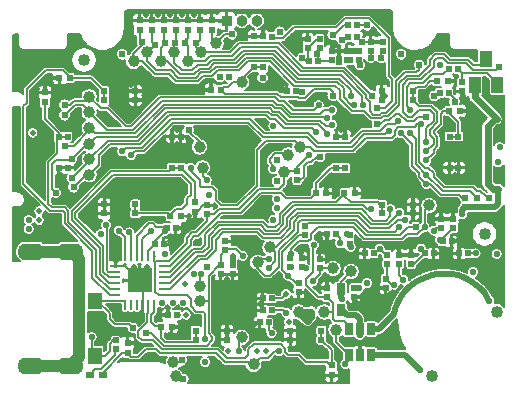
<source format=gbr>
G04 #@! TF.GenerationSoftware,KiCad,Pcbnew,5.1.5+dfsg1-2build2*
G04 #@! TF.CreationDate,2020-11-28T22:40:57+01:00*
G04 #@! TF.ProjectId,FunKey,46756e4b-6579-42e6-9b69-6361645f7063,E*
G04 #@! TF.SameCoordinates,Original*
G04 #@! TF.FileFunction,Copper,L4,Bot*
G04 #@! TF.FilePolarity,Positive*
%FSLAX46Y46*%
G04 Gerber Fmt 4.6, Leading zero omitted, Abs format (unit mm)*
G04 Created by KiCad (PCBNEW 5.1.5+dfsg1-2build2) date 2020-11-28 22:40:57*
%MOMM*%
%LPD*%
G04 APERTURE LIST*
%ADD10R,1.000000X1.400000*%
%ADD11R,0.700000X1.000000*%
%ADD12R,1.200000X1.400000*%
%ADD13R,0.240000X0.900000*%
%ADD14R,2.100000X2.100000*%
%ADD15R,0.900000X0.240000*%
%ADD16R,0.550000X0.550000*%
%ADD17C,1.000000*%
%ADD18C,0.609600*%
%ADD19O,2.300000X1.400000*%
%ADD20C,0.965200*%
%ADD21R,0.965200X0.965200*%
%ADD22R,0.700000X0.500000*%
%ADD23R,0.762000X1.016000*%
%ADD24R,0.550000X0.600000*%
%ADD25R,0.600000X0.550000*%
%ADD26R,0.508000X0.508000*%
%ADD27C,1.016000*%
%ADD28C,0.508000*%
%ADD29C,0.558800*%
%ADD30C,0.152400*%
%ADD31C,0.203200*%
%ADD32C,0.508000*%
%ADD33C,0.609600*%
%ADD34C,1.016000*%
%ADD35C,0.182881*%
G04 APERTURE END LIST*
D10*
X117409000Y-50731600D03*
X115509000Y-50731600D03*
X116459000Y-48531600D03*
D11*
X106741000Y-71417500D03*
X105791000Y-71417500D03*
X104841000Y-71417500D03*
X104841000Y-73616500D03*
X105791000Y-73616500D03*
X106741000Y-73616500D03*
D12*
X83312000Y-69074000D03*
X83312000Y-73674000D03*
D13*
X88372000Y-65260000D03*
X87872000Y-65260000D03*
X87372000Y-65260000D03*
X86872000Y-65260000D03*
D14*
X87122000Y-67310000D03*
D13*
X86372000Y-65260000D03*
X85872000Y-65260000D03*
D15*
X85072000Y-66060000D03*
X85072000Y-66560000D03*
X85072000Y-67060000D03*
X85072000Y-67560000D03*
X85072000Y-68060000D03*
X85072000Y-68560000D03*
D13*
X85872000Y-69360000D03*
X86372000Y-69360000D03*
X86872000Y-69360000D03*
X87372000Y-69360000D03*
X87872000Y-69360000D03*
X88372000Y-69360000D03*
D15*
X89172000Y-68560000D03*
X89172000Y-68060000D03*
X89172000Y-67560000D03*
X89172000Y-67060000D03*
X89172000Y-66560000D03*
X89172000Y-66060000D03*
D16*
X96825000Y-46625000D03*
X97575000Y-46625000D03*
X96825000Y-49275000D03*
X97575000Y-49275000D03*
X84125000Y-52025000D03*
X84125000Y-51275000D03*
X86775000Y-52025000D03*
X86775000Y-51275000D03*
X90625000Y-57775000D03*
X89875000Y-57775000D03*
X90625000Y-55125000D03*
X89875000Y-55125000D03*
X86775000Y-60875000D03*
X86775000Y-61625000D03*
X84125000Y-60875000D03*
X84125000Y-61625000D03*
X80275000Y-55125000D03*
X81025000Y-55125000D03*
X80275000Y-57775000D03*
X81025000Y-57775000D03*
X110275000Y-51265000D03*
X110275000Y-52015000D03*
X107625000Y-51265000D03*
X107625000Y-52015000D03*
X113375000Y-55125000D03*
X114125000Y-55125000D03*
X113375000Y-57775000D03*
X114125000Y-57775000D03*
X107625000Y-61635000D03*
X107625000Y-60885000D03*
X110275000Y-61635000D03*
X110275000Y-60885000D03*
X104525000Y-57775000D03*
X103775000Y-57775000D03*
X104525000Y-55125000D03*
X103775000Y-55125000D03*
X91875000Y-72325000D03*
X91875000Y-71575000D03*
X94525000Y-72325000D03*
X94525000Y-71575000D03*
X102525000Y-71575000D03*
X102525000Y-72325000D03*
X99875000Y-71575000D03*
X99875000Y-72325000D03*
D17*
X99364800Y-58140600D03*
X111633000Y-60960000D03*
X98171000Y-64516000D03*
X97129600Y-65786000D03*
X92329000Y-48006000D03*
X90043000Y-48006000D03*
X88900000Y-48768000D03*
X87757000Y-48006000D03*
X100711000Y-56007000D03*
X102743000Y-69977000D03*
X103759000Y-71501000D03*
X92456000Y-57785000D03*
X92202000Y-67818000D03*
X103505000Y-66294000D03*
X99695000Y-56692800D03*
X92202000Y-56007000D03*
X95758000Y-72136000D03*
X100584000Y-69977000D03*
X96774000Y-74422000D03*
X95758000Y-50546000D03*
X105029000Y-66548000D03*
X93599000Y-47244000D03*
X86614000Y-48768000D03*
X92202000Y-69088000D03*
X79756000Y-62230000D03*
X89992200Y-74244200D03*
X90170000Y-75438000D03*
X82854800Y-51765200D03*
X82854800Y-53086000D03*
X82854800Y-54406800D03*
X82854800Y-55727600D03*
X82854800Y-57048400D03*
X82854800Y-58369200D03*
X91186000Y-48768000D03*
D18*
X106950000Y-57166000D03*
X107950000Y-57166000D03*
X108950000Y-57166000D03*
X106950000Y-58166000D03*
X107950000Y-58166000D03*
X108950000Y-58166000D03*
X106950000Y-59166000D03*
X107950000Y-59166000D03*
X108950000Y-59166000D03*
X94050000Y-70415000D03*
X94050000Y-69215000D03*
X94050000Y-68015000D03*
X95250000Y-70415000D03*
X95250000Y-69215000D03*
X95250000Y-68015000D03*
X96450000Y-70415000D03*
X96450000Y-69215000D03*
X96450000Y-68015000D03*
D19*
X81250000Y-74573000D03*
X81250000Y-64873000D03*
X77950000Y-64873000D03*
X77950000Y-74573000D03*
D20*
X97028000Y-45339000D03*
X95758000Y-45339000D03*
D21*
X94488000Y-45339000D03*
D22*
X83989000Y-75311000D03*
X82889000Y-75311000D03*
D23*
X104140000Y-69850000D03*
X104140000Y-68072000D03*
D24*
X93174000Y-51181000D03*
X94024000Y-51181000D03*
D25*
X86106000Y-72600000D03*
X86106000Y-73450000D03*
X90170000Y-45295000D03*
X90170000Y-46145000D03*
X92202000Y-45295000D03*
X92202000Y-46145000D03*
X87122000Y-45295000D03*
X87122000Y-46145000D03*
X93218000Y-45295000D03*
X93218000Y-46145000D03*
X89154000Y-45295000D03*
X89154000Y-46145000D03*
X88138000Y-45295000D03*
X88138000Y-46145000D03*
X103378000Y-75355000D03*
X103378000Y-74505000D03*
D24*
X89833000Y-71247000D03*
X88983000Y-71247000D03*
D25*
X79121000Y-51391000D03*
X79121000Y-52241000D03*
D24*
X90595000Y-61849000D03*
X89745000Y-61849000D03*
D25*
X91821000Y-61512000D03*
X91821000Y-60662000D03*
D24*
X80347000Y-50165000D03*
X81197000Y-50165000D03*
X102914000Y-59944000D03*
X102064000Y-59944000D03*
X105327000Y-59944000D03*
X104477000Y-59944000D03*
X114217000Y-52959000D03*
X113367000Y-52959000D03*
X113201000Y-50419000D03*
X112351000Y-50419000D03*
D25*
X91186000Y-45295000D03*
X91186000Y-46145000D03*
D26*
X89535000Y-70231000D03*
X90297000Y-70231000D03*
X100584000Y-68326000D03*
X100584000Y-67564000D03*
X97536000Y-69850000D03*
X98298000Y-69850000D03*
X94996000Y-66040000D03*
X94996000Y-66802000D03*
X97536000Y-68834000D03*
X98298000Y-68834000D03*
X106680000Y-47879000D03*
X106680000Y-47117000D03*
X104775000Y-46736000D03*
X105537000Y-46736000D03*
X100330000Y-51308000D03*
X99568000Y-51308000D03*
X113665000Y-62865000D03*
X113665000Y-62103000D03*
X107950000Y-67183000D03*
X107950000Y-67945000D03*
X104648000Y-48641000D03*
X104648000Y-47879000D03*
X107696000Y-47879000D03*
X107696000Y-47117000D03*
X102362000Y-66294000D03*
X102362000Y-65532000D03*
X112649000Y-62865000D03*
X112649000Y-62103000D03*
X103378000Y-48641000D03*
X103378000Y-47879000D03*
X102235000Y-48768000D03*
X101473000Y-48768000D03*
X100838000Y-65405000D03*
X100838000Y-66167000D03*
X105664000Y-48641000D03*
X105664000Y-47879000D03*
X105283000Y-68707000D03*
X105283000Y-67945000D03*
X102997000Y-63373000D03*
X103759000Y-63373000D03*
X113538000Y-64008000D03*
X112776000Y-64008000D03*
X112014000Y-65024000D03*
X111252000Y-65024000D03*
X109093000Y-65151000D03*
X109093000Y-65913000D03*
X106934000Y-65024000D03*
X106172000Y-65024000D03*
X114173000Y-65024000D03*
X114935000Y-65024000D03*
X92837000Y-60960000D03*
X92837000Y-61722000D03*
X88392000Y-64262000D03*
X89154000Y-64262000D03*
X89408000Y-62865000D03*
X90170000Y-62865000D03*
X93980000Y-66802000D03*
X93980000Y-66040000D03*
X97282000Y-70866000D03*
X98044000Y-70866000D03*
X101092000Y-62738000D03*
X101092000Y-63500000D03*
X94361000Y-64770000D03*
X94361000Y-64008000D03*
X99822000Y-66167000D03*
X99822000Y-65405000D03*
X115697000Y-61087000D03*
X115697000Y-60325000D03*
X114681000Y-61087000D03*
X114681000Y-60325000D03*
X100457000Y-58039000D03*
X100457000Y-58801000D03*
X110109000Y-65913000D03*
X110109000Y-65151000D03*
X102362000Y-47625000D03*
X102362000Y-46863000D03*
X101346000Y-47625000D03*
X101346000Y-46863000D03*
X108077000Y-65913000D03*
X108077000Y-65151000D03*
X102997000Y-67945000D03*
X102997000Y-68707000D03*
X104902000Y-64262000D03*
X104902000Y-63500000D03*
X104775000Y-45720000D03*
X105537000Y-45720000D03*
X85090000Y-72390000D03*
X85090000Y-73152000D03*
X114427000Y-51308000D03*
X114427000Y-50546000D03*
X114046000Y-49403000D03*
X113284000Y-49403000D03*
X116713000Y-61087000D03*
X116713000Y-60325000D03*
X112522000Y-51435000D03*
X113284000Y-51435000D03*
D27*
X82423000Y-48641000D03*
X116332000Y-63373000D03*
D28*
X102362000Y-73279000D03*
X100330000Y-74295000D03*
X93726000Y-74422000D03*
X88773000Y-70358000D03*
X89611200Y-71932800D03*
X89662000Y-64008000D03*
X90678000Y-62865000D03*
X92049600Y-64084200D03*
X95275400Y-63779400D03*
X109016800Y-64541400D03*
X86868000Y-73152000D03*
X94996000Y-59309000D03*
X117297200Y-51968400D03*
X96012000Y-54610000D03*
X96901000Y-55499000D03*
X97663000Y-58674000D03*
X117475000Y-67056000D03*
X117475000Y-58801000D03*
X117602000Y-54406800D03*
X110566200Y-48310800D03*
X117602000Y-61722000D03*
X91440000Y-74193400D03*
X78181200Y-52349400D03*
X78054200Y-53492400D03*
X77927200Y-56794400D03*
X77927200Y-57810400D03*
X78054200Y-58953400D03*
X78714600Y-54051200D03*
X106426000Y-69088000D03*
X85725000Y-71628000D03*
X85598000Y-70485000D03*
X86614000Y-66167000D03*
X87757000Y-66167000D03*
X88265000Y-73787000D03*
X97739200Y-74447400D03*
X83058000Y-70993000D03*
X91694000Y-44805600D03*
X90678000Y-44805600D03*
X89662000Y-44805600D03*
X88646000Y-44805600D03*
X87630000Y-44805600D03*
X100761800Y-65024000D03*
X105486200Y-69113400D03*
X116840000Y-67691000D03*
X106476800Y-64338200D03*
X108331000Y-68427600D03*
X107950000Y-69291200D03*
X114503200Y-51689000D03*
X92837000Y-56769000D03*
X79451200Y-50444400D03*
X91313000Y-61849000D03*
X96774000Y-71120000D03*
X97663000Y-53975000D03*
D29*
X80645000Y-63246000D03*
D28*
X108204000Y-72390000D03*
X110032800Y-64414400D03*
X104394000Y-75438000D03*
X104190800Y-54533800D03*
D29*
X84201000Y-60198000D03*
D28*
X103047800Y-59334400D03*
X77673200Y-50063400D03*
X80975200Y-48539400D03*
X83820000Y-48260000D03*
X86360000Y-50800000D03*
X86360000Y-53340000D03*
X84074000Y-53340000D03*
X88900000Y-60960000D03*
X91186000Y-55372000D03*
X78740000Y-63500000D03*
X113792000Y-58420000D03*
X106680000Y-55880000D03*
X82118200Y-50800000D03*
X78435200Y-51079400D03*
X80772000Y-54254400D03*
D29*
X84963000Y-61214000D03*
D28*
X85090000Y-65659000D03*
X83947000Y-70231000D03*
X102616000Y-75565000D03*
X97282000Y-69342000D03*
X94488000Y-67183000D03*
X94234000Y-56896000D03*
X94234000Y-58801000D03*
X97663000Y-57658000D03*
X97663000Y-60706000D03*
X97663000Y-61620400D03*
X97053400Y-61163200D03*
X107924600Y-51689000D03*
X113792000Y-57150000D03*
X113665000Y-61214000D03*
X112649000Y-61468000D03*
X114046000Y-63881000D03*
X116205000Y-66929000D03*
X109601000Y-60071000D03*
X106299000Y-60071000D03*
X91440000Y-56972200D03*
X90297000Y-59055000D03*
X83718400Y-71678800D03*
X90297000Y-54610000D03*
X90297000Y-55753000D03*
X80467200Y-58394600D03*
X102387400Y-63703200D03*
X100584000Y-72263000D03*
X113030000Y-52146200D03*
D18*
X103632000Y-47396400D03*
X105156000Y-47853600D03*
X105918000Y-47091600D03*
X101803200Y-45034200D03*
D28*
X99212400Y-50977800D03*
X96774000Y-50063400D03*
D18*
X100736400Y-47015400D03*
D28*
X105841800Y-53594000D03*
X115493800Y-48133000D03*
X112242600Y-47548800D03*
X94640400Y-73279000D03*
X90297000Y-70231000D03*
X97790000Y-73279000D03*
X91008200Y-67614800D03*
X95046800Y-65227200D03*
X99542600Y-68453000D03*
D29*
X89306400Y-65074800D03*
X83058000Y-72085200D03*
X104241600Y-68884800D03*
D28*
X97028000Y-73279000D03*
X91059000Y-70231000D03*
D18*
X97536000Y-50139600D03*
D29*
X105714800Y-67970400D03*
X117602000Y-56007000D03*
X117500400Y-57302400D03*
X112547400Y-49072800D03*
X98729800Y-61214000D03*
X92964000Y-60045600D03*
X92811600Y-58826400D03*
X115366800Y-66598800D03*
D18*
X106680000Y-48463200D03*
X105765600Y-49072800D03*
X100888800Y-51358800D03*
X104241600Y-46939200D03*
X98755200Y-58902600D03*
X109270800Y-48158400D03*
D28*
X99745800Y-70815200D03*
D29*
X112014000Y-63093600D03*
X91744800Y-66751200D03*
X104089200Y-64160400D03*
X77724000Y-62179200D03*
X89306400Y-63093600D03*
X89001600Y-69189600D03*
X89916000Y-69189600D03*
X90830400Y-69189600D03*
X99974400Y-66141600D03*
X117348000Y-65074800D03*
X117500400Y-59588400D03*
X114452400Y-61722000D03*
X117348000Y-53644800D03*
X98450400Y-62179200D03*
X98755200Y-60426600D03*
X92354400Y-66751200D03*
X106375200Y-67513200D03*
X77724000Y-62941200D03*
D18*
X113792000Y-52197000D03*
X107594400Y-48463200D03*
X104927400Y-48615600D03*
X85648800Y-48158400D03*
D29*
X101803200Y-67360800D03*
X92659200Y-74218800D03*
D18*
X102412800Y-56845200D03*
D29*
X95504000Y-73279000D03*
X83820000Y-63398400D03*
X108661200Y-67665600D03*
D18*
X92811600Y-66141600D03*
X98755200Y-57150000D03*
X91287600Y-54559200D03*
D29*
X101650800Y-69951600D03*
X101346000Y-70713600D03*
D18*
X98983800Y-46253400D03*
D29*
X98425000Y-57861200D03*
X98450400Y-54254400D03*
D18*
X102108000Y-48158400D03*
X94691200Y-50088800D03*
X93929200Y-50088800D03*
D29*
X107442000Y-64617600D03*
D18*
X90830400Y-75641200D03*
X90678000Y-74066400D03*
D29*
X102285800Y-52476400D03*
D18*
X80772000Y-52425600D03*
D29*
X103428800Y-52908200D03*
D18*
X80772000Y-53340000D03*
D29*
X105003600Y-64465200D03*
X103428800Y-54127400D03*
D18*
X81381600Y-56997600D03*
X80010000Y-59893200D03*
D29*
X102971600Y-54889400D03*
D18*
X81381600Y-58674000D03*
D29*
X102057200Y-54737000D03*
D18*
X81534000Y-59436000D03*
D29*
X101879400Y-64338200D03*
X92659200Y-72237600D03*
X101498400Y-56692800D03*
D18*
X111404400Y-53467000D03*
X112064800Y-51689000D03*
X98374200Y-46710600D03*
X94945200Y-46482000D03*
X107213400Y-52730400D03*
X107213400Y-54102000D03*
D29*
X99669600Y-66903600D03*
X99517200Y-70027800D03*
X98298000Y-71780400D03*
X98907600Y-73304400D03*
D18*
X103479600Y-51663600D03*
X110490000Y-62788800D03*
D28*
X78613000Y-61442600D03*
X78079600Y-54813200D03*
X78613000Y-62204600D03*
D29*
X104698800Y-63398400D03*
X102971600Y-53517800D03*
D18*
X80772000Y-55930800D03*
D29*
X105765600Y-71932800D03*
D18*
X103479600Y-46507400D03*
D29*
X116738400Y-69037200D03*
D27*
X117348000Y-69950000D03*
D29*
X104546400Y-74371200D03*
X110896400Y-74930000D03*
D27*
X111900000Y-75387200D03*
D18*
X87325200Y-47091600D03*
D29*
X84277200Y-62636400D03*
X111404400Y-57150000D03*
X109118400Y-61569600D03*
X111404400Y-56388000D03*
X108356400Y-61264800D03*
X111404400Y-55626000D03*
X106680000Y-61264800D03*
D18*
X117576600Y-49225200D03*
D29*
X115570000Y-65024000D03*
X112547400Y-63855600D03*
X101193600Y-66294000D03*
X110947200Y-64617600D03*
D18*
X100888800Y-48463200D03*
D29*
X109448600Y-67233800D03*
X95859600Y-65227200D03*
D18*
X86563200Y-71323200D03*
X87630000Y-71780400D03*
D29*
X105308400Y-52425600D03*
D18*
X88392000Y-47396400D03*
D29*
X105003600Y-51663600D03*
D18*
X89306400Y-47244000D03*
X106832400Y-51663600D03*
X91897200Y-47244000D03*
D29*
X106070400Y-52425600D03*
D18*
X90119200Y-47244000D03*
X90982800Y-47244000D03*
X110794800Y-49072800D03*
D29*
X110947200Y-54102000D03*
X88087200Y-63093600D03*
X91440000Y-57759600D03*
D18*
X106375200Y-45720000D03*
D29*
X110032800Y-52882800D03*
X99974400Y-65074800D03*
X111252000Y-62788800D03*
X110032800Y-54864000D03*
X98044000Y-65481200D03*
X108966000Y-53797200D03*
X111404400Y-58369200D03*
X109118400Y-62788800D03*
X85344000Y-63093600D03*
X85648800Y-56388000D03*
X109270800Y-54864000D03*
X98044000Y-66243200D03*
X108204000Y-54635400D03*
X111404400Y-59131200D03*
X109575600Y-62179200D03*
X86258400Y-63246000D03*
X86410800Y-56692800D03*
D30*
X87122000Y-67310000D02*
X85872000Y-66060000D01*
X85872000Y-66060000D02*
X85072000Y-66060000D01*
X87376000Y-67564000D02*
X87122000Y-67310000D01*
X87372000Y-69360000D02*
X87372000Y-69854000D01*
X87372000Y-69854000D02*
X86614000Y-70612000D01*
X86614000Y-70612000D02*
X85725000Y-70612000D01*
X85725000Y-70612000D02*
X85598000Y-70485000D01*
X87376000Y-67564000D02*
X87376000Y-69360000D01*
X87372000Y-69360000D02*
X87376000Y-69360000D01*
X87376000Y-69360000D02*
X87376000Y-69596000D01*
D31*
X98298000Y-69342000D02*
X97282000Y-69342000D01*
D30*
X105537000Y-46736000D02*
X105562400Y-46736000D01*
X105562400Y-46736000D02*
X105918000Y-47091600D01*
X92837000Y-60960000D02*
X92506800Y-60960000D01*
X92506800Y-60960000D02*
X92049600Y-61417200D01*
X92049600Y-61417200D02*
X91915800Y-61417200D01*
X91915800Y-61417200D02*
X91821000Y-61512000D01*
X107924600Y-51715400D02*
X107625000Y-52015000D01*
X107924600Y-51689000D02*
X107924600Y-51715400D01*
X105943400Y-47117000D02*
X105918000Y-47091600D01*
X106680000Y-47117000D02*
X105943400Y-47117000D01*
X90595000Y-61849000D02*
X91313000Y-61849000D01*
D32*
X99517200Y-68427600D02*
X99542600Y-68453000D01*
X90297000Y-70231000D02*
X90347800Y-70231000D01*
X104140000Y-68072000D02*
X104140000Y-68783200D01*
X104140000Y-68783200D02*
X104241600Y-68884800D01*
D30*
X98298000Y-68834000D02*
X99161600Y-68834000D01*
X99161600Y-68834000D02*
X99542600Y-68453000D01*
X104140000Y-68072000D02*
X104140000Y-67437000D01*
X104140000Y-67437000D02*
X105029000Y-66548000D01*
X85090000Y-72390000D02*
X84886800Y-72390000D01*
X84886800Y-72390000D02*
X84582000Y-72694800D01*
X84582000Y-72694800D02*
X84582000Y-73304400D01*
X84212400Y-73674000D02*
X84582000Y-73304400D01*
X83058000Y-72085200D02*
X83058000Y-73420000D01*
D32*
X94996000Y-66040000D02*
X94996000Y-65405000D01*
D30*
X84212400Y-73674000D02*
X83312000Y-73674000D01*
X83058000Y-73420000D02*
X83312000Y-73674000D01*
D32*
X95046800Y-65227200D02*
X95046800Y-65354200D01*
X95046800Y-65354200D02*
X94996000Y-65405000D01*
D30*
X105283000Y-67945000D02*
X105435400Y-67945000D01*
X105435400Y-67945000D02*
X105460800Y-67970400D01*
X105714800Y-67970400D02*
X105308400Y-67970400D01*
X105308400Y-67970400D02*
X105283000Y-67945000D01*
X106680000Y-47879000D02*
X106680000Y-48463200D01*
X105613200Y-48691800D02*
X105664000Y-48641000D01*
X100888800Y-51358800D02*
X100380800Y-51358800D01*
X100380800Y-51358800D02*
X100330000Y-51308000D01*
X104724200Y-46786800D02*
X104775000Y-46736000D01*
X104724200Y-46786800D02*
X104394000Y-46786800D01*
X105613200Y-48691800D02*
X105613200Y-48920400D01*
X105613200Y-48920400D02*
X105765600Y-49072800D01*
X104394000Y-46786800D02*
X104241600Y-46939200D01*
X92456000Y-57785000D02*
X92456000Y-58470800D01*
X92456000Y-58470800D02*
X92811600Y-58826400D01*
X104550000Y-48739000D02*
X104648000Y-48641000D01*
X87872000Y-65260000D02*
X87872000Y-64782000D01*
X87872000Y-64782000D02*
X88392000Y-64262000D01*
X89408000Y-62865000D02*
X89382600Y-62865000D01*
X89382600Y-62865000D02*
X89382600Y-62890400D01*
D32*
X114452400Y-61722000D02*
X114452400Y-61315600D01*
X114452400Y-61315600D02*
X114681000Y-61087000D01*
X114681000Y-61087000D02*
X115697000Y-61087000D01*
X115697000Y-61087000D02*
X116713000Y-61087000D01*
D30*
X86872000Y-65260000D02*
X86872000Y-63546800D01*
X88392000Y-64262000D02*
X88392000Y-64008000D01*
X88392000Y-64008000D02*
X89306400Y-63093600D01*
X86872000Y-63546800D02*
X87934800Y-62484000D01*
X89306400Y-63093600D02*
X89306400Y-62966600D01*
X89306400Y-62966600D02*
X89408000Y-62865000D01*
X87934800Y-62484000D02*
X88239600Y-62484000D01*
X88239600Y-62484000D02*
X88544400Y-62788800D01*
X88544400Y-62788800D02*
X89331800Y-62788800D01*
X89331800Y-62788800D02*
X89408000Y-62865000D01*
D33*
X116586000Y-59131200D02*
X117043200Y-59588400D01*
D32*
X117500400Y-59588400D02*
X117500400Y-60807600D01*
X117500400Y-60807600D02*
X117221000Y-61087000D01*
X116713000Y-61087000D02*
X117221000Y-61087000D01*
D33*
X117043200Y-59588400D02*
X117500400Y-59588400D01*
D30*
X104089200Y-64160400D02*
X104089200Y-63703200D01*
X104089200Y-63703200D02*
X103759000Y-63373000D01*
X112649000Y-62865000D02*
X112242600Y-62865000D01*
X112242600Y-62865000D02*
X112014000Y-63093600D01*
X107594400Y-48463200D02*
X107594400Y-47980600D01*
X107594400Y-47980600D02*
X107696000Y-47879000D01*
X104927400Y-48615600D02*
X104673400Y-48615600D01*
X104673400Y-48615600D02*
X104648000Y-48641000D01*
D33*
X116586000Y-59131200D02*
X116586000Y-54254400D01*
X116586000Y-54254400D02*
X117195600Y-53644800D01*
X117348000Y-53644800D02*
X117195600Y-53644800D01*
D30*
X92202000Y-67818000D02*
X92202000Y-66903600D01*
X92202000Y-66903600D02*
X92354400Y-66751200D01*
D33*
X117348000Y-53644800D02*
X115509000Y-51805800D01*
D30*
X99974400Y-66141600D02*
X99847400Y-66141600D01*
X99847400Y-66141600D02*
X99822000Y-66167000D01*
D33*
X115509000Y-50731600D02*
X115509000Y-51805800D01*
D30*
X113792000Y-52197000D02*
X113792000Y-51943000D01*
X113792000Y-51943000D02*
X113284000Y-51435000D01*
X102362000Y-66294000D02*
X102362000Y-66802000D01*
X102362000Y-66802000D02*
X101803200Y-67360800D01*
X103505000Y-66294000D02*
X102362000Y-66294000D01*
X100736400Y-58826400D02*
X101041200Y-58521600D01*
X101041200Y-58521600D02*
X101041200Y-57607200D01*
X101041200Y-57607200D02*
X101346000Y-57302400D01*
X101346000Y-57302400D02*
X101650800Y-57302400D01*
X101650800Y-57302400D02*
X102108000Y-56845200D01*
X102108000Y-56845200D02*
X102412800Y-56845200D01*
X100736400Y-58826400D02*
X100482400Y-58826400D01*
X100482400Y-58826400D02*
X100457000Y-58801000D01*
X95504000Y-73279000D02*
X95504000Y-72390000D01*
X95504000Y-72390000D02*
X95758000Y-72136000D01*
X107950000Y-67183000D02*
X108026200Y-67183000D01*
X108026200Y-67183000D02*
X108508800Y-67665600D01*
X108508800Y-67665600D02*
X108661200Y-67665600D01*
X108077000Y-65913000D02*
X108077000Y-67056000D01*
X108077000Y-67056000D02*
X107950000Y-67183000D01*
X91287600Y-54559200D02*
X91287600Y-54711600D01*
X91287600Y-54711600D02*
X92202000Y-55626000D01*
X92202000Y-56007000D02*
X92202000Y-55626000D01*
D33*
X100584000Y-69977000D02*
X101625400Y-69977000D01*
X101625400Y-69977000D02*
X101650800Y-69951600D01*
X101346000Y-70713600D02*
X101320600Y-70713600D01*
X101320600Y-70713600D02*
X100584000Y-69977000D01*
X101625400Y-69977000D02*
X101625400Y-70434200D01*
D30*
X102412800Y-47675800D02*
X102362000Y-47625000D01*
X102235000Y-48768000D02*
X102235000Y-48336200D01*
X102108000Y-48158400D02*
X102108000Y-47879000D01*
X102108000Y-47879000D02*
X102362000Y-47625000D01*
X103327200Y-48691800D02*
X103378000Y-48641000D01*
X103327200Y-48691800D02*
X102311200Y-48691800D01*
X102311200Y-48691800D02*
X102235000Y-48768000D01*
X102108000Y-48158400D02*
X102108000Y-48209200D01*
X102108000Y-48209200D02*
X102235000Y-48336200D01*
X102438200Y-47548800D02*
X102362000Y-47625000D01*
X99695000Y-56692800D02*
X99669600Y-56692800D01*
X99669600Y-56692800D02*
X99517200Y-56540400D01*
X99517200Y-56540400D02*
X98602800Y-56540400D01*
X98602800Y-56540400D02*
X98145600Y-56997600D01*
X98145600Y-56997600D02*
X98145600Y-57302400D01*
X98425000Y-57632600D02*
X98425000Y-57861200D01*
X98145600Y-57302400D02*
X98425000Y-57581800D01*
X98425000Y-57581800D02*
X98425000Y-57861200D01*
D34*
X77950000Y-64873000D02*
X81250000Y-64873000D01*
X81250000Y-64873000D02*
X81332200Y-64873000D01*
X81332200Y-64873000D02*
X81991200Y-65532000D01*
X81991200Y-65532000D02*
X81991200Y-73831800D01*
X81991200Y-73831800D02*
X81250000Y-74573000D01*
X77950000Y-74573000D02*
X81250000Y-74573000D01*
D30*
X106934000Y-65024000D02*
X107035600Y-65024000D01*
X107035600Y-65024000D02*
X107442000Y-64617600D01*
X108077000Y-65151000D02*
X108077000Y-65252600D01*
X108077000Y-65252600D02*
X107442000Y-64617600D01*
D35*
X90830400Y-75641200D02*
X90373200Y-75641200D01*
X90373200Y-75641200D02*
X90170000Y-75438000D01*
X89992200Y-74244200D02*
X90500200Y-74244200D01*
X90500200Y-74244200D02*
X90678000Y-74066400D01*
D30*
X88849200Y-51816000D02*
X98602800Y-51816000D01*
X86410800Y-54254400D02*
X88849200Y-51816000D01*
X100126800Y-52882800D02*
X101879400Y-52882800D01*
X101879400Y-52882800D02*
X102285800Y-52476400D01*
X86410800Y-54254400D02*
X85953600Y-54254400D01*
X85953600Y-54254400D02*
X84429600Y-52730400D01*
X84429600Y-52730400D02*
X83820000Y-52730400D01*
X83820000Y-52730400D02*
X82854800Y-51765200D01*
X98602800Y-51816000D02*
X98907600Y-52120800D01*
X98907600Y-52120800D02*
X99364800Y-52120800D01*
X99364800Y-52120800D02*
X100126800Y-52882800D01*
X80772000Y-52425600D02*
X81229200Y-52425600D01*
X81229200Y-52425600D02*
X81534000Y-52120800D01*
X81534000Y-52120800D02*
X82499200Y-52120800D01*
X82499200Y-52120800D02*
X82854800Y-51765200D01*
X89001600Y-52120800D02*
X98450400Y-52120800D01*
X86563200Y-54559200D02*
X89001600Y-52120800D01*
X99974400Y-53187600D02*
X102412800Y-53187600D01*
X102412800Y-53187600D02*
X102717600Y-52882800D01*
X102717600Y-52882800D02*
X103403400Y-52882800D01*
X103403400Y-52882800D02*
X103428800Y-52908200D01*
X86563200Y-54559200D02*
X84328000Y-54559200D01*
X84328000Y-54559200D02*
X82854800Y-53086000D01*
X82854800Y-53086000D02*
X82854800Y-52984400D01*
X82854800Y-52984400D02*
X82296000Y-52425600D01*
X82296000Y-52425600D02*
X81686400Y-52425600D01*
X81686400Y-52425600D02*
X80772000Y-53340000D01*
X98450400Y-52120800D02*
X98755200Y-52425600D01*
X98755200Y-52425600D02*
X99212400Y-52425600D01*
X99212400Y-52425600D02*
X99974400Y-53187600D01*
X105003600Y-64465200D02*
X105003600Y-64363600D01*
X105003600Y-64363600D02*
X104902000Y-64262000D01*
X89306400Y-52730400D02*
X98145600Y-52730400D01*
X86868000Y-55168800D02*
X89306400Y-52730400D01*
X102870000Y-54254400D02*
X103301800Y-54254400D01*
X103301800Y-54254400D02*
X103428800Y-54127400D01*
X99669600Y-53797200D02*
X102412800Y-53797200D01*
X102412800Y-53797200D02*
X102870000Y-54254400D01*
X86868000Y-55168800D02*
X83413600Y-55168800D01*
X83413600Y-55168800D02*
X82854800Y-55727600D01*
X82854800Y-55727600D02*
X82651600Y-55727600D01*
X82651600Y-55727600D02*
X81381600Y-56997600D01*
X98145600Y-52730400D02*
X98450400Y-53035200D01*
X98450400Y-53035200D02*
X98907600Y-53035200D01*
X98907600Y-53035200D02*
X99669600Y-53797200D01*
X81381600Y-56997600D02*
X81229200Y-57150000D01*
X81229200Y-57150000D02*
X80010000Y-57150000D01*
X80010000Y-57150000D02*
X79705200Y-57454800D01*
X79705200Y-57454800D02*
X79705200Y-59588400D01*
X79705200Y-59588400D02*
X80010000Y-59893200D01*
X89458800Y-53035200D02*
X97993200Y-53035200D01*
X87020400Y-55473600D02*
X89458800Y-53035200D01*
X99517200Y-54102000D02*
X102260400Y-54102000D01*
X102260400Y-54102000D02*
X102971600Y-54813200D01*
X102971600Y-54889400D02*
X102971600Y-54813200D01*
X87020400Y-55473600D02*
X84429600Y-55473600D01*
X84429600Y-55473600D02*
X82854800Y-57048400D01*
X82854800Y-57048400D02*
X82854800Y-57200800D01*
X82854800Y-57200800D02*
X81381600Y-58674000D01*
X97993200Y-53035200D02*
X98298000Y-53340000D01*
X98298000Y-53340000D02*
X98755200Y-53340000D01*
X98755200Y-53340000D02*
X99517200Y-54102000D01*
X89611200Y-53340000D02*
X97840800Y-53340000D01*
X87172800Y-55778400D02*
X89611200Y-53340000D01*
X99364800Y-54406800D02*
X101727000Y-54406800D01*
X101727000Y-54406800D02*
X102057200Y-54737000D01*
X87172800Y-55778400D02*
X84582000Y-55778400D01*
X84582000Y-55778400D02*
X83667600Y-56692800D01*
X83667600Y-56692800D02*
X83667600Y-57556400D01*
X83667600Y-57556400D02*
X82854800Y-58369200D01*
X82854800Y-58369200D02*
X82600800Y-58369200D01*
X82600800Y-58369200D02*
X81534000Y-59436000D01*
X97840800Y-53340000D02*
X98145600Y-53644800D01*
X98145600Y-53644800D02*
X98602800Y-53644800D01*
X98602800Y-53644800D02*
X99364800Y-54406800D01*
X104841000Y-71417500D02*
X104841000Y-71160600D01*
X104841000Y-71160600D02*
X104394000Y-70713600D01*
X104394000Y-70713600D02*
X103632000Y-70713600D01*
X103632000Y-70713600D02*
X103479600Y-70561200D01*
X101193600Y-67665600D02*
X101193600Y-67208400D01*
X101193600Y-67208400D02*
X101803200Y-66598800D01*
X103479600Y-69189600D02*
X102997000Y-68707000D01*
X102997000Y-68707000D02*
X102235000Y-68707000D01*
X102235000Y-68707000D02*
X101193600Y-67665600D01*
X103479600Y-70561200D02*
X103479600Y-69951600D01*
X103479600Y-69951600D02*
X103479600Y-69189600D01*
X102743000Y-69977000D02*
X103454200Y-69977000D01*
X103454200Y-69977000D02*
X103479600Y-69951600D01*
X101803200Y-66598800D02*
X101803200Y-64414400D01*
X101803200Y-64414400D02*
X101879400Y-64338200D01*
X88372000Y-65260000D02*
X88372000Y-65664400D01*
X88372000Y-65664400D02*
X88468200Y-65760600D01*
X88468200Y-65760600D02*
X88468200Y-68275200D01*
X89172000Y-68560000D02*
X88753000Y-68560000D01*
X88753000Y-68560000D02*
X88468200Y-68275200D01*
X89192000Y-68580000D02*
X89172000Y-68560000D01*
X91897200Y-63246000D02*
X91592400Y-63246000D01*
X88404800Y-65227200D02*
X88372000Y-65260000D01*
X89611200Y-65684400D02*
X88544400Y-65684400D01*
X88544400Y-65684400D02*
X88468200Y-65760600D01*
X91592400Y-63246000D02*
X91135200Y-63703200D01*
X91135200Y-63703200D02*
X91135200Y-64160400D01*
X91135200Y-64160400D02*
X89611200Y-65684400D01*
X89192000Y-68580000D02*
X91135200Y-68580000D01*
X91135200Y-68580000D02*
X91440000Y-68884800D01*
X91440000Y-68884800D02*
X91440000Y-69494400D01*
X91440000Y-69494400D02*
X91897200Y-69951600D01*
X91897200Y-69951600D02*
X92506800Y-69951600D01*
X92506800Y-69951600D02*
X92659200Y-70104000D01*
X92659200Y-70104000D02*
X92659200Y-72237600D01*
X93421200Y-61722000D02*
X93878400Y-61264800D01*
X93878400Y-61264800D02*
X95554800Y-61264800D01*
X95554800Y-61264800D02*
X97231200Y-59588400D01*
X97231200Y-59588400D02*
X98907600Y-59588400D01*
X92837000Y-61722000D02*
X92837000Y-62306200D01*
X92837000Y-62306200D02*
X91897200Y-63246000D01*
X92837000Y-61722000D02*
X93421200Y-61722000D01*
X99364800Y-58140600D02*
X99364800Y-59131200D01*
X99364800Y-59131200D02*
X98907600Y-59588400D01*
X100431600Y-58064400D02*
X100457000Y-58039000D01*
X100431600Y-58064400D02*
X99441000Y-58064400D01*
X99441000Y-58064400D02*
X99364800Y-58140600D01*
X100457000Y-58039000D02*
X100457000Y-57734200D01*
X100457000Y-57734200D02*
X101498400Y-56692800D01*
X111404400Y-53467000D02*
X110667800Y-53467000D01*
X110667800Y-53467000D02*
X110337600Y-53797200D01*
X110337600Y-53797200D02*
X109728000Y-53797200D01*
X108204000Y-49987200D02*
X108204000Y-46786800D01*
X104546400Y-45110400D02*
X106527600Y-45110400D01*
X100203000Y-45872400D02*
X103784400Y-45872400D01*
X103784400Y-45872400D02*
X104546400Y-45110400D01*
X106527600Y-45110400D02*
X108204000Y-46786800D01*
X100203000Y-45872400D02*
X99288600Y-46786800D01*
X99288600Y-46786800D02*
X98450400Y-46786800D01*
X98450400Y-46786800D02*
X98374200Y-46710600D01*
X93218000Y-46145000D02*
X93218000Y-46863000D01*
X93218000Y-46863000D02*
X93599000Y-47244000D01*
X108204000Y-49987200D02*
X108508800Y-50292000D01*
X108508800Y-50292000D02*
X108508800Y-52120800D01*
X109728000Y-53797200D02*
X109118400Y-53187600D01*
X109118400Y-53187600D02*
X108813600Y-53187600D01*
X108508800Y-52120800D02*
X107899200Y-52730400D01*
X107899200Y-52730400D02*
X107213400Y-52730400D01*
X108813600Y-53187600D02*
X108280200Y-53721000D01*
X108280200Y-53721000D02*
X107899200Y-53721000D01*
X107899200Y-53721000D02*
X107518200Y-54102000D01*
X107518200Y-54102000D02*
X107213400Y-54102000D01*
X94945200Y-46482000D02*
X94361000Y-46482000D01*
X94361000Y-46482000D02*
X93599000Y-47244000D01*
X112522000Y-51435000D02*
X112318800Y-51435000D01*
X112318800Y-51435000D02*
X112064800Y-51689000D01*
X100584000Y-67564000D02*
X100330000Y-67564000D01*
X100330000Y-67564000D02*
X99669600Y-66903600D01*
X99669600Y-66903600D02*
X99212400Y-66446400D01*
X99212400Y-66446400D02*
X99212400Y-64922400D01*
X99212400Y-64922400D02*
X100634800Y-63500000D01*
X101092000Y-63500000D02*
X100634800Y-63500000D01*
D31*
X99517200Y-70027800D02*
X99288600Y-69799200D01*
X99288600Y-69799200D02*
X98348800Y-69799200D01*
X98348800Y-69799200D02*
X98298000Y-69850000D01*
X98044000Y-70866000D02*
X98044000Y-71526400D01*
X98044000Y-71526400D02*
X98298000Y-71780400D01*
D30*
X83989000Y-75311000D02*
X83989000Y-75116600D01*
X83989000Y-75116600D02*
X85655600Y-73450000D01*
X94335600Y-74218800D02*
X96570800Y-74218800D01*
X96570800Y-74218800D02*
X96774000Y-74422000D01*
X87020400Y-73761600D02*
X87630000Y-73152000D01*
X87630000Y-73152000D02*
X88544400Y-73152000D01*
X88544400Y-73152000D02*
X88849200Y-73456800D01*
X88849200Y-73456800D02*
X93573600Y-73456800D01*
X93573600Y-73456800D02*
X94335600Y-74218800D01*
X97282000Y-73914000D02*
X96774000Y-74422000D01*
X86106000Y-73450000D02*
X85655600Y-73450000D01*
X87020400Y-73761600D02*
X86417600Y-73761600D01*
X86417600Y-73761600D02*
X86106000Y-73450000D01*
X97282000Y-73914000D02*
X97993200Y-73914000D01*
X97993200Y-73914000D02*
X98602800Y-73304400D01*
X98602800Y-73304400D02*
X98907600Y-73304400D01*
X96825000Y-49275000D02*
X97575000Y-49275000D01*
X110490000Y-62788800D02*
X109880400Y-62788800D01*
X109880400Y-62788800D02*
X109194600Y-63474600D01*
X109194600Y-63474600D02*
X106299000Y-63474600D01*
X106299000Y-63474600D02*
X105308400Y-62484000D01*
X105308400Y-62484000D02*
X101346000Y-62484000D01*
X98755200Y-51511200D02*
X94335600Y-51511200D01*
X95758000Y-50546000D02*
X94996000Y-50546000D01*
X101346000Y-62484000D02*
X101092000Y-62738000D01*
X95758000Y-50546000D02*
X95758000Y-50241200D01*
X95758000Y-50241200D02*
X96621600Y-49377600D01*
X96621600Y-49377600D02*
X96722400Y-49377600D01*
X96722400Y-49377600D02*
X96825000Y-49275000D01*
X98755200Y-51511200D02*
X99060000Y-51816000D01*
X103479600Y-51663600D02*
X103479600Y-51358800D01*
X103479600Y-51358800D02*
X103251000Y-51130200D01*
X103251000Y-51130200D02*
X101879400Y-51130200D01*
X101879400Y-51130200D02*
X101117400Y-51892200D01*
X101117400Y-51892200D02*
X100584000Y-51892200D01*
X100584000Y-51892200D02*
X100507800Y-51816000D01*
X100507800Y-51816000D02*
X99060000Y-51816000D01*
X94996000Y-50546000D02*
X94640400Y-50901600D01*
X94640400Y-50901600D02*
X94183200Y-50901600D01*
X94183200Y-50901600D02*
X94024000Y-51060800D01*
X94024000Y-51060800D02*
X94024000Y-51181000D01*
X94335600Y-51511200D02*
X94024000Y-51199600D01*
X94024000Y-51199600D02*
X94024000Y-51181000D01*
X89154000Y-52425600D02*
X98298000Y-52425600D01*
X86715600Y-54864000D02*
X89154000Y-52425600D01*
X99822000Y-53492400D02*
X102946200Y-53492400D01*
X102946200Y-53492400D02*
X102971600Y-53517800D01*
X104902000Y-63500000D02*
X104800400Y-63500000D01*
X104800400Y-63500000D02*
X104698800Y-63398400D01*
X86715600Y-54864000D02*
X83312000Y-54864000D01*
X83312000Y-54864000D02*
X82854800Y-54406800D01*
X82854800Y-54406800D02*
X82854800Y-54610000D01*
X82854800Y-54610000D02*
X81534000Y-55930800D01*
X81534000Y-55930800D02*
X80772000Y-55930800D01*
X98298000Y-52425600D02*
X98602800Y-52730400D01*
X98602800Y-52730400D02*
X99060000Y-52730400D01*
X99060000Y-52730400D02*
X99822000Y-53492400D01*
D32*
X105791000Y-71417500D02*
X105791000Y-71871479D01*
X105791000Y-71871479D02*
X105765600Y-71932800D01*
X104140000Y-69850000D02*
X104140000Y-69697600D01*
X104698800Y-70256400D02*
X105460800Y-70256400D01*
X104140000Y-69697600D02*
X104698800Y-70256400D01*
X105460800Y-70256400D02*
X105765600Y-70561200D01*
X105765600Y-71138100D02*
X105765600Y-70561200D01*
X105765600Y-71138100D02*
X105791000Y-71138100D01*
X105791000Y-71138100D02*
X105791000Y-71417500D01*
D30*
X104775000Y-45720000D02*
X104394000Y-45720000D01*
X104394000Y-45720000D02*
X103606600Y-46507400D01*
X103479600Y-46507400D02*
X103606600Y-46507400D01*
X82889000Y-75311000D02*
X82889000Y-75302200D01*
X82889000Y-75302200D02*
X83362800Y-74828400D01*
X83362800Y-74828400D02*
X83820000Y-74828400D01*
X83820000Y-74828400D02*
X85039200Y-73609200D01*
X85039200Y-73609200D02*
X85039200Y-73202800D01*
X85039200Y-73202800D02*
X85090000Y-73152000D01*
X117409000Y-50731600D02*
X117409000Y-50657800D01*
X116535200Y-49784000D02*
X114427000Y-49784000D01*
X117409000Y-50657800D02*
X116535200Y-49784000D01*
X114427000Y-50546000D02*
X114427000Y-49784000D01*
X114427000Y-49784000D02*
X114046000Y-49403000D01*
D32*
X107423900Y-71417500D02*
X108661200Y-70180200D01*
X106741000Y-71417500D02*
X107423900Y-71417500D01*
X108661200Y-70180200D02*
X108661200Y-70180201D01*
X108661200Y-70180201D02*
X108774502Y-69753249D01*
X108774502Y-69753249D02*
X108930610Y-69340023D01*
X108930610Y-69340023D02*
X109127909Y-68944804D01*
X109127909Y-68944804D02*
X109364354Y-68571683D01*
X109364354Y-68571683D02*
X109637497Y-68224525D01*
X109637497Y-68224525D02*
X109944508Y-67906926D01*
X109944508Y-67906926D02*
X110282210Y-67622175D01*
X110282210Y-67622175D02*
X110647103Y-67373220D01*
X110647103Y-67373220D02*
X111035409Y-67162641D01*
X111035409Y-67162641D02*
X111443107Y-66992617D01*
X111443107Y-66992617D02*
X111865974Y-66864911D01*
X111865974Y-66864911D02*
X112299630Y-66780843D01*
X112299630Y-66780843D02*
X112739586Y-66741286D01*
X112739586Y-66741286D02*
X113181283Y-66746649D01*
X113181283Y-66746649D02*
X113620148Y-66796876D01*
X113620148Y-66796876D02*
X114051636Y-66891446D01*
X114051636Y-66891446D02*
X114471278Y-67029382D01*
X114471278Y-67029382D02*
X114874728Y-67209253D01*
X114874728Y-67209253D02*
X115257807Y-67429198D01*
X115257807Y-67429198D02*
X115616548Y-67686938D01*
X115616548Y-67686938D02*
X115947237Y-67979804D01*
X115947237Y-67979804D02*
X116246448Y-68304763D01*
X116246448Y-68304763D02*
X116738400Y-69037200D01*
D30*
X104841000Y-73616500D02*
X104841000Y-74076600D01*
X104841000Y-74076600D02*
X104546400Y-74371200D01*
X103759000Y-71501000D02*
X103759000Y-72534500D01*
X103759000Y-72534500D02*
X104841000Y-73616500D01*
D32*
X106741000Y-73616500D02*
X109582900Y-73616500D01*
X109582900Y-73616500D02*
X110896400Y-74930000D01*
D30*
X87376000Y-47040800D02*
X87325200Y-47091600D01*
X87325200Y-47091600D02*
X87325200Y-47396400D01*
X87325200Y-47396400D02*
X86563200Y-48158400D01*
X86563200Y-48158400D02*
X86563200Y-48717200D01*
X86563200Y-48717200D02*
X86614000Y-48768000D01*
X87122000Y-46145000D02*
X87122000Y-46888400D01*
X87122000Y-46888400D02*
X87325200Y-47091600D01*
X86614000Y-48768000D02*
X87325200Y-48768000D01*
X87325200Y-48768000D02*
X88392000Y-49834800D01*
X88392000Y-49834800D02*
X89611200Y-49834800D01*
X89611200Y-49834800D02*
X90220800Y-50444400D01*
X90220800Y-50444400D02*
X92049600Y-50444400D01*
X92049600Y-50444400D02*
X92506800Y-49987200D01*
X92506800Y-49987200D02*
X93268800Y-49987200D01*
X93268800Y-49987200D02*
X93726000Y-49530000D01*
X93726000Y-49530000D02*
X95554800Y-49530000D01*
X95554800Y-49530000D02*
X96316800Y-48768000D01*
X96316800Y-48768000D02*
X98145600Y-48768000D01*
X98145600Y-48768000D02*
X100203000Y-50825400D01*
X100203000Y-50825400D02*
X103708200Y-50825400D01*
X103708200Y-50825400D02*
X104089200Y-51206400D01*
X104089200Y-51206400D02*
X104089200Y-51968400D01*
X111709200Y-49072800D02*
X110794800Y-49987200D01*
X110794800Y-49987200D02*
X109728000Y-49987200D01*
X109728000Y-49987200D02*
X109118400Y-50596800D01*
X109118400Y-52425600D02*
X109118400Y-50596800D01*
X104089200Y-51968400D02*
X105079800Y-52959000D01*
X106756200Y-53568600D02*
X107594400Y-53568600D01*
X107594400Y-53568600D02*
X107746800Y-53416200D01*
X107746800Y-53416200D02*
X108127800Y-53416200D01*
X108127800Y-53416200D02*
X109118400Y-52425600D01*
X106756200Y-53568600D02*
X106146600Y-52959000D01*
X106146600Y-52959000D02*
X105079800Y-52959000D01*
X111709200Y-49072800D02*
X111709200Y-48615600D01*
X111709200Y-48615600D02*
X112166400Y-48158400D01*
X112166400Y-48158400D02*
X112928400Y-48158400D01*
X112928400Y-48158400D02*
X113385600Y-48615600D01*
X116375000Y-48615600D02*
X116459000Y-48531600D01*
X113385600Y-48615600D02*
X114909600Y-48615600D01*
X114909600Y-48615600D02*
X115366800Y-49072800D01*
X115366800Y-49072800D02*
X116128800Y-49072800D01*
X116128800Y-49072800D02*
X116281200Y-48920400D01*
X116281200Y-48920400D02*
X116281200Y-48709400D01*
X116281200Y-48709400D02*
X116459000Y-48531600D01*
X85072000Y-66560000D02*
X84467000Y-66560000D01*
X84467000Y-66560000D02*
X84353400Y-66446400D01*
X84353400Y-66446400D02*
X84353400Y-62712600D01*
X84353400Y-62712600D02*
X84277200Y-62636400D01*
X86775000Y-60875000D02*
X86775000Y-61625000D01*
X86775000Y-61625000D02*
X86969000Y-61625000D01*
X86775000Y-61625000D02*
X89521000Y-61625000D01*
X89745000Y-61849000D02*
X89636600Y-61849000D01*
X89636600Y-61849000D02*
X90220800Y-61264800D01*
X90220800Y-61264800D02*
X90678000Y-61264800D01*
X90678000Y-61264800D02*
X91135200Y-60807600D01*
X91135200Y-60807600D02*
X91135200Y-60350400D01*
X91135200Y-60350400D02*
X91440000Y-60045600D01*
X91440000Y-60045600D02*
X91440000Y-59131200D01*
X91440000Y-59131200D02*
X90678000Y-58369200D01*
X90678000Y-58369200D02*
X84886800Y-58369200D01*
X81686400Y-61569600D02*
X81686400Y-62026800D01*
X81686400Y-62026800D02*
X84048600Y-64389000D01*
X84048600Y-64389000D02*
X84048600Y-66598800D01*
X84048600Y-66598800D02*
X84509800Y-67060000D01*
X85072000Y-67060000D02*
X84509800Y-67060000D01*
X81686400Y-61569600D02*
X84886800Y-58369200D01*
X89521000Y-61625000D02*
X89745000Y-61849000D01*
X91821000Y-60662000D02*
X91821000Y-58971000D01*
X91821000Y-58971000D02*
X90625000Y-57775000D01*
X89875000Y-57775000D02*
X90625000Y-57775000D01*
X81381600Y-62179200D02*
X83743800Y-64541400D01*
X83743800Y-64541400D02*
X83743800Y-66751200D01*
X83743800Y-66751200D02*
X84552600Y-67560000D01*
X85072000Y-67560000D02*
X84552600Y-67560000D01*
X81381600Y-62179200D02*
X81381600Y-61417200D01*
X89859600Y-57759600D02*
X89875000Y-57775000D01*
X89859600Y-57759600D02*
X89859600Y-57816000D01*
X89859600Y-57816000D02*
X89611200Y-58064400D01*
X89611200Y-58064400D02*
X84734400Y-58064400D01*
X84734400Y-58064400D02*
X81381600Y-61417200D01*
X81025000Y-55125000D02*
X80275000Y-55125000D01*
X79121000Y-52241000D02*
X79121000Y-53670200D01*
X79121000Y-53670200D02*
X80314800Y-54864000D01*
X80314800Y-55085200D02*
X80246000Y-55085200D01*
X80314800Y-54864000D02*
X80314800Y-55085200D01*
X80314800Y-55085200D02*
X80275000Y-55125000D01*
X83439000Y-64693800D02*
X83439000Y-66903600D01*
X83439000Y-66903600D02*
X84595400Y-68060000D01*
X85072000Y-68060000D02*
X84595400Y-68060000D01*
X83439000Y-64693800D02*
X81076800Y-62331600D01*
X81076800Y-62331600D02*
X81076800Y-61417200D01*
X81076800Y-61417200D02*
X80772000Y-61112400D01*
X80772000Y-61112400D02*
X79705200Y-61112400D01*
X79705200Y-61112400D02*
X79400400Y-60807600D01*
X79400400Y-60807600D02*
X79400400Y-57302400D01*
X79400400Y-57302400D02*
X80162400Y-56540400D01*
X80162400Y-56540400D02*
X80162400Y-55237600D01*
X80162400Y-55237600D02*
X80275000Y-55125000D01*
X84125000Y-52025000D02*
X84125000Y-51275000D01*
X79171800Y-49530000D02*
X77571600Y-51130200D01*
X77571600Y-51130200D02*
X77571600Y-52273200D01*
X77571600Y-52273200D02*
X77266800Y-52578000D01*
X83015000Y-50165000D02*
X81197000Y-50165000D01*
X83015000Y-50165000D02*
X84125000Y-51275000D01*
X77266800Y-52578000D02*
X77266800Y-59131200D01*
X83134200Y-64846200D02*
X83134200Y-67132200D01*
X83134200Y-67132200D02*
X84582000Y-68580000D01*
X84582000Y-68580000D02*
X85052000Y-68580000D01*
X85052000Y-68580000D02*
X85072000Y-68560000D01*
X83134200Y-64846200D02*
X80772000Y-62484000D01*
X80772000Y-62484000D02*
X80772000Y-61569600D01*
X80772000Y-61569600D02*
X80619600Y-61417200D01*
X80619600Y-61417200D02*
X79552800Y-61417200D01*
X79552800Y-61417200D02*
X77266800Y-59131200D01*
X80619600Y-49530000D02*
X79171800Y-49530000D01*
X80619600Y-49530000D02*
X81197000Y-50107400D01*
X81197000Y-50107400D02*
X81197000Y-50165000D01*
X102525000Y-72325000D02*
X102525000Y-71575000D01*
X103378000Y-73178000D02*
X102525000Y-72325000D01*
X87872000Y-69360000D02*
X87872000Y-70039800D01*
X99060000Y-72694800D02*
X99441000Y-73075800D01*
X99441000Y-73075800D02*
X99441000Y-73380600D01*
X99441000Y-73380600D02*
X99669600Y-73609200D01*
X99669600Y-73609200D02*
X100584000Y-73609200D01*
X100584000Y-73609200D02*
X101193600Y-74218800D01*
X96012000Y-73914000D02*
X96316800Y-73609200D01*
X96316800Y-73609200D02*
X96316800Y-73152000D01*
X96316800Y-73152000D02*
X96774000Y-72694800D01*
X96774000Y-72694800D02*
X99060000Y-72694800D01*
X103378000Y-74505000D02*
X103378000Y-73178000D01*
X87872000Y-70039800D02*
X87846600Y-70039800D01*
X87846600Y-70039800D02*
X87782400Y-70104000D01*
X87020400Y-71628000D02*
X87782400Y-70866000D01*
X87782400Y-70866000D02*
X87782400Y-70104000D01*
X87020400Y-71628000D02*
X87020400Y-72085200D01*
X87020400Y-72085200D02*
X87325200Y-72390000D01*
X87325200Y-72390000D02*
X88239600Y-72390000D01*
X88239600Y-72390000D02*
X89001600Y-73152000D01*
X89001600Y-73152000D02*
X93726000Y-73152000D01*
X93726000Y-73152000D02*
X94488000Y-73914000D01*
X94488000Y-73914000D02*
X96012000Y-73914000D01*
X101193600Y-74218800D02*
X103022400Y-74218800D01*
X103022400Y-74218800D02*
X103174800Y-74371200D01*
X103174800Y-74371200D02*
X103244200Y-74371200D01*
X103244200Y-74371200D02*
X103378000Y-74505000D01*
X88372000Y-69360000D02*
X88372000Y-69971600D01*
X91875000Y-72325000D02*
X91875000Y-71575000D01*
X88372000Y-69971600D02*
X88087200Y-70256400D01*
X88087200Y-70256400D02*
X88087200Y-70866000D01*
X88087200Y-70866000D02*
X88392000Y-71170800D01*
X88392000Y-71170800D02*
X88906800Y-71170800D01*
X89306400Y-72542400D02*
X91657600Y-72542400D01*
X91657600Y-72542400D02*
X91875000Y-72325000D01*
X88906800Y-71170800D02*
X88983000Y-71247000D01*
X88983000Y-71247000D02*
X88983000Y-72219000D01*
X88983000Y-72219000D02*
X89306400Y-72542400D01*
X113331200Y-55168800D02*
X113375000Y-55125000D01*
X89172000Y-68060000D02*
X89674000Y-68060000D01*
X94183200Y-63246000D02*
X97078800Y-63246000D01*
X97078800Y-63246000D02*
X97536000Y-63703200D01*
X97536000Y-63703200D02*
X99060000Y-63703200D01*
X89674000Y-68060000D02*
X92202000Y-65532000D01*
X100507800Y-61569600D02*
X105765600Y-61569600D01*
X105765600Y-61569600D02*
X106756200Y-62560200D01*
X112318800Y-55930800D02*
X112014000Y-56235600D01*
X112014000Y-56235600D02*
X112014000Y-56540400D01*
X112014000Y-56540400D02*
X111404400Y-57150000D01*
X106756200Y-62560200D02*
X108127800Y-62560200D01*
X108127800Y-62560200D02*
X109118400Y-61569600D01*
X112623600Y-54076600D02*
X112623600Y-53187600D01*
X113367000Y-52959000D02*
X112852200Y-52959000D01*
X112852200Y-52959000D02*
X112623600Y-53187600D01*
X114125000Y-55125000D02*
X114125000Y-53927000D01*
X114125000Y-55125000D02*
X113375000Y-55125000D01*
X92202000Y-65532000D02*
X92811600Y-65532000D01*
X92811600Y-65532000D02*
X93573600Y-64770000D01*
X93573600Y-64770000D02*
X93573600Y-63855600D01*
X93573600Y-63855600D02*
X94183200Y-63246000D01*
X99060000Y-63703200D02*
X99898200Y-62865000D01*
X99898200Y-62865000D02*
X99898200Y-62179200D01*
X99898200Y-62179200D02*
X100507800Y-61569600D01*
X114125000Y-53927000D02*
X113367000Y-53169000D01*
X113367000Y-52959000D02*
X113367000Y-53169000D01*
X112318800Y-55930800D02*
X112318800Y-55168800D01*
X112318800Y-55168800D02*
X112014000Y-54864000D01*
X112014000Y-54864000D02*
X112014000Y-54686200D01*
X112014000Y-54686200D02*
X112623600Y-54076600D01*
X110275000Y-52015000D02*
X110275000Y-51265000D01*
X110275000Y-52015000D02*
X110275000Y-52031000D01*
X110490000Y-52273200D02*
X110490000Y-52230000D01*
X110490000Y-52230000D02*
X110275000Y-52015000D01*
X89172000Y-67560000D02*
X89716800Y-67560000D01*
X94030800Y-62941200D02*
X97231200Y-62941200D01*
X97231200Y-62941200D02*
X97688400Y-63398400D01*
X97688400Y-63398400D02*
X98907600Y-63398400D01*
X89716800Y-67560000D02*
X92049600Y-65227200D01*
X100355400Y-61264800D02*
X105918000Y-61264800D01*
X105918000Y-61264800D02*
X106908600Y-62255400D01*
X106908600Y-62255400D02*
X107975400Y-62255400D01*
X112014000Y-55778400D02*
X111404400Y-56388000D01*
X108356400Y-61264800D02*
X108356400Y-61874400D01*
X108356400Y-61874400D02*
X107975400Y-62255400D01*
X112318800Y-53924200D02*
X112318800Y-53035200D01*
X112318800Y-53035200D02*
X111836200Y-52552600D01*
X111836200Y-52552600D02*
X110769400Y-52552600D01*
X110769400Y-52552600D02*
X110490000Y-52273200D01*
X92049600Y-65227200D02*
X92659200Y-65227200D01*
X92659200Y-65227200D02*
X93268800Y-64617600D01*
X93268800Y-64617600D02*
X93268800Y-63703200D01*
X93268800Y-63703200D02*
X94030800Y-62941200D01*
X98907600Y-63398400D02*
X99593400Y-62712600D01*
X99593400Y-62712600D02*
X99593400Y-62026800D01*
X99593400Y-62026800D02*
X100355400Y-61264800D01*
X112344200Y-50419000D02*
X112351000Y-50419000D01*
X111709200Y-50444400D02*
X111252000Y-50901600D01*
X111252000Y-50901600D02*
X110638400Y-50901600D01*
X110638400Y-50901600D02*
X110275000Y-51265000D01*
X112014000Y-55778400D02*
X112014000Y-55321200D01*
X112014000Y-55321200D02*
X111709200Y-55016400D01*
X111709200Y-55016400D02*
X111709200Y-54533800D01*
X111709200Y-54533800D02*
X112318800Y-53924200D01*
X111709200Y-50444400D02*
X112325600Y-50444400D01*
X112325600Y-50444400D02*
X112351000Y-50419000D01*
X109880400Y-50292000D02*
X110947200Y-50292000D01*
X110947200Y-50292000D02*
X112014000Y-49225200D01*
X109423200Y-53035200D02*
X109423200Y-50749200D01*
X109423200Y-50749200D02*
X109880400Y-50292000D01*
X93878400Y-62636400D02*
X97383600Y-62636400D01*
X97383600Y-62636400D02*
X97840800Y-63093600D01*
X97840800Y-63093600D02*
X98755200Y-63093600D01*
X100203000Y-60960000D02*
X106070400Y-60960000D01*
X109423200Y-53035200D02*
X109880400Y-53492400D01*
X109880400Y-53492400D02*
X110185200Y-53492400D01*
X106070400Y-60960000D02*
X106375200Y-61264800D01*
X106375200Y-61264800D02*
X106680000Y-61264800D01*
X89172000Y-67060000D02*
X89683400Y-67060000D01*
X89683400Y-67060000D02*
X91821000Y-64922400D01*
X111404400Y-55626000D02*
X111404400Y-54381400D01*
X111404400Y-54381400D02*
X112014000Y-53771800D01*
X112014000Y-53771800D02*
X112014000Y-53187600D01*
X112014000Y-53187600D02*
X111683800Y-52857400D01*
X111683800Y-52857400D02*
X110820200Y-52857400D01*
X110820200Y-52857400D02*
X110185200Y-53492400D01*
X91821000Y-64922400D02*
X92506800Y-64922400D01*
X92506800Y-64922400D02*
X92964000Y-64465200D01*
X92964000Y-64465200D02*
X92964000Y-63550800D01*
X92964000Y-63550800D02*
X93878400Y-62636400D01*
X98755200Y-63093600D02*
X99288600Y-62560200D01*
X99288600Y-62560200D02*
X99288600Y-61874400D01*
X99288600Y-61874400D02*
X100203000Y-60960000D01*
X114757200Y-48920400D02*
X115316000Y-49479200D01*
X115316000Y-49479200D02*
X117322600Y-49479200D01*
X112014000Y-49225200D02*
X112014000Y-48768000D01*
X113233200Y-48920400D02*
X114757200Y-48920400D01*
X112014000Y-48768000D02*
X112318800Y-48463200D01*
X112318800Y-48463200D02*
X112776000Y-48463200D01*
X112776000Y-48463200D02*
X113233200Y-48920400D01*
X117322600Y-49479200D02*
X117576600Y-49225200D01*
X107625000Y-60885000D02*
X107625000Y-61635000D01*
X93726000Y-62331600D02*
X97536000Y-62331600D01*
X97536000Y-62331600D02*
X97993200Y-62788800D01*
X97993200Y-62788800D02*
X98602800Y-62788800D01*
X100050600Y-60655200D02*
X103784400Y-60655200D01*
X107625000Y-60885000D02*
X107519400Y-60885000D01*
X107519400Y-60885000D02*
X107289600Y-60655200D01*
X89172000Y-66560000D02*
X89700800Y-66560000D01*
X89700800Y-66560000D02*
X91643200Y-64617600D01*
X91643200Y-64617600D02*
X92354400Y-64617600D01*
X92354400Y-64617600D02*
X92659200Y-64312800D01*
X92659200Y-64312800D02*
X92659200Y-63398400D01*
X92659200Y-63398400D02*
X93726000Y-62331600D01*
X98602800Y-62788800D02*
X98983800Y-62407800D01*
X98983800Y-62407800D02*
X98983800Y-61722000D01*
X98983800Y-61722000D02*
X100050600Y-60655200D01*
X105003600Y-60655200D02*
X107289600Y-60655200D01*
X105003600Y-60655200D02*
X104477000Y-60128600D01*
X104477000Y-60128600D02*
X104477000Y-59944000D01*
X103784400Y-60655200D02*
X104477000Y-59962600D01*
X104477000Y-59962600D02*
X104477000Y-59944000D01*
X104525000Y-57775000D02*
X103775000Y-57775000D01*
X103775000Y-57775000D02*
X103311800Y-57775000D01*
X91744800Y-63550800D02*
X92049600Y-63550800D01*
X92049600Y-63550800D02*
X94030800Y-61569600D01*
X89172000Y-66060000D02*
X89692800Y-66060000D01*
X94030800Y-61569600D02*
X95707200Y-61569600D01*
X95707200Y-61569600D02*
X97383600Y-59893200D01*
X89692800Y-66060000D02*
X91440000Y-64312800D01*
X91440000Y-64312800D02*
X91440000Y-63855600D01*
X91440000Y-63855600D02*
X91744800Y-63550800D01*
X102064000Y-59944000D02*
X102064000Y-59022800D01*
X102064000Y-59022800D02*
X103311800Y-57775000D01*
X102013200Y-59893200D02*
X102064000Y-59944000D01*
X97383600Y-59893200D02*
X99060000Y-59893200D01*
X99060000Y-59893200D02*
X99517200Y-60350400D01*
X99517200Y-60350400D02*
X101657600Y-60350400D01*
X101657600Y-60350400D02*
X102064000Y-59944000D01*
X114935000Y-65024000D02*
X115570000Y-65024000D01*
X112547400Y-63855600D02*
X112623600Y-63855600D01*
X112623600Y-63855600D02*
X112776000Y-64008000D01*
X113665000Y-62865000D02*
X112776000Y-63754000D01*
X112776000Y-63754000D02*
X112649000Y-63754000D01*
X112649000Y-63754000D02*
X112547400Y-63855600D01*
X100838000Y-66167000D02*
X101066600Y-66167000D01*
X101066600Y-66167000D02*
X101193600Y-66294000D01*
X110150000Y-65966000D02*
X110150000Y-65954000D01*
X110109000Y-65913000D02*
X110109000Y-65925000D01*
X110109000Y-65925000D02*
X110150000Y-65966000D01*
X111252000Y-65024000D02*
X111252000Y-64922400D01*
X111252000Y-64922400D02*
X110947200Y-64617600D01*
X110150000Y-65966000D02*
X110310000Y-65966000D01*
X110310000Y-65966000D02*
X111252000Y-65024000D01*
X102362000Y-46863000D02*
X102184200Y-46863000D01*
X102184200Y-46863000D02*
X101498400Y-47548800D01*
X101498400Y-47548800D02*
X101422200Y-47548800D01*
X101422200Y-47548800D02*
X101346000Y-47625000D01*
X101346000Y-47625000D02*
X101346000Y-48641000D01*
X101346000Y-48641000D02*
X101473000Y-48768000D01*
X101473000Y-48768000D02*
X101193600Y-48768000D01*
X101193600Y-48768000D02*
X100888800Y-48463200D01*
X109118400Y-65938400D02*
X109093000Y-65913000D01*
X109093000Y-65913000D02*
X109093000Y-66878200D01*
X109093000Y-66878200D02*
X109448600Y-67233800D01*
X92964000Y-71780400D02*
X93268800Y-72085200D01*
X84582000Y-70561200D02*
X85039200Y-71018400D01*
X83552000Y-69074000D02*
X84582000Y-70104000D01*
X84582000Y-70104000D02*
X84582000Y-70561200D01*
X85039200Y-71018400D02*
X86258400Y-71018400D01*
X86258400Y-71018400D02*
X86563200Y-71323200D01*
X87630000Y-71780400D02*
X88087200Y-71780400D01*
X88087200Y-71780400D02*
X89154000Y-72847200D01*
X89154000Y-72847200D02*
X92811600Y-72847200D01*
X92811600Y-72847200D02*
X93268800Y-72390000D01*
X93268800Y-72390000D02*
X93268800Y-72085200D01*
X92964000Y-71780400D02*
X92964000Y-69037200D01*
X92964000Y-69037200D02*
X92964000Y-66903600D01*
X92964000Y-66903600D02*
X93827600Y-66040000D01*
X92202000Y-69088000D02*
X92913200Y-69088000D01*
X92913200Y-69088000D02*
X92964000Y-69037200D01*
X93980000Y-66040000D02*
X93827600Y-66040000D01*
X93980000Y-66040000D02*
X93980000Y-65151000D01*
X83312000Y-69074000D02*
X83552000Y-69074000D01*
X93980000Y-65151000D02*
X94361000Y-64770000D01*
X94361000Y-64770000D02*
X94488000Y-64770000D01*
X94488000Y-64770000D02*
X94640400Y-64617600D01*
X85872000Y-69360000D02*
X85872000Y-69108000D01*
X85872000Y-69108000D02*
X85801200Y-69037200D01*
X85801200Y-69037200D02*
X83588800Y-69037200D01*
X83588800Y-69037200D02*
X83552000Y-69074000D01*
X94640400Y-64617600D02*
X95250000Y-64617600D01*
X95250000Y-64617600D02*
X95859600Y-65227200D01*
X105003600Y-52425600D02*
X105308400Y-52425600D01*
X100355400Y-50520600D02*
X103860600Y-50520600D01*
X103860600Y-50520600D02*
X104394000Y-51054000D01*
X104394000Y-51054000D02*
X104394000Y-51816000D01*
X104394000Y-51816000D02*
X105003600Y-52425600D01*
X100355400Y-50520600D02*
X98298000Y-48463200D01*
X93116400Y-49682400D02*
X92354400Y-49682400D01*
X92354400Y-49682400D02*
X91897200Y-50139600D01*
X91897200Y-50139600D02*
X90373200Y-50139600D01*
X90373200Y-50139600D02*
X89763600Y-49530000D01*
X89763600Y-49530000D02*
X88544400Y-49530000D01*
X88544400Y-49530000D02*
X87782400Y-48768000D01*
X87782400Y-48768000D02*
X87782400Y-48031400D01*
X87782400Y-48031400D02*
X87757000Y-48006000D01*
X88392000Y-47396400D02*
X88392000Y-47371000D01*
X88392000Y-47371000D02*
X87757000Y-48006000D01*
X98298000Y-48463200D02*
X96164400Y-48463200D01*
X96164400Y-48463200D02*
X95402400Y-49225200D01*
X95402400Y-49225200D02*
X93573600Y-49225200D01*
X93573600Y-49225200D02*
X93116400Y-49682400D01*
X88138000Y-46145000D02*
X88138000Y-47142400D01*
X88138000Y-47142400D02*
X88392000Y-47396400D01*
X100507800Y-50215800D02*
X104013000Y-50215800D01*
X100507800Y-50215800D02*
X98450400Y-48158400D01*
X92964000Y-49377600D02*
X92202000Y-49377600D01*
X92202000Y-49377600D02*
X91744800Y-49834800D01*
X91744800Y-49834800D02*
X90525600Y-49834800D01*
X90525600Y-49834800D02*
X89458800Y-48768000D01*
X89458800Y-48768000D02*
X88900000Y-48768000D01*
X89306400Y-47244000D02*
X88900000Y-47650400D01*
X88900000Y-48768000D02*
X88900000Y-47650400D01*
X89306400Y-47244000D02*
X89408000Y-47142400D01*
X98450400Y-48158400D02*
X96012000Y-48158400D01*
X96012000Y-48158400D02*
X95250000Y-48920400D01*
X95250000Y-48920400D02*
X93421200Y-48920400D01*
X93421200Y-48920400D02*
X92964000Y-49377600D01*
X89154000Y-46145000D02*
X89154000Y-47091600D01*
X89154000Y-47091600D02*
X89306400Y-47244000D01*
X104013000Y-50215800D02*
X105003600Y-51206400D01*
X105003600Y-51206400D02*
X105003600Y-51663600D01*
X98907600Y-47244000D02*
X100965000Y-49301400D01*
X100965000Y-49301400D02*
X104470200Y-49301400D01*
X104470200Y-49301400D02*
X106832400Y-51663600D01*
X98907600Y-47244000D02*
X95554800Y-47244000D01*
X95554800Y-47244000D02*
X94792800Y-48006000D01*
X94792800Y-48006000D02*
X92329000Y-48006000D01*
X91897200Y-47244000D02*
X91897200Y-47574200D01*
X91897200Y-47574200D02*
X92329000Y-48006000D01*
X92202000Y-46145000D02*
X92202000Y-46939200D01*
X92202000Y-46939200D02*
X91897200Y-47244000D01*
X100660200Y-49911000D02*
X98602800Y-47853600D01*
X92811600Y-49072800D02*
X92049600Y-49072800D01*
X92049600Y-49072800D02*
X91592400Y-49530000D01*
X91592400Y-49530000D02*
X90678000Y-49530000D01*
X90043000Y-48895000D02*
X90678000Y-49530000D01*
X90043000Y-48006000D02*
X90043000Y-48895000D01*
X98602800Y-47853600D02*
X95859600Y-47853600D01*
X95859600Y-47853600D02*
X95097600Y-48615600D01*
X95097600Y-48615600D02*
X93268800Y-48615600D01*
X93268800Y-48615600D02*
X92811600Y-49072800D01*
X90043000Y-48006000D02*
X90043000Y-47320200D01*
X90043000Y-47320200D02*
X90119200Y-47244000D01*
X90170000Y-46145000D02*
X90170000Y-47193200D01*
X90170000Y-47193200D02*
X90119200Y-47244000D01*
X100660200Y-49911000D02*
X104165400Y-49911000D01*
X104165400Y-49911000D02*
X105918000Y-51663600D01*
X105918000Y-51663600D02*
X105918000Y-52273200D01*
X105918000Y-52273200D02*
X106070400Y-52425600D01*
X91186000Y-48768000D02*
X92659200Y-48768000D01*
X92659200Y-48768000D02*
X93116400Y-48310800D01*
X93116400Y-48310800D02*
X94945200Y-48310800D01*
X94945200Y-48310800D02*
X95707200Y-47548800D01*
X95707200Y-47548800D02*
X98755200Y-47548800D01*
X91186000Y-46145000D02*
X91186000Y-46745400D01*
X91186000Y-46745400D02*
X90992200Y-46939200D01*
X90992200Y-46939200D02*
X90992200Y-47234600D01*
X90992200Y-47234600D02*
X90982800Y-47244000D01*
X91186000Y-48768000D02*
X91186000Y-47447200D01*
X91186000Y-47447200D02*
X90982800Y-47244000D01*
X98755200Y-47548800D02*
X100812600Y-49606200D01*
X100812600Y-49606200D02*
X104317800Y-49606200D01*
X104317800Y-49606200D02*
X106299000Y-51587400D01*
X110794800Y-49072800D02*
X110794800Y-49453800D01*
X110794800Y-49453800D02*
X110566200Y-49682400D01*
X110566200Y-49682400D02*
X109575600Y-49682400D01*
X109575600Y-49682400D02*
X108813600Y-50444400D01*
X106299000Y-51587400D02*
X106299000Y-51892200D01*
X108813600Y-52273200D02*
X108813600Y-50444400D01*
X106299000Y-51892200D02*
X106603800Y-52197000D01*
X106603800Y-52197000D02*
X106603800Y-52959000D01*
X108813600Y-52273200D02*
X107975400Y-53111400D01*
X107975400Y-53111400D02*
X107594400Y-53111400D01*
X107594400Y-53111400D02*
X107442000Y-53263800D01*
X107442000Y-53263800D02*
X106908600Y-53263800D01*
X106908600Y-53263800D02*
X106603800Y-52959000D01*
X110947200Y-54102000D02*
X110794800Y-54254400D01*
X110794800Y-54254400D02*
X110794800Y-57302400D01*
X105232200Y-56311800D02*
X106299000Y-55245000D01*
X105232200Y-56311800D02*
X101879400Y-56311800D01*
X110794800Y-57302400D02*
X111252000Y-57759600D01*
X111252000Y-57759600D02*
X111556800Y-57759600D01*
X87372000Y-65260000D02*
X87372000Y-63808800D01*
X87372000Y-63808800D02*
X88087200Y-63093600D01*
X112928400Y-59436000D02*
X115366800Y-59436000D01*
X115366800Y-59436000D02*
X115671600Y-59740800D01*
X115671600Y-59740800D02*
X115976400Y-59740800D01*
X115976400Y-59740800D02*
X116433600Y-60198000D01*
X116433600Y-60198000D02*
X116586000Y-60198000D01*
X116586000Y-60198000D02*
X116713000Y-60325000D01*
X108508800Y-55245000D02*
X106299000Y-55245000D01*
X110947200Y-54102000D02*
X110642400Y-54102000D01*
X110642400Y-54102000D02*
X110413800Y-54330600D01*
X110413800Y-54330600D02*
X109042200Y-54330600D01*
X93573600Y-60502800D02*
X94030800Y-60960000D01*
X94030800Y-60960000D02*
X95402400Y-60960000D01*
X95402400Y-60960000D02*
X97078800Y-59283600D01*
X97078800Y-59283600D02*
X97078800Y-56235600D01*
X91440000Y-57759600D02*
X91440000Y-58064400D01*
X91440000Y-58064400D02*
X92202000Y-58826400D01*
X92202000Y-58826400D02*
X92202000Y-59283600D01*
X92202000Y-59283600D02*
X92354400Y-59436000D01*
X92354400Y-59436000D02*
X93268800Y-59436000D01*
X93268800Y-59436000D02*
X93573600Y-59740800D01*
X93573600Y-59740800D02*
X93573600Y-60502800D01*
X101879400Y-56311800D02*
X101574600Y-56007000D01*
X100711000Y-56007000D02*
X101574600Y-56007000D01*
X100711000Y-56007000D02*
X100711000Y-55905400D01*
X100711000Y-55905400D02*
X100279200Y-55473600D01*
X100279200Y-55473600D02*
X97840800Y-55473600D01*
X97840800Y-55473600D02*
X97078800Y-56235600D01*
X109042200Y-54330600D02*
X108737400Y-54635400D01*
X108737400Y-54635400D02*
X108737400Y-55016400D01*
X108737400Y-55016400D02*
X108508800Y-55245000D01*
X112928400Y-59436000D02*
X112014000Y-58521600D01*
X112014000Y-58521600D02*
X112014000Y-58216800D01*
X112014000Y-58216800D02*
X111556800Y-57759600D01*
X105537000Y-45720000D02*
X106375200Y-45720000D01*
X110032800Y-50596800D02*
X111099600Y-50596800D01*
X112852200Y-49834800D02*
X113284000Y-49403000D01*
X109728000Y-50901600D02*
X110032800Y-50596800D01*
X112852200Y-49834800D02*
X111861600Y-49834800D01*
X111861600Y-49834800D02*
X111099600Y-50596800D01*
X109728000Y-50901600D02*
X109728000Y-52578000D01*
X109728000Y-52578000D02*
X110032800Y-52882800D01*
X102260400Y-62788800D02*
X105156000Y-62788800D01*
X105156000Y-62788800D02*
X106146600Y-63779400D01*
X106146600Y-63779400D02*
X109347000Y-63779400D01*
X109347000Y-63779400D02*
X109728000Y-63398400D01*
X109728000Y-63398400D02*
X110642400Y-63398400D01*
X110642400Y-63398400D02*
X111252000Y-62788800D01*
X99822000Y-65405000D02*
X99822000Y-65227200D01*
X99822000Y-65227200D02*
X99974400Y-65074800D01*
X111252000Y-62788800D02*
X111252000Y-61341000D01*
X111252000Y-61341000D02*
X111633000Y-60960000D01*
X99974400Y-65074800D02*
X99974400Y-64617600D01*
X99974400Y-64617600D02*
X100584000Y-64008000D01*
X100584000Y-64008000D02*
X101422200Y-64008000D01*
X101422200Y-64008000D02*
X101650800Y-63779400D01*
X101650800Y-63779400D02*
X101650800Y-63398400D01*
X101650800Y-63398400D02*
X102260400Y-62788800D01*
X112776000Y-59740800D02*
X115112800Y-59740800D01*
X115112800Y-59740800D02*
X115697000Y-60325000D01*
X96469200Y-53644800D02*
X89763600Y-53644800D01*
X89763600Y-53644800D02*
X87325200Y-56083200D01*
X110032800Y-54864000D02*
X110490000Y-55321200D01*
X110490000Y-55321200D02*
X110490000Y-57454800D01*
X104927400Y-55702200D02*
X105994200Y-54635400D01*
X100812600Y-62179200D02*
X105460800Y-62179200D01*
X105460800Y-62179200D02*
X106451400Y-63169800D01*
X112776000Y-59740800D02*
X111404400Y-58369200D01*
X110490000Y-57454800D02*
X111404400Y-58369200D01*
X106451400Y-63169800D02*
X108737400Y-63169800D01*
X108737400Y-63169800D02*
X109118400Y-62788800D01*
X96469200Y-53644800D02*
X97688400Y-54864000D01*
X97688400Y-54864000D02*
X101422200Y-54864000D01*
X101422200Y-54864000D02*
X102260400Y-55702200D01*
X85872000Y-65260000D02*
X85872000Y-63621600D01*
X85872000Y-63621600D02*
X85344000Y-63093600D01*
X85648800Y-56388000D02*
X85953600Y-56083200D01*
X85953600Y-56083200D02*
X87325200Y-56083200D01*
X105994200Y-54635400D02*
X107442000Y-54635400D01*
X107442000Y-54635400D02*
X108051600Y-54025800D01*
X108051600Y-54025800D02*
X108737400Y-54025800D01*
X108737400Y-54025800D02*
X108966000Y-53797200D01*
X102260400Y-55702200D02*
X104927400Y-55702200D01*
X98907600Y-64770000D02*
X100507800Y-63169800D01*
X100507800Y-63169800D02*
X100507800Y-62484000D01*
X100507800Y-62484000D02*
X100812600Y-62179200D01*
X97129600Y-65786000D02*
X97231200Y-65786000D01*
X97231200Y-65786000D02*
X97536000Y-65481200D01*
X97536000Y-65481200D02*
X98044000Y-65481200D01*
X98907600Y-64770000D02*
X98907600Y-66141600D01*
X98907600Y-66141600D02*
X98145600Y-66903600D01*
X98145600Y-66903600D02*
X97738600Y-66903600D01*
X97738600Y-66903600D02*
X97050000Y-66215000D01*
X97050000Y-66215000D02*
X97050000Y-65865600D01*
X97050000Y-65865600D02*
X97129600Y-65786000D01*
X96316800Y-53949600D02*
X89916000Y-53949600D01*
X89916000Y-53949600D02*
X87477600Y-56388000D01*
X102108000Y-56007000D02*
X105079800Y-56007000D01*
X100660200Y-61874400D02*
X105613200Y-61874400D01*
X105613200Y-61874400D02*
X106603800Y-62865000D01*
X110185200Y-55778400D02*
X110185200Y-57607200D01*
X109270800Y-54864000D02*
X110185200Y-55778400D01*
X110185200Y-57607200D02*
X110794800Y-58216800D01*
X110794800Y-58216800D02*
X110794800Y-58521600D01*
X110794800Y-58521600D02*
X111404400Y-59131200D01*
X114681000Y-60325000D02*
X114427000Y-60325000D01*
X114427000Y-60325000D02*
X114147600Y-60045600D01*
X114147600Y-60045600D02*
X112623600Y-60045600D01*
X112623600Y-60045600D02*
X111709200Y-59131200D01*
X111709200Y-59131200D02*
X111404400Y-59131200D01*
X106603800Y-62865000D02*
X108280200Y-62865000D01*
X108280200Y-62865000D02*
X108966000Y-62179200D01*
X108966000Y-62179200D02*
X109575600Y-62179200D01*
X96316800Y-53949600D02*
X97536000Y-55168800D01*
X97536000Y-55168800D02*
X101269800Y-55168800D01*
X101269800Y-55168800D02*
X102108000Y-56007000D01*
X86372000Y-65260000D02*
X86372000Y-63359600D01*
X86372000Y-63359600D02*
X86258400Y-63246000D01*
X86410800Y-56692800D02*
X86715600Y-56388000D01*
X86715600Y-56388000D02*
X87477600Y-56388000D01*
X108127800Y-54711600D02*
X108204000Y-54635400D01*
X98171000Y-64516000D02*
X98704400Y-64516000D01*
X98171000Y-64516000D02*
X98196400Y-64516000D01*
X98196400Y-64516000D02*
X98602800Y-64922400D01*
X98602800Y-64922400D02*
X98602800Y-65684400D01*
X98704400Y-64516000D02*
X100203000Y-63017400D01*
X100203000Y-63017400D02*
X100203000Y-62331600D01*
X100203000Y-62331600D02*
X100660200Y-61874400D01*
X98602800Y-65684400D02*
X98044000Y-66243200D01*
X105079800Y-56007000D02*
X106146600Y-54940200D01*
X106146600Y-54940200D02*
X107899200Y-54940200D01*
X107899200Y-54940200D02*
X108204000Y-54635400D01*
G36*
X97309892Y-63908144D02*
G01*
X97319432Y-63919768D01*
X97365843Y-63957858D01*
X97418794Y-63986160D01*
X97458819Y-63998302D01*
X97476248Y-64003589D01*
X97481889Y-64004145D01*
X97521034Y-64008000D01*
X97521041Y-64008000D01*
X97535999Y-64009473D01*
X97550957Y-64008000D01*
X97648605Y-64008000D01*
X97605060Y-64051545D01*
X97525323Y-64170879D01*
X97470400Y-64303475D01*
X97442400Y-64444239D01*
X97442400Y-64587761D01*
X97470400Y-64728525D01*
X97525323Y-64861121D01*
X97605060Y-64980455D01*
X97706545Y-65081940D01*
X97717512Y-65089268D01*
X97649411Y-65157369D01*
X97636695Y-65176400D01*
X97550957Y-65176400D01*
X97535999Y-65174927D01*
X97527728Y-65175741D01*
X97474721Y-65140323D01*
X97342125Y-65085400D01*
X97201361Y-65057400D01*
X97057839Y-65057400D01*
X96917075Y-65085400D01*
X96784479Y-65140323D01*
X96665145Y-65220060D01*
X96563660Y-65321545D01*
X96483923Y-65440879D01*
X96429000Y-65573475D01*
X96401000Y-65714239D01*
X96401000Y-65857761D01*
X96429000Y-65998525D01*
X96483923Y-66131121D01*
X96563660Y-66250455D01*
X96665145Y-66351940D01*
X96784479Y-66431677D01*
X96871792Y-66467843D01*
X97512491Y-67108543D01*
X97522032Y-67120168D01*
X97568443Y-67158258D01*
X97621394Y-67186560D01*
X97657728Y-67197582D01*
X97678848Y-67203989D01*
X97684489Y-67204545D01*
X97723634Y-67208400D01*
X97723641Y-67208400D01*
X97738599Y-67209873D01*
X97753557Y-67208400D01*
X98130642Y-67208400D01*
X98145600Y-67209873D01*
X98160558Y-67208400D01*
X98160566Y-67208400D01*
X98205351Y-67203989D01*
X98262806Y-67186560D01*
X98315757Y-67158258D01*
X98362168Y-67120168D01*
X98371712Y-67108539D01*
X98926462Y-66553789D01*
X98929440Y-66563605D01*
X98957742Y-66616556D01*
X98995832Y-66662968D01*
X99007461Y-66672512D01*
X99166065Y-66831117D01*
X99161600Y-66853566D01*
X99161600Y-66953634D01*
X99181122Y-67051778D01*
X99219416Y-67144228D01*
X99275011Y-67227431D01*
X99345769Y-67298189D01*
X99428972Y-67353784D01*
X99521422Y-67392078D01*
X99619566Y-67411600D01*
X99719634Y-67411600D01*
X99742083Y-67407135D01*
X100100294Y-67765346D01*
X100100294Y-67818000D01*
X100101693Y-67832205D01*
X100095383Y-67837383D01*
X100054120Y-67887663D01*
X100023459Y-67945026D01*
X100004577Y-68007269D01*
X99998202Y-68072000D01*
X99999800Y-68192650D01*
X100082348Y-68275198D01*
X99999800Y-68275198D01*
X99999800Y-68295684D01*
X99997537Y-68290221D01*
X99990622Y-68267424D01*
X99979390Y-68246412D01*
X99970274Y-68224403D01*
X99957036Y-68204591D01*
X99945808Y-68183585D01*
X99930701Y-68165177D01*
X99917460Y-68145360D01*
X99850240Y-68078140D01*
X99850237Y-68078138D01*
X99841686Y-68069587D01*
X99786615Y-68024392D01*
X99702776Y-67979578D01*
X99611806Y-67951984D01*
X99517200Y-67942665D01*
X99422594Y-67951984D01*
X99331624Y-67979578D01*
X99247785Y-68024392D01*
X99174300Y-68084700D01*
X99113992Y-68158185D01*
X99069178Y-68242024D01*
X99041584Y-68332994D01*
X99032265Y-68427600D01*
X99041584Y-68522206D01*
X99041761Y-68522788D01*
X99035349Y-68529200D01*
X98775476Y-68529200D01*
X98764221Y-68492095D01*
X98742994Y-68452382D01*
X98714427Y-68417573D01*
X98679618Y-68389006D01*
X98639905Y-68367779D01*
X98596813Y-68354708D01*
X98552000Y-68350294D01*
X98044000Y-68350294D01*
X98029795Y-68351693D01*
X98024617Y-68345383D01*
X97974337Y-68304120D01*
X97916974Y-68273459D01*
X97854731Y-68254577D01*
X97790000Y-68248202D01*
X97669350Y-68249800D01*
X97586800Y-68332350D01*
X97586800Y-68783200D01*
X97606800Y-68783200D01*
X97606800Y-68884800D01*
X97586800Y-68884800D01*
X97586800Y-69335650D01*
X97593150Y-69342000D01*
X97586800Y-69348350D01*
X97586800Y-69799200D01*
X97606800Y-69799200D01*
X97606800Y-69900800D01*
X97586800Y-69900800D01*
X97586800Y-69920800D01*
X97485200Y-69920800D01*
X97485200Y-69900800D01*
X97034350Y-69900800D01*
X96951800Y-69983350D01*
X96950202Y-70104000D01*
X96956577Y-70168731D01*
X96975459Y-70230974D01*
X97003083Y-70282656D01*
X96963269Y-70286577D01*
X96901026Y-70305459D01*
X96843663Y-70336120D01*
X96793383Y-70377383D01*
X96752120Y-70427663D01*
X96721459Y-70485026D01*
X96702577Y-70547269D01*
X96696202Y-70612000D01*
X96697800Y-70732650D01*
X96780350Y-70815200D01*
X97231200Y-70815200D01*
X97231200Y-70795200D01*
X97332800Y-70795200D01*
X97332800Y-70815200D01*
X97352800Y-70815200D01*
X97352800Y-70916800D01*
X97332800Y-70916800D01*
X97332800Y-71367650D01*
X97415350Y-71450200D01*
X97536000Y-71451798D01*
X97600731Y-71445423D01*
X97662974Y-71426541D01*
X97713801Y-71399374D01*
X97713801Y-71510178D01*
X97712203Y-71526400D01*
X97716504Y-71570060D01*
X97718579Y-71591130D01*
X97729764Y-71628000D01*
X97737461Y-71653373D01*
X97768121Y-71710737D01*
X97783602Y-71729600D01*
X97790000Y-71737395D01*
X97790000Y-71830434D01*
X97809522Y-71928578D01*
X97847816Y-72021028D01*
X97903411Y-72104231D01*
X97974169Y-72174989D01*
X98057372Y-72230584D01*
X98149822Y-72268878D01*
X98247966Y-72288400D01*
X98348034Y-72288400D01*
X98446178Y-72268878D01*
X98538628Y-72230584D01*
X98621831Y-72174989D01*
X98692589Y-72104231D01*
X98748184Y-72021028D01*
X98786478Y-71928578D01*
X98802108Y-71850000D01*
X99268202Y-71850000D01*
X99274577Y-71914731D01*
X99285276Y-71950000D01*
X99274577Y-71985269D01*
X99268202Y-72050000D01*
X99269800Y-72191650D01*
X99352350Y-72274200D01*
X99824200Y-72274200D01*
X99824200Y-71625800D01*
X99925800Y-71625800D01*
X99925800Y-72274200D01*
X100397650Y-72274200D01*
X100480200Y-72191650D01*
X100481798Y-72050000D01*
X100475423Y-71985269D01*
X100464724Y-71950000D01*
X100475423Y-71914731D01*
X100481798Y-71850000D01*
X100480200Y-71708350D01*
X100397650Y-71625800D01*
X99925800Y-71625800D01*
X99824200Y-71625800D01*
X99352350Y-71625800D01*
X99269800Y-71708350D01*
X99268202Y-71850000D01*
X98802108Y-71850000D01*
X98806000Y-71830434D01*
X98806000Y-71730366D01*
X98786478Y-71632222D01*
X98748184Y-71539772D01*
X98692589Y-71456569D01*
X98621831Y-71385811D01*
X98538628Y-71330216D01*
X98447959Y-71292660D01*
X98460427Y-71282427D01*
X98488994Y-71247618D01*
X98510221Y-71207905D01*
X98523292Y-71164813D01*
X98527706Y-71120000D01*
X98527706Y-70612000D01*
X98523292Y-70567187D01*
X98510221Y-70524095D01*
X98488994Y-70484382D01*
X98460427Y-70449573D01*
X98425618Y-70421006D01*
X98385905Y-70399779D01*
X98342813Y-70386708D01*
X98298000Y-70382294D01*
X97969821Y-70382294D01*
X97974337Y-70379880D01*
X98024617Y-70338617D01*
X98029795Y-70332307D01*
X98044000Y-70333706D01*
X98552000Y-70333706D01*
X98596813Y-70329292D01*
X98639905Y-70316221D01*
X98679618Y-70294994D01*
X98714427Y-70266427D01*
X98742994Y-70231618D01*
X98764221Y-70191905D01*
X98777292Y-70148813D01*
X98779204Y-70129400D01*
X99019457Y-70129400D01*
X99028722Y-70175978D01*
X99067016Y-70268428D01*
X99122611Y-70351631D01*
X99193369Y-70422389D01*
X99276572Y-70477984D01*
X99365962Y-70515010D01*
X99318126Y-70586603D01*
X99281746Y-70674431D01*
X99263200Y-70767668D01*
X99263200Y-70862732D01*
X99281746Y-70955969D01*
X99318126Y-71043797D01*
X99347284Y-71087436D01*
X99324120Y-71115663D01*
X99293459Y-71173026D01*
X99274577Y-71235269D01*
X99268202Y-71300000D01*
X99269800Y-71441650D01*
X99352350Y-71524200D01*
X99824200Y-71524200D01*
X99824200Y-71504200D01*
X99925800Y-71504200D01*
X99925800Y-71524200D01*
X100397650Y-71524200D01*
X100480200Y-71441650D01*
X100481798Y-71300000D01*
X100475423Y-71235269D01*
X100456541Y-71173026D01*
X100425880Y-71115663D01*
X100384617Y-71065383D01*
X100334337Y-71024120D01*
X100276974Y-70993459D01*
X100214731Y-70974577D01*
X100202639Y-70973386D01*
X100209854Y-70955969D01*
X100228400Y-70862732D01*
X100228400Y-70767668D01*
X100209854Y-70674431D01*
X100173474Y-70586603D01*
X100164266Y-70572822D01*
X100238879Y-70622677D01*
X100371475Y-70677600D01*
X100512239Y-70705600D01*
X100558259Y-70705600D01*
X100924904Y-71072245D01*
X100941605Y-71092595D01*
X101022825Y-71159251D01*
X101115489Y-71208781D01*
X101216035Y-71239281D01*
X101294405Y-71247000D01*
X101294406Y-71247000D01*
X101320600Y-71249580D01*
X101346794Y-71247000D01*
X101372195Y-71247000D01*
X101450565Y-71239281D01*
X101551111Y-71208781D01*
X101643775Y-71159251D01*
X101724995Y-71092595D01*
X101791651Y-71011375D01*
X101837464Y-70925664D01*
X101923175Y-70879851D01*
X102004395Y-70813195D01*
X102071051Y-70731975D01*
X102120581Y-70639311D01*
X102151081Y-70538765D01*
X102158800Y-70460394D01*
X102158800Y-70414127D01*
X102177060Y-70441455D01*
X102278545Y-70542940D01*
X102397879Y-70622677D01*
X102530475Y-70677600D01*
X102671239Y-70705600D01*
X102814761Y-70705600D01*
X102955525Y-70677600D01*
X103088121Y-70622677D01*
X103173747Y-70565463D01*
X103174800Y-70576158D01*
X103174800Y-70576165D01*
X103178390Y-70612618D01*
X103179211Y-70620951D01*
X103195909Y-70675994D01*
X103196640Y-70678405D01*
X103224942Y-70731356D01*
X103263032Y-70777768D01*
X103274661Y-70787312D01*
X103371194Y-70883845D01*
X103294545Y-70935060D01*
X103193060Y-71036545D01*
X103113323Y-71155879D01*
X103058400Y-71288475D01*
X103030400Y-71429239D01*
X103030400Y-71572761D01*
X103058400Y-71713525D01*
X103113323Y-71846121D01*
X103193060Y-71965455D01*
X103294545Y-72066940D01*
X103413879Y-72146677D01*
X103454201Y-72163379D01*
X103454201Y-72519532D01*
X103452727Y-72534500D01*
X103458611Y-72594251D01*
X103476040Y-72651705D01*
X103482309Y-72663433D01*
X103504343Y-72704657D01*
X103542433Y-72751068D01*
X103554057Y-72760608D01*
X104261294Y-73467846D01*
X104261294Y-73950736D01*
X104222569Y-73976611D01*
X104151811Y-74047369D01*
X104096216Y-74130572D01*
X104057922Y-74223022D01*
X104038400Y-74321166D01*
X104038400Y-74421234D01*
X104057922Y-74519378D01*
X104096216Y-74611828D01*
X104151811Y-74695031D01*
X104222569Y-74765789D01*
X104305772Y-74821384D01*
X104398222Y-74859678D01*
X104496366Y-74879200D01*
X104596434Y-74879200D01*
X104694578Y-74859678D01*
X104787028Y-74821384D01*
X104830347Y-74792439D01*
X104821993Y-74877645D01*
X104821993Y-74877652D01*
X104820900Y-74888750D01*
X104820901Y-75970900D01*
X91251617Y-75970900D01*
X91303093Y-75893860D01*
X91343302Y-75796787D01*
X91363800Y-75693735D01*
X91363800Y-75630000D01*
X102746202Y-75630000D01*
X102752577Y-75694731D01*
X102771459Y-75756974D01*
X102802120Y-75814337D01*
X102843383Y-75864617D01*
X102893663Y-75905880D01*
X102951026Y-75936541D01*
X103013269Y-75955423D01*
X103078000Y-75961798D01*
X103244650Y-75960200D01*
X103327200Y-75877650D01*
X103327200Y-75405800D01*
X103428800Y-75405800D01*
X103428800Y-75877650D01*
X103511350Y-75960200D01*
X103678000Y-75961798D01*
X103742731Y-75955423D01*
X103804974Y-75936541D01*
X103862337Y-75905880D01*
X103912617Y-75864617D01*
X103953880Y-75814337D01*
X103984541Y-75756974D01*
X104003423Y-75694731D01*
X104009798Y-75630000D01*
X104008200Y-75488350D01*
X103925650Y-75405800D01*
X103428800Y-75405800D01*
X103327200Y-75405800D01*
X102830350Y-75405800D01*
X102747800Y-75488350D01*
X102746202Y-75630000D01*
X91363800Y-75630000D01*
X91363800Y-75588665D01*
X91343302Y-75485613D01*
X91303093Y-75388540D01*
X91244719Y-75301177D01*
X91170423Y-75226881D01*
X91083060Y-75168507D01*
X90985987Y-75128298D01*
X90882935Y-75107800D01*
X90821857Y-75107800D01*
X90815677Y-75092879D01*
X90735940Y-74973545D01*
X90634455Y-74872060D01*
X90515121Y-74792323D01*
X90486378Y-74780417D01*
X90558140Y-74708655D01*
X90630875Y-74599800D01*
X90730535Y-74599800D01*
X90833587Y-74579302D01*
X90930660Y-74539093D01*
X91018023Y-74480719D01*
X91092319Y-74406423D01*
X91150693Y-74319060D01*
X91190902Y-74221987D01*
X91211400Y-74118935D01*
X91211400Y-74013865D01*
X91190902Y-73910813D01*
X91150693Y-73813740D01*
X91115854Y-73761600D01*
X92435510Y-73761600D01*
X92418572Y-73768616D01*
X92335369Y-73824211D01*
X92264611Y-73894969D01*
X92209016Y-73978172D01*
X92170722Y-74070622D01*
X92151200Y-74168766D01*
X92151200Y-74268834D01*
X92170722Y-74366978D01*
X92209016Y-74459428D01*
X92264611Y-74542631D01*
X92335369Y-74613389D01*
X92418572Y-74668984D01*
X92511022Y-74707278D01*
X92609166Y-74726800D01*
X92709234Y-74726800D01*
X92807378Y-74707278D01*
X92899828Y-74668984D01*
X92983031Y-74613389D01*
X93053789Y-74542631D01*
X93109384Y-74459428D01*
X93147678Y-74366978D01*
X93167200Y-74268834D01*
X93167200Y-74168766D01*
X93147678Y-74070622D01*
X93109384Y-73978172D01*
X93053789Y-73894969D01*
X92983031Y-73824211D01*
X92899828Y-73768616D01*
X92882890Y-73761600D01*
X93447349Y-73761600D01*
X94109491Y-74423743D01*
X94119032Y-74435368D01*
X94165443Y-74473458D01*
X94218128Y-74501618D01*
X94218394Y-74501760D01*
X94275848Y-74519189D01*
X94281003Y-74519697D01*
X94320634Y-74523600D01*
X94320642Y-74523600D01*
X94335600Y-74525073D01*
X94350558Y-74523600D01*
X96051335Y-74523600D01*
X96073400Y-74634525D01*
X96128323Y-74767121D01*
X96208060Y-74886455D01*
X96309545Y-74987940D01*
X96428879Y-75067677D01*
X96561475Y-75122600D01*
X96702239Y-75150600D01*
X96845761Y-75150600D01*
X96986525Y-75122600D01*
X97119121Y-75067677D01*
X97238455Y-74987940D01*
X97339940Y-74886455D01*
X97419677Y-74767121D01*
X97474600Y-74634525D01*
X97502600Y-74493761D01*
X97502600Y-74350239D01*
X97476455Y-74218800D01*
X97978242Y-74218800D01*
X97993200Y-74220273D01*
X98008158Y-74218800D01*
X98008166Y-74218800D01*
X98052951Y-74214389D01*
X98110406Y-74196960D01*
X98163357Y-74168658D01*
X98209768Y-74130568D01*
X98219312Y-74118939D01*
X98617035Y-73721217D01*
X98666972Y-73754584D01*
X98759422Y-73792878D01*
X98857566Y-73812400D01*
X98957634Y-73812400D01*
X99055778Y-73792878D01*
X99148228Y-73754584D01*
X99231431Y-73698989D01*
X99279884Y-73650536D01*
X99443491Y-73814143D01*
X99453032Y-73825768D01*
X99499443Y-73863858D01*
X99552394Y-73892160D01*
X99596476Y-73905532D01*
X99609848Y-73909589D01*
X99615489Y-73910145D01*
X99654634Y-73914000D01*
X99654641Y-73914000D01*
X99669599Y-73915473D01*
X99684557Y-73914000D01*
X100457749Y-73914000D01*
X100967491Y-74423743D01*
X100977032Y-74435368D01*
X101023443Y-74473458D01*
X101076394Y-74501760D01*
X101133849Y-74519189D01*
X101178634Y-74523600D01*
X101178642Y-74523600D01*
X101193600Y-74525073D01*
X101208558Y-74523600D01*
X102848294Y-74523600D01*
X102848294Y-74780000D01*
X102852708Y-74824813D01*
X102855845Y-74835156D01*
X102843383Y-74845383D01*
X102802120Y-74895663D01*
X102771459Y-74953026D01*
X102752577Y-75015269D01*
X102746202Y-75080000D01*
X102747800Y-75221650D01*
X102830350Y-75304200D01*
X103327200Y-75304200D01*
X103327200Y-75284200D01*
X103428800Y-75284200D01*
X103428800Y-75304200D01*
X103925650Y-75304200D01*
X104008200Y-75221650D01*
X104009798Y-75080000D01*
X104003423Y-75015269D01*
X103984541Y-74953026D01*
X103953880Y-74895663D01*
X103912617Y-74845383D01*
X103900155Y-74835156D01*
X103903292Y-74824813D01*
X103907706Y-74780000D01*
X103907706Y-74230000D01*
X103903292Y-74185187D01*
X103890221Y-74142095D01*
X103868994Y-74102382D01*
X103840427Y-74067573D01*
X103805618Y-74039006D01*
X103765905Y-74017779D01*
X103722813Y-74004708D01*
X103682800Y-74000767D01*
X103682800Y-73192957D01*
X103684273Y-73177999D01*
X103682800Y-73163041D01*
X103682800Y-73163034D01*
X103678389Y-73118249D01*
X103677859Y-73116500D01*
X103672137Y-73097640D01*
X103660960Y-73060794D01*
X103632658Y-73007843D01*
X103594568Y-72961432D01*
X103582944Y-72951892D01*
X103029706Y-72398655D01*
X103029706Y-72050000D01*
X103025292Y-72005187D01*
X103012221Y-71962095D01*
X103005756Y-71950000D01*
X103012221Y-71937905D01*
X103025292Y-71894813D01*
X103029706Y-71850000D01*
X103029706Y-71300000D01*
X103025292Y-71255187D01*
X103012221Y-71212095D01*
X102990994Y-71172382D01*
X102962427Y-71137573D01*
X102927618Y-71109006D01*
X102887905Y-71087779D01*
X102844813Y-71074708D01*
X102800000Y-71070294D01*
X102250000Y-71070294D01*
X102205187Y-71074708D01*
X102162095Y-71087779D01*
X102122382Y-71109006D01*
X102087573Y-71137573D01*
X102059006Y-71172382D01*
X102037779Y-71212095D01*
X102024708Y-71255187D01*
X102020294Y-71300000D01*
X102020294Y-71850000D01*
X102024708Y-71894813D01*
X102037779Y-71937905D01*
X102044244Y-71950000D01*
X102037779Y-71962095D01*
X102024708Y-72005187D01*
X102020294Y-72050000D01*
X102020294Y-72600000D01*
X102024708Y-72644813D01*
X102037779Y-72687905D01*
X102059006Y-72727618D01*
X102087573Y-72762427D01*
X102122382Y-72790994D01*
X102162095Y-72812221D01*
X102205187Y-72825292D01*
X102250000Y-72829706D01*
X102598655Y-72829706D01*
X103073201Y-73304253D01*
X103073200Y-73917529D01*
X103037366Y-73914000D01*
X103037358Y-73914000D01*
X103022400Y-73912527D01*
X103007442Y-73914000D01*
X101319852Y-73914000D01*
X100810112Y-73404261D01*
X100800568Y-73392632D01*
X100754157Y-73354542D01*
X100701206Y-73326240D01*
X100643751Y-73308811D01*
X100598966Y-73304400D01*
X100598958Y-73304400D01*
X100584000Y-73302927D01*
X100569042Y-73304400D01*
X99795852Y-73304400D01*
X99745800Y-73254349D01*
X99745800Y-73090757D01*
X99747273Y-73075799D01*
X99745800Y-73060841D01*
X99745800Y-73060834D01*
X99741389Y-73016049D01*
X99723960Y-72958594D01*
X99708981Y-72930569D01*
X99741650Y-72930200D01*
X99824200Y-72847650D01*
X99824200Y-72375800D01*
X99925800Y-72375800D01*
X99925800Y-72847650D01*
X100008350Y-72930200D01*
X100150000Y-72931798D01*
X100214731Y-72925423D01*
X100276974Y-72906541D01*
X100334337Y-72875880D01*
X100384617Y-72834617D01*
X100425880Y-72784337D01*
X100456541Y-72726974D01*
X100475423Y-72664731D01*
X100481798Y-72600000D01*
X100480200Y-72458350D01*
X100397650Y-72375800D01*
X99925800Y-72375800D01*
X99824200Y-72375800D01*
X99352350Y-72375800D01*
X99269800Y-72458350D01*
X99269640Y-72472546D01*
X99230157Y-72440142D01*
X99177206Y-72411840D01*
X99119751Y-72394411D01*
X99074966Y-72390000D01*
X99074958Y-72390000D01*
X99060000Y-72388527D01*
X99045042Y-72390000D01*
X96788957Y-72390000D01*
X96773999Y-72388527D01*
X96759041Y-72390000D01*
X96759034Y-72390000D01*
X96719889Y-72393855D01*
X96714248Y-72394411D01*
X96696819Y-72399698D01*
X96656794Y-72411840D01*
X96603843Y-72440142D01*
X96557432Y-72478232D01*
X96547892Y-72489856D01*
X96111857Y-72925892D01*
X96100233Y-72935432D01*
X96090693Y-72947056D01*
X96090692Y-72947057D01*
X96084934Y-72954073D01*
X96062143Y-72981843D01*
X96052652Y-72999600D01*
X96033840Y-73034795D01*
X96016411Y-73092249D01*
X96015071Y-73105859D01*
X96012000Y-73137034D01*
X96012000Y-73137040D01*
X96010527Y-73152000D01*
X96012000Y-73166958D01*
X96012000Y-73228966D01*
X95992478Y-73130822D01*
X95954184Y-73038372D01*
X95898589Y-72955169D01*
X95827831Y-72884411D01*
X95808800Y-72871695D01*
X95808800Y-72864600D01*
X95829761Y-72864600D01*
X95970525Y-72836600D01*
X96103121Y-72781677D01*
X96222455Y-72701940D01*
X96323940Y-72600455D01*
X96403677Y-72481121D01*
X96458600Y-72348525D01*
X96486600Y-72207761D01*
X96486600Y-72064239D01*
X96458600Y-71923475D01*
X96403677Y-71790879D01*
X96323940Y-71671545D01*
X96222455Y-71570060D01*
X96103121Y-71490323D01*
X95970525Y-71435400D01*
X95829761Y-71407400D01*
X95686239Y-71407400D01*
X95545475Y-71435400D01*
X95412879Y-71490323D01*
X95293545Y-71570060D01*
X95192060Y-71671545D01*
X95130819Y-71763198D01*
X95130200Y-71708350D01*
X95047650Y-71625800D01*
X94575800Y-71625800D01*
X94575800Y-72274200D01*
X94595800Y-72274200D01*
X94595800Y-72375800D01*
X94575800Y-72375800D01*
X94575800Y-72395800D01*
X94474200Y-72395800D01*
X94474200Y-72375800D01*
X94002350Y-72375800D01*
X93919800Y-72458350D01*
X93918202Y-72600000D01*
X93924577Y-72664731D01*
X93943459Y-72726974D01*
X93974120Y-72784337D01*
X94015383Y-72834617D01*
X94065663Y-72875880D01*
X94123026Y-72906541D01*
X94185269Y-72925423D01*
X94250000Y-72931798D01*
X94305731Y-72931169D01*
X94265540Y-72971360D01*
X94212726Y-73050403D01*
X94176346Y-73138231D01*
X94170860Y-73165809D01*
X93952112Y-72947061D01*
X93942568Y-72935432D01*
X93896157Y-72897342D01*
X93843206Y-72869040D01*
X93785751Y-72851611D01*
X93740966Y-72847200D01*
X93740958Y-72847200D01*
X93726000Y-72845727D01*
X93711042Y-72847200D01*
X93242651Y-72847200D01*
X93473745Y-72616107D01*
X93485368Y-72606568D01*
X93523458Y-72560157D01*
X93551760Y-72507206D01*
X93564063Y-72466650D01*
X93569189Y-72449752D01*
X93570586Y-72435568D01*
X93573600Y-72404966D01*
X93573600Y-72404959D01*
X93575073Y-72390001D01*
X93573600Y-72375043D01*
X93573600Y-72100157D01*
X93575073Y-72085199D01*
X93573600Y-72070241D01*
X93573600Y-72070234D01*
X93569189Y-72025449D01*
X93551760Y-71967994D01*
X93523458Y-71915043D01*
X93485368Y-71868632D01*
X93473744Y-71859092D01*
X93464652Y-71850000D01*
X93918202Y-71850000D01*
X93924577Y-71914731D01*
X93935276Y-71950000D01*
X93924577Y-71985269D01*
X93918202Y-72050000D01*
X93919800Y-72191650D01*
X94002350Y-72274200D01*
X94474200Y-72274200D01*
X94474200Y-71625800D01*
X94002350Y-71625800D01*
X93919800Y-71708350D01*
X93918202Y-71850000D01*
X93464652Y-71850000D01*
X93268800Y-71654149D01*
X93268800Y-71300000D01*
X93918202Y-71300000D01*
X93919800Y-71441650D01*
X94002350Y-71524200D01*
X94474200Y-71524200D01*
X94474200Y-71052350D01*
X94575800Y-71052350D01*
X94575800Y-71524200D01*
X95047650Y-71524200D01*
X95130200Y-71441650D01*
X95131798Y-71300000D01*
X95125423Y-71235269D01*
X95106541Y-71173026D01*
X95078199Y-71120000D01*
X96696202Y-71120000D01*
X96702577Y-71184731D01*
X96721459Y-71246974D01*
X96752120Y-71304337D01*
X96793383Y-71354617D01*
X96843663Y-71395880D01*
X96901026Y-71426541D01*
X96963269Y-71445423D01*
X97028000Y-71451798D01*
X97148650Y-71450200D01*
X97231200Y-71367650D01*
X97231200Y-70916800D01*
X96780350Y-70916800D01*
X96697800Y-70999350D01*
X96696202Y-71120000D01*
X95078199Y-71120000D01*
X95075880Y-71115663D01*
X95034617Y-71065383D01*
X94984337Y-71024120D01*
X94926974Y-70993459D01*
X94864731Y-70974577D01*
X94800000Y-70968202D01*
X94658350Y-70969800D01*
X94575800Y-71052350D01*
X94474200Y-71052350D01*
X94391650Y-70969800D01*
X94250000Y-70968202D01*
X94185269Y-70974577D01*
X94123026Y-70993459D01*
X94065663Y-71024120D01*
X94015383Y-71065383D01*
X93974120Y-71115663D01*
X93943459Y-71173026D01*
X93924577Y-71235269D01*
X93918202Y-71300000D01*
X93268800Y-71300000D01*
X93268800Y-69088000D01*
X96950202Y-69088000D01*
X96956577Y-69152731D01*
X96975459Y-69214974D01*
X97006120Y-69272337D01*
X97047383Y-69322617D01*
X97071002Y-69342000D01*
X97047383Y-69361383D01*
X97006120Y-69411663D01*
X96975459Y-69469026D01*
X96956577Y-69531269D01*
X96950202Y-69596000D01*
X96951800Y-69716650D01*
X97034350Y-69799200D01*
X97485200Y-69799200D01*
X97485200Y-69348350D01*
X97478850Y-69342000D01*
X97485200Y-69335650D01*
X97485200Y-68884800D01*
X97034350Y-68884800D01*
X96951800Y-68967350D01*
X96950202Y-69088000D01*
X93268800Y-69088000D01*
X93268800Y-69052159D01*
X93270273Y-69037201D01*
X93268800Y-69022243D01*
X93268800Y-68580000D01*
X96950202Y-68580000D01*
X96951800Y-68700650D01*
X97034350Y-68783200D01*
X97485200Y-68783200D01*
X97485200Y-68332350D01*
X97402650Y-68249800D01*
X97282000Y-68248202D01*
X97217269Y-68254577D01*
X97155026Y-68273459D01*
X97097663Y-68304120D01*
X97047383Y-68345383D01*
X97006120Y-68395663D01*
X96975459Y-68453026D01*
X96956577Y-68515269D01*
X96950202Y-68580000D01*
X93268800Y-68580000D01*
X93268800Y-67029851D01*
X93445849Y-66852802D01*
X93478348Y-66852802D01*
X93395800Y-66935350D01*
X93394202Y-67056000D01*
X93400577Y-67120731D01*
X93419459Y-67182974D01*
X93450120Y-67240337D01*
X93491383Y-67290617D01*
X93541663Y-67331880D01*
X93599026Y-67362541D01*
X93661269Y-67381423D01*
X93726000Y-67387798D01*
X93846650Y-67386200D01*
X93929200Y-67303650D01*
X93929200Y-66852800D01*
X94030800Y-66852800D01*
X94030800Y-67303650D01*
X94113350Y-67386200D01*
X94234000Y-67387798D01*
X94298731Y-67381423D01*
X94360974Y-67362541D01*
X94418337Y-67331880D01*
X94468617Y-67290617D01*
X94488000Y-67266998D01*
X94507383Y-67290617D01*
X94557663Y-67331880D01*
X94615026Y-67362541D01*
X94677269Y-67381423D01*
X94742000Y-67387798D01*
X94862650Y-67386200D01*
X94945200Y-67303650D01*
X94945200Y-66852800D01*
X95046800Y-66852800D01*
X95046800Y-67303650D01*
X95129350Y-67386200D01*
X95250000Y-67387798D01*
X95314731Y-67381423D01*
X95376974Y-67362541D01*
X95434337Y-67331880D01*
X95484617Y-67290617D01*
X95525880Y-67240337D01*
X95556541Y-67182974D01*
X95575423Y-67120731D01*
X95581798Y-67056000D01*
X95580200Y-66935350D01*
X95497650Y-66852800D01*
X95046800Y-66852800D01*
X94945200Y-66852800D01*
X94494350Y-66852800D01*
X94488000Y-66859150D01*
X94481650Y-66852800D01*
X94030800Y-66852800D01*
X93929200Y-66852800D01*
X93909200Y-66852800D01*
X93909200Y-66751200D01*
X93929200Y-66751200D01*
X93929200Y-66731200D01*
X94030800Y-66731200D01*
X94030800Y-66751200D01*
X94481650Y-66751200D01*
X94488000Y-66744850D01*
X94494350Y-66751200D01*
X94945200Y-66751200D01*
X94945200Y-66731200D01*
X95046800Y-66731200D01*
X95046800Y-66751200D01*
X95497650Y-66751200D01*
X95580200Y-66668650D01*
X95581798Y-66548000D01*
X95575423Y-66483269D01*
X95556541Y-66421026D01*
X95525880Y-66363663D01*
X95484617Y-66313383D01*
X95478307Y-66308205D01*
X95479706Y-66294000D01*
X95479706Y-65786000D01*
X95478600Y-65774771D01*
X95478600Y-65570126D01*
X95480518Y-65566538D01*
X95535769Y-65621789D01*
X95618972Y-65677384D01*
X95711422Y-65715678D01*
X95809566Y-65735200D01*
X95909634Y-65735200D01*
X96007778Y-65715678D01*
X96100228Y-65677384D01*
X96183431Y-65621789D01*
X96254189Y-65551031D01*
X96309784Y-65467828D01*
X96348078Y-65375378D01*
X96367600Y-65277234D01*
X96367600Y-65177166D01*
X96348078Y-65079022D01*
X96309784Y-64986572D01*
X96254189Y-64903369D01*
X96183431Y-64832611D01*
X96100228Y-64777016D01*
X96007778Y-64738722D01*
X95909634Y-64719200D01*
X95809566Y-64719200D01*
X95787117Y-64723665D01*
X95476112Y-64412661D01*
X95466568Y-64401032D01*
X95420157Y-64362942D01*
X95367206Y-64334640D01*
X95309751Y-64317211D01*
X95264966Y-64312800D01*
X95264958Y-64312800D01*
X95250000Y-64311327D01*
X95235042Y-64312800D01*
X94941795Y-64312800D01*
X94946798Y-64262000D01*
X94945200Y-64141350D01*
X94862650Y-64058800D01*
X94411800Y-64058800D01*
X94411800Y-64078800D01*
X94310200Y-64078800D01*
X94310200Y-64058800D01*
X94290200Y-64058800D01*
X94290200Y-63957200D01*
X94310200Y-63957200D01*
X94310200Y-63937200D01*
X94411800Y-63937200D01*
X94411800Y-63957200D01*
X94862650Y-63957200D01*
X94945200Y-63874650D01*
X94946798Y-63754000D01*
X94940423Y-63689269D01*
X94921541Y-63627026D01*
X94890880Y-63569663D01*
X94875400Y-63550800D01*
X96952549Y-63550800D01*
X97309892Y-63908144D01*
G37*
X97309892Y-63908144D02*
X97319432Y-63919768D01*
X97365843Y-63957858D01*
X97418794Y-63986160D01*
X97458819Y-63998302D01*
X97476248Y-64003589D01*
X97481889Y-64004145D01*
X97521034Y-64008000D01*
X97521041Y-64008000D01*
X97535999Y-64009473D01*
X97550957Y-64008000D01*
X97648605Y-64008000D01*
X97605060Y-64051545D01*
X97525323Y-64170879D01*
X97470400Y-64303475D01*
X97442400Y-64444239D01*
X97442400Y-64587761D01*
X97470400Y-64728525D01*
X97525323Y-64861121D01*
X97605060Y-64980455D01*
X97706545Y-65081940D01*
X97717512Y-65089268D01*
X97649411Y-65157369D01*
X97636695Y-65176400D01*
X97550957Y-65176400D01*
X97535999Y-65174927D01*
X97527728Y-65175741D01*
X97474721Y-65140323D01*
X97342125Y-65085400D01*
X97201361Y-65057400D01*
X97057839Y-65057400D01*
X96917075Y-65085400D01*
X96784479Y-65140323D01*
X96665145Y-65220060D01*
X96563660Y-65321545D01*
X96483923Y-65440879D01*
X96429000Y-65573475D01*
X96401000Y-65714239D01*
X96401000Y-65857761D01*
X96429000Y-65998525D01*
X96483923Y-66131121D01*
X96563660Y-66250455D01*
X96665145Y-66351940D01*
X96784479Y-66431677D01*
X96871792Y-66467843D01*
X97512491Y-67108543D01*
X97522032Y-67120168D01*
X97568443Y-67158258D01*
X97621394Y-67186560D01*
X97657728Y-67197582D01*
X97678848Y-67203989D01*
X97684489Y-67204545D01*
X97723634Y-67208400D01*
X97723641Y-67208400D01*
X97738599Y-67209873D01*
X97753557Y-67208400D01*
X98130642Y-67208400D01*
X98145600Y-67209873D01*
X98160558Y-67208400D01*
X98160566Y-67208400D01*
X98205351Y-67203989D01*
X98262806Y-67186560D01*
X98315757Y-67158258D01*
X98362168Y-67120168D01*
X98371712Y-67108539D01*
X98926462Y-66553789D01*
X98929440Y-66563605D01*
X98957742Y-66616556D01*
X98995832Y-66662968D01*
X99007461Y-66672512D01*
X99166065Y-66831117D01*
X99161600Y-66853566D01*
X99161600Y-66953634D01*
X99181122Y-67051778D01*
X99219416Y-67144228D01*
X99275011Y-67227431D01*
X99345769Y-67298189D01*
X99428972Y-67353784D01*
X99521422Y-67392078D01*
X99619566Y-67411600D01*
X99719634Y-67411600D01*
X99742083Y-67407135D01*
X100100294Y-67765346D01*
X100100294Y-67818000D01*
X100101693Y-67832205D01*
X100095383Y-67837383D01*
X100054120Y-67887663D01*
X100023459Y-67945026D01*
X100004577Y-68007269D01*
X99998202Y-68072000D01*
X99999800Y-68192650D01*
X100082348Y-68275198D01*
X99999800Y-68275198D01*
X99999800Y-68295684D01*
X99997537Y-68290221D01*
X99990622Y-68267424D01*
X99979390Y-68246412D01*
X99970274Y-68224403D01*
X99957036Y-68204591D01*
X99945808Y-68183585D01*
X99930701Y-68165177D01*
X99917460Y-68145360D01*
X99850240Y-68078140D01*
X99850237Y-68078138D01*
X99841686Y-68069587D01*
X99786615Y-68024392D01*
X99702776Y-67979578D01*
X99611806Y-67951984D01*
X99517200Y-67942665D01*
X99422594Y-67951984D01*
X99331624Y-67979578D01*
X99247785Y-68024392D01*
X99174300Y-68084700D01*
X99113992Y-68158185D01*
X99069178Y-68242024D01*
X99041584Y-68332994D01*
X99032265Y-68427600D01*
X99041584Y-68522206D01*
X99041761Y-68522788D01*
X99035349Y-68529200D01*
X98775476Y-68529200D01*
X98764221Y-68492095D01*
X98742994Y-68452382D01*
X98714427Y-68417573D01*
X98679618Y-68389006D01*
X98639905Y-68367779D01*
X98596813Y-68354708D01*
X98552000Y-68350294D01*
X98044000Y-68350294D01*
X98029795Y-68351693D01*
X98024617Y-68345383D01*
X97974337Y-68304120D01*
X97916974Y-68273459D01*
X97854731Y-68254577D01*
X97790000Y-68248202D01*
X97669350Y-68249800D01*
X97586800Y-68332350D01*
X97586800Y-68783200D01*
X97606800Y-68783200D01*
X97606800Y-68884800D01*
X97586800Y-68884800D01*
X97586800Y-69335650D01*
X97593150Y-69342000D01*
X97586800Y-69348350D01*
X97586800Y-69799200D01*
X97606800Y-69799200D01*
X97606800Y-69900800D01*
X97586800Y-69900800D01*
X97586800Y-69920800D01*
X97485200Y-69920800D01*
X97485200Y-69900800D01*
X97034350Y-69900800D01*
X96951800Y-69983350D01*
X96950202Y-70104000D01*
X96956577Y-70168731D01*
X96975459Y-70230974D01*
X97003083Y-70282656D01*
X96963269Y-70286577D01*
X96901026Y-70305459D01*
X96843663Y-70336120D01*
X96793383Y-70377383D01*
X96752120Y-70427663D01*
X96721459Y-70485026D01*
X96702577Y-70547269D01*
X96696202Y-70612000D01*
X96697800Y-70732650D01*
X96780350Y-70815200D01*
X97231200Y-70815200D01*
X97231200Y-70795200D01*
X97332800Y-70795200D01*
X97332800Y-70815200D01*
X97352800Y-70815200D01*
X97352800Y-70916800D01*
X97332800Y-70916800D01*
X97332800Y-71367650D01*
X97415350Y-71450200D01*
X97536000Y-71451798D01*
X97600731Y-71445423D01*
X97662974Y-71426541D01*
X97713801Y-71399374D01*
X97713801Y-71510178D01*
X97712203Y-71526400D01*
X97716504Y-71570060D01*
X97718579Y-71591130D01*
X97729764Y-71628000D01*
X97737461Y-71653373D01*
X97768121Y-71710737D01*
X97783602Y-71729600D01*
X97790000Y-71737395D01*
X97790000Y-71830434D01*
X97809522Y-71928578D01*
X97847816Y-72021028D01*
X97903411Y-72104231D01*
X97974169Y-72174989D01*
X98057372Y-72230584D01*
X98149822Y-72268878D01*
X98247966Y-72288400D01*
X98348034Y-72288400D01*
X98446178Y-72268878D01*
X98538628Y-72230584D01*
X98621831Y-72174989D01*
X98692589Y-72104231D01*
X98748184Y-72021028D01*
X98786478Y-71928578D01*
X98802108Y-71850000D01*
X99268202Y-71850000D01*
X99274577Y-71914731D01*
X99285276Y-71950000D01*
X99274577Y-71985269D01*
X99268202Y-72050000D01*
X99269800Y-72191650D01*
X99352350Y-72274200D01*
X99824200Y-72274200D01*
X99824200Y-71625800D01*
X99925800Y-71625800D01*
X99925800Y-72274200D01*
X100397650Y-72274200D01*
X100480200Y-72191650D01*
X100481798Y-72050000D01*
X100475423Y-71985269D01*
X100464724Y-71950000D01*
X100475423Y-71914731D01*
X100481798Y-71850000D01*
X100480200Y-71708350D01*
X100397650Y-71625800D01*
X99925800Y-71625800D01*
X99824200Y-71625800D01*
X99352350Y-71625800D01*
X99269800Y-71708350D01*
X99268202Y-71850000D01*
X98802108Y-71850000D01*
X98806000Y-71830434D01*
X98806000Y-71730366D01*
X98786478Y-71632222D01*
X98748184Y-71539772D01*
X98692589Y-71456569D01*
X98621831Y-71385811D01*
X98538628Y-71330216D01*
X98447959Y-71292660D01*
X98460427Y-71282427D01*
X98488994Y-71247618D01*
X98510221Y-71207905D01*
X98523292Y-71164813D01*
X98527706Y-71120000D01*
X98527706Y-70612000D01*
X98523292Y-70567187D01*
X98510221Y-70524095D01*
X98488994Y-70484382D01*
X98460427Y-70449573D01*
X98425618Y-70421006D01*
X98385905Y-70399779D01*
X98342813Y-70386708D01*
X98298000Y-70382294D01*
X97969821Y-70382294D01*
X97974337Y-70379880D01*
X98024617Y-70338617D01*
X98029795Y-70332307D01*
X98044000Y-70333706D01*
X98552000Y-70333706D01*
X98596813Y-70329292D01*
X98639905Y-70316221D01*
X98679618Y-70294994D01*
X98714427Y-70266427D01*
X98742994Y-70231618D01*
X98764221Y-70191905D01*
X98777292Y-70148813D01*
X98779204Y-70129400D01*
X99019457Y-70129400D01*
X99028722Y-70175978D01*
X99067016Y-70268428D01*
X99122611Y-70351631D01*
X99193369Y-70422389D01*
X99276572Y-70477984D01*
X99365962Y-70515010D01*
X99318126Y-70586603D01*
X99281746Y-70674431D01*
X99263200Y-70767668D01*
X99263200Y-70862732D01*
X99281746Y-70955969D01*
X99318126Y-71043797D01*
X99347284Y-71087436D01*
X99324120Y-71115663D01*
X99293459Y-71173026D01*
X99274577Y-71235269D01*
X99268202Y-71300000D01*
X99269800Y-71441650D01*
X99352350Y-71524200D01*
X99824200Y-71524200D01*
X99824200Y-71504200D01*
X99925800Y-71504200D01*
X99925800Y-71524200D01*
X100397650Y-71524200D01*
X100480200Y-71441650D01*
X100481798Y-71300000D01*
X100475423Y-71235269D01*
X100456541Y-71173026D01*
X100425880Y-71115663D01*
X100384617Y-71065383D01*
X100334337Y-71024120D01*
X100276974Y-70993459D01*
X100214731Y-70974577D01*
X100202639Y-70973386D01*
X100209854Y-70955969D01*
X100228400Y-70862732D01*
X100228400Y-70767668D01*
X100209854Y-70674431D01*
X100173474Y-70586603D01*
X100164266Y-70572822D01*
X100238879Y-70622677D01*
X100371475Y-70677600D01*
X100512239Y-70705600D01*
X100558259Y-70705600D01*
X100924904Y-71072245D01*
X100941605Y-71092595D01*
X101022825Y-71159251D01*
X101115489Y-71208781D01*
X101216035Y-71239281D01*
X101294405Y-71247000D01*
X101294406Y-71247000D01*
X101320600Y-71249580D01*
X101346794Y-71247000D01*
X101372195Y-71247000D01*
X101450565Y-71239281D01*
X101551111Y-71208781D01*
X101643775Y-71159251D01*
X101724995Y-71092595D01*
X101791651Y-71011375D01*
X101837464Y-70925664D01*
X101923175Y-70879851D01*
X102004395Y-70813195D01*
X102071051Y-70731975D01*
X102120581Y-70639311D01*
X102151081Y-70538765D01*
X102158800Y-70460394D01*
X102158800Y-70414127D01*
X102177060Y-70441455D01*
X102278545Y-70542940D01*
X102397879Y-70622677D01*
X102530475Y-70677600D01*
X102671239Y-70705600D01*
X102814761Y-70705600D01*
X102955525Y-70677600D01*
X103088121Y-70622677D01*
X103173747Y-70565463D01*
X103174800Y-70576158D01*
X103174800Y-70576165D01*
X103178390Y-70612618D01*
X103179211Y-70620951D01*
X103195909Y-70675994D01*
X103196640Y-70678405D01*
X103224942Y-70731356D01*
X103263032Y-70777768D01*
X103274661Y-70787312D01*
X103371194Y-70883845D01*
X103294545Y-70935060D01*
X103193060Y-71036545D01*
X103113323Y-71155879D01*
X103058400Y-71288475D01*
X103030400Y-71429239D01*
X103030400Y-71572761D01*
X103058400Y-71713525D01*
X103113323Y-71846121D01*
X103193060Y-71965455D01*
X103294545Y-72066940D01*
X103413879Y-72146677D01*
X103454201Y-72163379D01*
X103454201Y-72519532D01*
X103452727Y-72534500D01*
X103458611Y-72594251D01*
X103476040Y-72651705D01*
X103482309Y-72663433D01*
X103504343Y-72704657D01*
X103542433Y-72751068D01*
X103554057Y-72760608D01*
X104261294Y-73467846D01*
X104261294Y-73950736D01*
X104222569Y-73976611D01*
X104151811Y-74047369D01*
X104096216Y-74130572D01*
X104057922Y-74223022D01*
X104038400Y-74321166D01*
X104038400Y-74421234D01*
X104057922Y-74519378D01*
X104096216Y-74611828D01*
X104151811Y-74695031D01*
X104222569Y-74765789D01*
X104305772Y-74821384D01*
X104398222Y-74859678D01*
X104496366Y-74879200D01*
X104596434Y-74879200D01*
X104694578Y-74859678D01*
X104787028Y-74821384D01*
X104830347Y-74792439D01*
X104821993Y-74877645D01*
X104821993Y-74877652D01*
X104820900Y-74888750D01*
X104820901Y-75970900D01*
X91251617Y-75970900D01*
X91303093Y-75893860D01*
X91343302Y-75796787D01*
X91363800Y-75693735D01*
X91363800Y-75630000D01*
X102746202Y-75630000D01*
X102752577Y-75694731D01*
X102771459Y-75756974D01*
X102802120Y-75814337D01*
X102843383Y-75864617D01*
X102893663Y-75905880D01*
X102951026Y-75936541D01*
X103013269Y-75955423D01*
X103078000Y-75961798D01*
X103244650Y-75960200D01*
X103327200Y-75877650D01*
X103327200Y-75405800D01*
X103428800Y-75405800D01*
X103428800Y-75877650D01*
X103511350Y-75960200D01*
X103678000Y-75961798D01*
X103742731Y-75955423D01*
X103804974Y-75936541D01*
X103862337Y-75905880D01*
X103912617Y-75864617D01*
X103953880Y-75814337D01*
X103984541Y-75756974D01*
X104003423Y-75694731D01*
X104009798Y-75630000D01*
X104008200Y-75488350D01*
X103925650Y-75405800D01*
X103428800Y-75405800D01*
X103327200Y-75405800D01*
X102830350Y-75405800D01*
X102747800Y-75488350D01*
X102746202Y-75630000D01*
X91363800Y-75630000D01*
X91363800Y-75588665D01*
X91343302Y-75485613D01*
X91303093Y-75388540D01*
X91244719Y-75301177D01*
X91170423Y-75226881D01*
X91083060Y-75168507D01*
X90985987Y-75128298D01*
X90882935Y-75107800D01*
X90821857Y-75107800D01*
X90815677Y-75092879D01*
X90735940Y-74973545D01*
X90634455Y-74872060D01*
X90515121Y-74792323D01*
X90486378Y-74780417D01*
X90558140Y-74708655D01*
X90630875Y-74599800D01*
X90730535Y-74599800D01*
X90833587Y-74579302D01*
X90930660Y-74539093D01*
X91018023Y-74480719D01*
X91092319Y-74406423D01*
X91150693Y-74319060D01*
X91190902Y-74221987D01*
X91211400Y-74118935D01*
X91211400Y-74013865D01*
X91190902Y-73910813D01*
X91150693Y-73813740D01*
X91115854Y-73761600D01*
X92435510Y-73761600D01*
X92418572Y-73768616D01*
X92335369Y-73824211D01*
X92264611Y-73894969D01*
X92209016Y-73978172D01*
X92170722Y-74070622D01*
X92151200Y-74168766D01*
X92151200Y-74268834D01*
X92170722Y-74366978D01*
X92209016Y-74459428D01*
X92264611Y-74542631D01*
X92335369Y-74613389D01*
X92418572Y-74668984D01*
X92511022Y-74707278D01*
X92609166Y-74726800D01*
X92709234Y-74726800D01*
X92807378Y-74707278D01*
X92899828Y-74668984D01*
X92983031Y-74613389D01*
X93053789Y-74542631D01*
X93109384Y-74459428D01*
X93147678Y-74366978D01*
X93167200Y-74268834D01*
X93167200Y-74168766D01*
X93147678Y-74070622D01*
X93109384Y-73978172D01*
X93053789Y-73894969D01*
X92983031Y-73824211D01*
X92899828Y-73768616D01*
X92882890Y-73761600D01*
X93447349Y-73761600D01*
X94109491Y-74423743D01*
X94119032Y-74435368D01*
X94165443Y-74473458D01*
X94218128Y-74501618D01*
X94218394Y-74501760D01*
X94275848Y-74519189D01*
X94281003Y-74519697D01*
X94320634Y-74523600D01*
X94320642Y-74523600D01*
X94335600Y-74525073D01*
X94350558Y-74523600D01*
X96051335Y-74523600D01*
X96073400Y-74634525D01*
X96128323Y-74767121D01*
X96208060Y-74886455D01*
X96309545Y-74987940D01*
X96428879Y-75067677D01*
X96561475Y-75122600D01*
X96702239Y-75150600D01*
X96845761Y-75150600D01*
X96986525Y-75122600D01*
X97119121Y-75067677D01*
X97238455Y-74987940D01*
X97339940Y-74886455D01*
X97419677Y-74767121D01*
X97474600Y-74634525D01*
X97502600Y-74493761D01*
X97502600Y-74350239D01*
X97476455Y-74218800D01*
X97978242Y-74218800D01*
X97993200Y-74220273D01*
X98008158Y-74218800D01*
X98008166Y-74218800D01*
X98052951Y-74214389D01*
X98110406Y-74196960D01*
X98163357Y-74168658D01*
X98209768Y-74130568D01*
X98219312Y-74118939D01*
X98617035Y-73721217D01*
X98666972Y-73754584D01*
X98759422Y-73792878D01*
X98857566Y-73812400D01*
X98957634Y-73812400D01*
X99055778Y-73792878D01*
X99148228Y-73754584D01*
X99231431Y-73698989D01*
X99279884Y-73650536D01*
X99443491Y-73814143D01*
X99453032Y-73825768D01*
X99499443Y-73863858D01*
X99552394Y-73892160D01*
X99596476Y-73905532D01*
X99609848Y-73909589D01*
X99615489Y-73910145D01*
X99654634Y-73914000D01*
X99654641Y-73914000D01*
X99669599Y-73915473D01*
X99684557Y-73914000D01*
X100457749Y-73914000D01*
X100967491Y-74423743D01*
X100977032Y-74435368D01*
X101023443Y-74473458D01*
X101076394Y-74501760D01*
X101133849Y-74519189D01*
X101178634Y-74523600D01*
X101178642Y-74523600D01*
X101193600Y-74525073D01*
X101208558Y-74523600D01*
X102848294Y-74523600D01*
X102848294Y-74780000D01*
X102852708Y-74824813D01*
X102855845Y-74835156D01*
X102843383Y-74845383D01*
X102802120Y-74895663D01*
X102771459Y-74953026D01*
X102752577Y-75015269D01*
X102746202Y-75080000D01*
X102747800Y-75221650D01*
X102830350Y-75304200D01*
X103327200Y-75304200D01*
X103327200Y-75284200D01*
X103428800Y-75284200D01*
X103428800Y-75304200D01*
X103925650Y-75304200D01*
X104008200Y-75221650D01*
X104009798Y-75080000D01*
X104003423Y-75015269D01*
X103984541Y-74953026D01*
X103953880Y-74895663D01*
X103912617Y-74845383D01*
X103900155Y-74835156D01*
X103903292Y-74824813D01*
X103907706Y-74780000D01*
X103907706Y-74230000D01*
X103903292Y-74185187D01*
X103890221Y-74142095D01*
X103868994Y-74102382D01*
X103840427Y-74067573D01*
X103805618Y-74039006D01*
X103765905Y-74017779D01*
X103722813Y-74004708D01*
X103682800Y-74000767D01*
X103682800Y-73192957D01*
X103684273Y-73177999D01*
X103682800Y-73163041D01*
X103682800Y-73163034D01*
X103678389Y-73118249D01*
X103677859Y-73116500D01*
X103672137Y-73097640D01*
X103660960Y-73060794D01*
X103632658Y-73007843D01*
X103594568Y-72961432D01*
X103582944Y-72951892D01*
X103029706Y-72398655D01*
X103029706Y-72050000D01*
X103025292Y-72005187D01*
X103012221Y-71962095D01*
X103005756Y-71950000D01*
X103012221Y-71937905D01*
X103025292Y-71894813D01*
X103029706Y-71850000D01*
X103029706Y-71300000D01*
X103025292Y-71255187D01*
X103012221Y-71212095D01*
X102990994Y-71172382D01*
X102962427Y-71137573D01*
X102927618Y-71109006D01*
X102887905Y-71087779D01*
X102844813Y-71074708D01*
X102800000Y-71070294D01*
X102250000Y-71070294D01*
X102205187Y-71074708D01*
X102162095Y-71087779D01*
X102122382Y-71109006D01*
X102087573Y-71137573D01*
X102059006Y-71172382D01*
X102037779Y-71212095D01*
X102024708Y-71255187D01*
X102020294Y-71300000D01*
X102020294Y-71850000D01*
X102024708Y-71894813D01*
X102037779Y-71937905D01*
X102044244Y-71950000D01*
X102037779Y-71962095D01*
X102024708Y-72005187D01*
X102020294Y-72050000D01*
X102020294Y-72600000D01*
X102024708Y-72644813D01*
X102037779Y-72687905D01*
X102059006Y-72727618D01*
X102087573Y-72762427D01*
X102122382Y-72790994D01*
X102162095Y-72812221D01*
X102205187Y-72825292D01*
X102250000Y-72829706D01*
X102598655Y-72829706D01*
X103073201Y-73304253D01*
X103073200Y-73917529D01*
X103037366Y-73914000D01*
X103037358Y-73914000D01*
X103022400Y-73912527D01*
X103007442Y-73914000D01*
X101319852Y-73914000D01*
X100810112Y-73404261D01*
X100800568Y-73392632D01*
X100754157Y-73354542D01*
X100701206Y-73326240D01*
X100643751Y-73308811D01*
X100598966Y-73304400D01*
X100598958Y-73304400D01*
X100584000Y-73302927D01*
X100569042Y-73304400D01*
X99795852Y-73304400D01*
X99745800Y-73254349D01*
X99745800Y-73090757D01*
X99747273Y-73075799D01*
X99745800Y-73060841D01*
X99745800Y-73060834D01*
X99741389Y-73016049D01*
X99723960Y-72958594D01*
X99708981Y-72930569D01*
X99741650Y-72930200D01*
X99824200Y-72847650D01*
X99824200Y-72375800D01*
X99925800Y-72375800D01*
X99925800Y-72847650D01*
X100008350Y-72930200D01*
X100150000Y-72931798D01*
X100214731Y-72925423D01*
X100276974Y-72906541D01*
X100334337Y-72875880D01*
X100384617Y-72834617D01*
X100425880Y-72784337D01*
X100456541Y-72726974D01*
X100475423Y-72664731D01*
X100481798Y-72600000D01*
X100480200Y-72458350D01*
X100397650Y-72375800D01*
X99925800Y-72375800D01*
X99824200Y-72375800D01*
X99352350Y-72375800D01*
X99269800Y-72458350D01*
X99269640Y-72472546D01*
X99230157Y-72440142D01*
X99177206Y-72411840D01*
X99119751Y-72394411D01*
X99074966Y-72390000D01*
X99074958Y-72390000D01*
X99060000Y-72388527D01*
X99045042Y-72390000D01*
X96788957Y-72390000D01*
X96773999Y-72388527D01*
X96759041Y-72390000D01*
X96759034Y-72390000D01*
X96719889Y-72393855D01*
X96714248Y-72394411D01*
X96696819Y-72399698D01*
X96656794Y-72411840D01*
X96603843Y-72440142D01*
X96557432Y-72478232D01*
X96547892Y-72489856D01*
X96111857Y-72925892D01*
X96100233Y-72935432D01*
X96090693Y-72947056D01*
X96090692Y-72947057D01*
X96084934Y-72954073D01*
X96062143Y-72981843D01*
X96052652Y-72999600D01*
X96033840Y-73034795D01*
X96016411Y-73092249D01*
X96015071Y-73105859D01*
X96012000Y-73137034D01*
X96012000Y-73137040D01*
X96010527Y-73152000D01*
X96012000Y-73166958D01*
X96012000Y-73228966D01*
X95992478Y-73130822D01*
X95954184Y-73038372D01*
X95898589Y-72955169D01*
X95827831Y-72884411D01*
X95808800Y-72871695D01*
X95808800Y-72864600D01*
X95829761Y-72864600D01*
X95970525Y-72836600D01*
X96103121Y-72781677D01*
X96222455Y-72701940D01*
X96323940Y-72600455D01*
X96403677Y-72481121D01*
X96458600Y-72348525D01*
X96486600Y-72207761D01*
X96486600Y-72064239D01*
X96458600Y-71923475D01*
X96403677Y-71790879D01*
X96323940Y-71671545D01*
X96222455Y-71570060D01*
X96103121Y-71490323D01*
X95970525Y-71435400D01*
X95829761Y-71407400D01*
X95686239Y-71407400D01*
X95545475Y-71435400D01*
X95412879Y-71490323D01*
X95293545Y-71570060D01*
X95192060Y-71671545D01*
X95130819Y-71763198D01*
X95130200Y-71708350D01*
X95047650Y-71625800D01*
X94575800Y-71625800D01*
X94575800Y-72274200D01*
X94595800Y-72274200D01*
X94595800Y-72375800D01*
X94575800Y-72375800D01*
X94575800Y-72395800D01*
X94474200Y-72395800D01*
X94474200Y-72375800D01*
X94002350Y-72375800D01*
X93919800Y-72458350D01*
X93918202Y-72600000D01*
X93924577Y-72664731D01*
X93943459Y-72726974D01*
X93974120Y-72784337D01*
X94015383Y-72834617D01*
X94065663Y-72875880D01*
X94123026Y-72906541D01*
X94185269Y-72925423D01*
X94250000Y-72931798D01*
X94305731Y-72931169D01*
X94265540Y-72971360D01*
X94212726Y-73050403D01*
X94176346Y-73138231D01*
X94170860Y-73165809D01*
X93952112Y-72947061D01*
X93942568Y-72935432D01*
X93896157Y-72897342D01*
X93843206Y-72869040D01*
X93785751Y-72851611D01*
X93740966Y-72847200D01*
X93740958Y-72847200D01*
X93726000Y-72845727D01*
X93711042Y-72847200D01*
X93242651Y-72847200D01*
X93473745Y-72616107D01*
X93485368Y-72606568D01*
X93523458Y-72560157D01*
X93551760Y-72507206D01*
X93564063Y-72466650D01*
X93569189Y-72449752D01*
X93570586Y-72435568D01*
X93573600Y-72404966D01*
X93573600Y-72404959D01*
X93575073Y-72390001D01*
X93573600Y-72375043D01*
X93573600Y-72100157D01*
X93575073Y-72085199D01*
X93573600Y-72070241D01*
X93573600Y-72070234D01*
X93569189Y-72025449D01*
X93551760Y-71967994D01*
X93523458Y-71915043D01*
X93485368Y-71868632D01*
X93473744Y-71859092D01*
X93464652Y-71850000D01*
X93918202Y-71850000D01*
X93924577Y-71914731D01*
X93935276Y-71950000D01*
X93924577Y-71985269D01*
X93918202Y-72050000D01*
X93919800Y-72191650D01*
X94002350Y-72274200D01*
X94474200Y-72274200D01*
X94474200Y-71625800D01*
X94002350Y-71625800D01*
X93919800Y-71708350D01*
X93918202Y-71850000D01*
X93464652Y-71850000D01*
X93268800Y-71654149D01*
X93268800Y-71300000D01*
X93918202Y-71300000D01*
X93919800Y-71441650D01*
X94002350Y-71524200D01*
X94474200Y-71524200D01*
X94474200Y-71052350D01*
X94575800Y-71052350D01*
X94575800Y-71524200D01*
X95047650Y-71524200D01*
X95130200Y-71441650D01*
X95131798Y-71300000D01*
X95125423Y-71235269D01*
X95106541Y-71173026D01*
X95078199Y-71120000D01*
X96696202Y-71120000D01*
X96702577Y-71184731D01*
X96721459Y-71246974D01*
X96752120Y-71304337D01*
X96793383Y-71354617D01*
X96843663Y-71395880D01*
X96901026Y-71426541D01*
X96963269Y-71445423D01*
X97028000Y-71451798D01*
X97148650Y-71450200D01*
X97231200Y-71367650D01*
X97231200Y-70916800D01*
X96780350Y-70916800D01*
X96697800Y-70999350D01*
X96696202Y-71120000D01*
X95078199Y-71120000D01*
X95075880Y-71115663D01*
X95034617Y-71065383D01*
X94984337Y-71024120D01*
X94926974Y-70993459D01*
X94864731Y-70974577D01*
X94800000Y-70968202D01*
X94658350Y-70969800D01*
X94575800Y-71052350D01*
X94474200Y-71052350D01*
X94391650Y-70969800D01*
X94250000Y-70968202D01*
X94185269Y-70974577D01*
X94123026Y-70993459D01*
X94065663Y-71024120D01*
X94015383Y-71065383D01*
X93974120Y-71115663D01*
X93943459Y-71173026D01*
X93924577Y-71235269D01*
X93918202Y-71300000D01*
X93268800Y-71300000D01*
X93268800Y-69088000D01*
X96950202Y-69088000D01*
X96956577Y-69152731D01*
X96975459Y-69214974D01*
X97006120Y-69272337D01*
X97047383Y-69322617D01*
X97071002Y-69342000D01*
X97047383Y-69361383D01*
X97006120Y-69411663D01*
X96975459Y-69469026D01*
X96956577Y-69531269D01*
X96950202Y-69596000D01*
X96951800Y-69716650D01*
X97034350Y-69799200D01*
X97485200Y-69799200D01*
X97485200Y-69348350D01*
X97478850Y-69342000D01*
X97485200Y-69335650D01*
X97485200Y-68884800D01*
X97034350Y-68884800D01*
X96951800Y-68967350D01*
X96950202Y-69088000D01*
X93268800Y-69088000D01*
X93268800Y-69052159D01*
X93270273Y-69037201D01*
X93268800Y-69022243D01*
X93268800Y-68580000D01*
X96950202Y-68580000D01*
X96951800Y-68700650D01*
X97034350Y-68783200D01*
X97485200Y-68783200D01*
X97485200Y-68332350D01*
X97402650Y-68249800D01*
X97282000Y-68248202D01*
X97217269Y-68254577D01*
X97155026Y-68273459D01*
X97097663Y-68304120D01*
X97047383Y-68345383D01*
X97006120Y-68395663D01*
X96975459Y-68453026D01*
X96956577Y-68515269D01*
X96950202Y-68580000D01*
X93268800Y-68580000D01*
X93268800Y-67029851D01*
X93445849Y-66852802D01*
X93478348Y-66852802D01*
X93395800Y-66935350D01*
X93394202Y-67056000D01*
X93400577Y-67120731D01*
X93419459Y-67182974D01*
X93450120Y-67240337D01*
X93491383Y-67290617D01*
X93541663Y-67331880D01*
X93599026Y-67362541D01*
X93661269Y-67381423D01*
X93726000Y-67387798D01*
X93846650Y-67386200D01*
X93929200Y-67303650D01*
X93929200Y-66852800D01*
X94030800Y-66852800D01*
X94030800Y-67303650D01*
X94113350Y-67386200D01*
X94234000Y-67387798D01*
X94298731Y-67381423D01*
X94360974Y-67362541D01*
X94418337Y-67331880D01*
X94468617Y-67290617D01*
X94488000Y-67266998D01*
X94507383Y-67290617D01*
X94557663Y-67331880D01*
X94615026Y-67362541D01*
X94677269Y-67381423D01*
X94742000Y-67387798D01*
X94862650Y-67386200D01*
X94945200Y-67303650D01*
X94945200Y-66852800D01*
X95046800Y-66852800D01*
X95046800Y-67303650D01*
X95129350Y-67386200D01*
X95250000Y-67387798D01*
X95314731Y-67381423D01*
X95376974Y-67362541D01*
X95434337Y-67331880D01*
X95484617Y-67290617D01*
X95525880Y-67240337D01*
X95556541Y-67182974D01*
X95575423Y-67120731D01*
X95581798Y-67056000D01*
X95580200Y-66935350D01*
X95497650Y-66852800D01*
X95046800Y-66852800D01*
X94945200Y-66852800D01*
X94494350Y-66852800D01*
X94488000Y-66859150D01*
X94481650Y-66852800D01*
X94030800Y-66852800D01*
X93929200Y-66852800D01*
X93909200Y-66852800D01*
X93909200Y-66751200D01*
X93929200Y-66751200D01*
X93929200Y-66731200D01*
X94030800Y-66731200D01*
X94030800Y-66751200D01*
X94481650Y-66751200D01*
X94488000Y-66744850D01*
X94494350Y-66751200D01*
X94945200Y-66751200D01*
X94945200Y-66731200D01*
X95046800Y-66731200D01*
X95046800Y-66751200D01*
X95497650Y-66751200D01*
X95580200Y-66668650D01*
X95581798Y-66548000D01*
X95575423Y-66483269D01*
X95556541Y-66421026D01*
X95525880Y-66363663D01*
X95484617Y-66313383D01*
X95478307Y-66308205D01*
X95479706Y-66294000D01*
X95479706Y-65786000D01*
X95478600Y-65774771D01*
X95478600Y-65570126D01*
X95480518Y-65566538D01*
X95535769Y-65621789D01*
X95618972Y-65677384D01*
X95711422Y-65715678D01*
X95809566Y-65735200D01*
X95909634Y-65735200D01*
X96007778Y-65715678D01*
X96100228Y-65677384D01*
X96183431Y-65621789D01*
X96254189Y-65551031D01*
X96309784Y-65467828D01*
X96348078Y-65375378D01*
X96367600Y-65277234D01*
X96367600Y-65177166D01*
X96348078Y-65079022D01*
X96309784Y-64986572D01*
X96254189Y-64903369D01*
X96183431Y-64832611D01*
X96100228Y-64777016D01*
X96007778Y-64738722D01*
X95909634Y-64719200D01*
X95809566Y-64719200D01*
X95787117Y-64723665D01*
X95476112Y-64412661D01*
X95466568Y-64401032D01*
X95420157Y-64362942D01*
X95367206Y-64334640D01*
X95309751Y-64317211D01*
X95264966Y-64312800D01*
X95264958Y-64312800D01*
X95250000Y-64311327D01*
X95235042Y-64312800D01*
X94941795Y-64312800D01*
X94946798Y-64262000D01*
X94945200Y-64141350D01*
X94862650Y-64058800D01*
X94411800Y-64058800D01*
X94411800Y-64078800D01*
X94310200Y-64078800D01*
X94310200Y-64058800D01*
X94290200Y-64058800D01*
X94290200Y-63957200D01*
X94310200Y-63957200D01*
X94310200Y-63937200D01*
X94411800Y-63937200D01*
X94411800Y-63957200D01*
X94862650Y-63957200D01*
X94945200Y-63874650D01*
X94946798Y-63754000D01*
X94940423Y-63689269D01*
X94921541Y-63627026D01*
X94890880Y-63569663D01*
X94875400Y-63550800D01*
X96952549Y-63550800D01*
X97309892Y-63908144D01*
G36*
X88623091Y-73661743D02*
G01*
X88632632Y-73673368D01*
X88679043Y-73711458D01*
X88731994Y-73739760D01*
X88769337Y-73751088D01*
X88789448Y-73757189D01*
X88795089Y-73757745D01*
X88834234Y-73761600D01*
X88834241Y-73761600D01*
X88849199Y-73763073D01*
X88864157Y-73761600D01*
X89444405Y-73761600D01*
X89426260Y-73779745D01*
X89346523Y-73899079D01*
X89291600Y-74031675D01*
X89263600Y-74172439D01*
X89263600Y-74300754D01*
X89254210Y-74294515D01*
X89237065Y-74282776D01*
X89234259Y-74281259D01*
X89234254Y-74281256D01*
X89234249Y-74281254D01*
X89148090Y-74235443D01*
X89128928Y-74227545D01*
X89109809Y-74219351D01*
X89106753Y-74218405D01*
X89013335Y-74190200D01*
X88992995Y-74186172D01*
X88972654Y-74181849D01*
X88969475Y-74181515D01*
X88969473Y-74181515D01*
X88872355Y-74171993D01*
X88872349Y-74171993D01*
X88861251Y-74170900D01*
X85538749Y-74170900D01*
X85528842Y-74171876D01*
X85525746Y-74171854D01*
X85522562Y-74172167D01*
X85425514Y-74182367D01*
X85405183Y-74186540D01*
X85384777Y-74190433D01*
X85381722Y-74191356D01*
X85381715Y-74191357D01*
X85381709Y-74191360D01*
X85328965Y-74207687D01*
X85646677Y-73889975D01*
X85678382Y-73915994D01*
X85718095Y-73937221D01*
X85761187Y-73950292D01*
X85806000Y-73954706D01*
X86179654Y-73954706D01*
X86191492Y-73966544D01*
X86201032Y-73978168D01*
X86247443Y-74016258D01*
X86290003Y-74039006D01*
X86300394Y-74044560D01*
X86357848Y-74061989D01*
X86363003Y-74062497D01*
X86402634Y-74066400D01*
X86402642Y-74066400D01*
X86417600Y-74067873D01*
X86432558Y-74066400D01*
X87005442Y-74066400D01*
X87020400Y-74067873D01*
X87035358Y-74066400D01*
X87035366Y-74066400D01*
X87080151Y-74061989D01*
X87137606Y-74044560D01*
X87190557Y-74016258D01*
X87236968Y-73978168D01*
X87246512Y-73966539D01*
X87756252Y-73456800D01*
X88418149Y-73456800D01*
X88623091Y-73661743D01*
G37*
X88623091Y-73661743D02*
X88632632Y-73673368D01*
X88679043Y-73711458D01*
X88731994Y-73739760D01*
X88769337Y-73751088D01*
X88789448Y-73757189D01*
X88795089Y-73757745D01*
X88834234Y-73761600D01*
X88834241Y-73761600D01*
X88849199Y-73763073D01*
X88864157Y-73761600D01*
X89444405Y-73761600D01*
X89426260Y-73779745D01*
X89346523Y-73899079D01*
X89291600Y-74031675D01*
X89263600Y-74172439D01*
X89263600Y-74300754D01*
X89254210Y-74294515D01*
X89237065Y-74282776D01*
X89234259Y-74281259D01*
X89234254Y-74281256D01*
X89234249Y-74281254D01*
X89148090Y-74235443D01*
X89128928Y-74227545D01*
X89109809Y-74219351D01*
X89106753Y-74218405D01*
X89013335Y-74190200D01*
X88992995Y-74186172D01*
X88972654Y-74181849D01*
X88969475Y-74181515D01*
X88969473Y-74181515D01*
X88872355Y-74171993D01*
X88872349Y-74171993D01*
X88861251Y-74170900D01*
X85538749Y-74170900D01*
X85528842Y-74171876D01*
X85525746Y-74171854D01*
X85522562Y-74172167D01*
X85425514Y-74182367D01*
X85405183Y-74186540D01*
X85384777Y-74190433D01*
X85381722Y-74191356D01*
X85381715Y-74191357D01*
X85381709Y-74191360D01*
X85328965Y-74207687D01*
X85646677Y-73889975D01*
X85678382Y-73915994D01*
X85718095Y-73937221D01*
X85761187Y-73950292D01*
X85806000Y-73954706D01*
X86179654Y-73954706D01*
X86191492Y-73966544D01*
X86201032Y-73978168D01*
X86247443Y-74016258D01*
X86290003Y-74039006D01*
X86300394Y-74044560D01*
X86357848Y-74061989D01*
X86363003Y-74062497D01*
X86402634Y-74066400D01*
X86402642Y-74066400D01*
X86417600Y-74067873D01*
X86432558Y-74066400D01*
X87005442Y-74066400D01*
X87020400Y-74067873D01*
X87035358Y-74066400D01*
X87035366Y-74066400D01*
X87080151Y-74061989D01*
X87137606Y-74044560D01*
X87190557Y-74016258D01*
X87236968Y-73978168D01*
X87246512Y-73966539D01*
X87756252Y-73456800D01*
X88418149Y-73456800D01*
X88623091Y-73661743D01*
G36*
X108947184Y-70642733D02*
G01*
X108945705Y-70665715D01*
X108943912Y-70688585D01*
X108944005Y-70692125D01*
X108968039Y-71409960D01*
X108971049Y-71432763D01*
X108973735Y-71455574D01*
X108974514Y-71459028D01*
X109137517Y-72158523D01*
X109144902Y-72180319D01*
X109151965Y-72202163D01*
X109153400Y-72205400D01*
X109449166Y-72859912D01*
X109460645Y-72879860D01*
X109471815Y-72899914D01*
X109473851Y-72902810D01*
X109641226Y-73137310D01*
X109606607Y-73133900D01*
X109606605Y-73133900D01*
X109582900Y-73131565D01*
X109559195Y-73133900D01*
X107320706Y-73133900D01*
X107320706Y-73116500D01*
X107316292Y-73071687D01*
X107303221Y-73028595D01*
X107281994Y-72988882D01*
X107253427Y-72954073D01*
X107218618Y-72925506D01*
X107178905Y-72904279D01*
X107135813Y-72891208D01*
X107091000Y-72886794D01*
X106391000Y-72886794D01*
X106380496Y-72887829D01*
X106375617Y-72881883D01*
X106325337Y-72840620D01*
X106267974Y-72809959D01*
X106205731Y-72791077D01*
X106141000Y-72784702D01*
X105924350Y-72786300D01*
X105841800Y-72868850D01*
X105841800Y-73565700D01*
X105861800Y-73565700D01*
X105861800Y-73667300D01*
X105841800Y-73667300D01*
X105841800Y-73687300D01*
X105740200Y-73687300D01*
X105740200Y-73667300D01*
X105720200Y-73667300D01*
X105720200Y-73565700D01*
X105740200Y-73565700D01*
X105740200Y-72868850D01*
X105657650Y-72786300D01*
X105441000Y-72784702D01*
X105376269Y-72791077D01*
X105314026Y-72809959D01*
X105256663Y-72840620D01*
X105206383Y-72881883D01*
X105201504Y-72887829D01*
X105191000Y-72886794D01*
X104542346Y-72886794D01*
X104063800Y-72408249D01*
X104063800Y-72163378D01*
X104104121Y-72146677D01*
X104223455Y-72066940D01*
X104280942Y-72009453D01*
X104300006Y-72045118D01*
X104328573Y-72079927D01*
X104363382Y-72108494D01*
X104403095Y-72129721D01*
X104446187Y-72142792D01*
X104491000Y-72147206D01*
X105191000Y-72147206D01*
X105235813Y-72142792D01*
X105278905Y-72129721D01*
X105293975Y-72121666D01*
X105315416Y-72173428D01*
X105371011Y-72256631D01*
X105441769Y-72327389D01*
X105524972Y-72382984D01*
X105617422Y-72421278D01*
X105715566Y-72440800D01*
X105815634Y-72440800D01*
X105913778Y-72421278D01*
X106006228Y-72382984D01*
X106089431Y-72327389D01*
X106160189Y-72256631D01*
X106215784Y-72173428D01*
X106235305Y-72126300D01*
X106266000Y-72109893D01*
X106303095Y-72129721D01*
X106346187Y-72142792D01*
X106391000Y-72147206D01*
X107091000Y-72147206D01*
X107135813Y-72142792D01*
X107178905Y-72129721D01*
X107218618Y-72108494D01*
X107253427Y-72079927D01*
X107281994Y-72045118D01*
X107303221Y-72005405D01*
X107316292Y-71962313D01*
X107320706Y-71917500D01*
X107320706Y-71900100D01*
X107400195Y-71900100D01*
X107423900Y-71902435D01*
X107447605Y-71900100D01*
X107447607Y-71900100D01*
X107518506Y-71893117D01*
X107609477Y-71865522D01*
X107693315Y-71820709D01*
X107766801Y-71760401D01*
X107781917Y-71741982D01*
X108960082Y-70563817D01*
X108947184Y-70642733D01*
G37*
X108947184Y-70642733D02*
X108945705Y-70665715D01*
X108943912Y-70688585D01*
X108944005Y-70692125D01*
X108968039Y-71409960D01*
X108971049Y-71432763D01*
X108973735Y-71455574D01*
X108974514Y-71459028D01*
X109137517Y-72158523D01*
X109144902Y-72180319D01*
X109151965Y-72202163D01*
X109153400Y-72205400D01*
X109449166Y-72859912D01*
X109460645Y-72879860D01*
X109471815Y-72899914D01*
X109473851Y-72902810D01*
X109641226Y-73137310D01*
X109606607Y-73133900D01*
X109606605Y-73133900D01*
X109582900Y-73131565D01*
X109559195Y-73133900D01*
X107320706Y-73133900D01*
X107320706Y-73116500D01*
X107316292Y-73071687D01*
X107303221Y-73028595D01*
X107281994Y-72988882D01*
X107253427Y-72954073D01*
X107218618Y-72925506D01*
X107178905Y-72904279D01*
X107135813Y-72891208D01*
X107091000Y-72886794D01*
X106391000Y-72886794D01*
X106380496Y-72887829D01*
X106375617Y-72881883D01*
X106325337Y-72840620D01*
X106267974Y-72809959D01*
X106205731Y-72791077D01*
X106141000Y-72784702D01*
X105924350Y-72786300D01*
X105841800Y-72868850D01*
X105841800Y-73565700D01*
X105861800Y-73565700D01*
X105861800Y-73667300D01*
X105841800Y-73667300D01*
X105841800Y-73687300D01*
X105740200Y-73687300D01*
X105740200Y-73667300D01*
X105720200Y-73667300D01*
X105720200Y-73565700D01*
X105740200Y-73565700D01*
X105740200Y-72868850D01*
X105657650Y-72786300D01*
X105441000Y-72784702D01*
X105376269Y-72791077D01*
X105314026Y-72809959D01*
X105256663Y-72840620D01*
X105206383Y-72881883D01*
X105201504Y-72887829D01*
X105191000Y-72886794D01*
X104542346Y-72886794D01*
X104063800Y-72408249D01*
X104063800Y-72163378D01*
X104104121Y-72146677D01*
X104223455Y-72066940D01*
X104280942Y-72009453D01*
X104300006Y-72045118D01*
X104328573Y-72079927D01*
X104363382Y-72108494D01*
X104403095Y-72129721D01*
X104446187Y-72142792D01*
X104491000Y-72147206D01*
X105191000Y-72147206D01*
X105235813Y-72142792D01*
X105278905Y-72129721D01*
X105293975Y-72121666D01*
X105315416Y-72173428D01*
X105371011Y-72256631D01*
X105441769Y-72327389D01*
X105524972Y-72382984D01*
X105617422Y-72421278D01*
X105715566Y-72440800D01*
X105815634Y-72440800D01*
X105913778Y-72421278D01*
X106006228Y-72382984D01*
X106089431Y-72327389D01*
X106160189Y-72256631D01*
X106215784Y-72173428D01*
X106235305Y-72126300D01*
X106266000Y-72109893D01*
X106303095Y-72129721D01*
X106346187Y-72142792D01*
X106391000Y-72147206D01*
X107091000Y-72147206D01*
X107135813Y-72142792D01*
X107178905Y-72129721D01*
X107218618Y-72108494D01*
X107253427Y-72079927D01*
X107281994Y-72045118D01*
X107303221Y-72005405D01*
X107316292Y-71962313D01*
X107320706Y-71917500D01*
X107320706Y-71900100D01*
X107400195Y-71900100D01*
X107423900Y-71902435D01*
X107447605Y-71900100D01*
X107447607Y-71900100D01*
X107518506Y-71893117D01*
X107609477Y-71865522D01*
X107693315Y-71820709D01*
X107766801Y-71760401D01*
X107781917Y-71741982D01*
X108960082Y-70563817D01*
X108947184Y-70642733D01*
G36*
X84277200Y-70230252D02*
G01*
X84277200Y-70546242D01*
X84275727Y-70561200D01*
X84277200Y-70576158D01*
X84277200Y-70576166D01*
X84278337Y-70587706D01*
X84281611Y-70620951D01*
X84299040Y-70678405D01*
X84310235Y-70699350D01*
X84327343Y-70731357D01*
X84339998Y-70746776D01*
X84353923Y-70763743D01*
X84365433Y-70777768D01*
X84377056Y-70787307D01*
X84813091Y-71223343D01*
X84822632Y-71234968D01*
X84869043Y-71273058D01*
X84921994Y-71301360D01*
X84953753Y-71310994D01*
X84979448Y-71318789D01*
X84985089Y-71319345D01*
X85024234Y-71323200D01*
X85024241Y-71323200D01*
X85039199Y-71324673D01*
X85054157Y-71323200D01*
X86029800Y-71323200D01*
X86029800Y-71375735D01*
X86050298Y-71478787D01*
X86090507Y-71575860D01*
X86148881Y-71663223D01*
X86223177Y-71737519D01*
X86310540Y-71795893D01*
X86407613Y-71836102D01*
X86510665Y-71856600D01*
X86615735Y-71856600D01*
X86715600Y-71836736D01*
X86715600Y-72070242D01*
X86714127Y-72085200D01*
X86715600Y-72100158D01*
X86715600Y-72100166D01*
X86716785Y-72112196D01*
X86720011Y-72144951D01*
X86737440Y-72202405D01*
X86750615Y-72227054D01*
X86765743Y-72255357D01*
X86803833Y-72301768D01*
X86815456Y-72311307D01*
X87099091Y-72594943D01*
X87108632Y-72606568D01*
X87155043Y-72644658D01*
X87207994Y-72672960D01*
X87250252Y-72685779D01*
X87265448Y-72690389D01*
X87271089Y-72690945D01*
X87310234Y-72694800D01*
X87310241Y-72694800D01*
X87325199Y-72696273D01*
X87340157Y-72694800D01*
X88113349Y-72694800D01*
X88265749Y-72847200D01*
X87644958Y-72847200D01*
X87630000Y-72845727D01*
X87615042Y-72847200D01*
X87615034Y-72847200D01*
X87570249Y-72851611D01*
X87512794Y-72869040D01*
X87459843Y-72897342D01*
X87432430Y-72919840D01*
X87425628Y-72925423D01*
X87413432Y-72935432D01*
X87403892Y-72947056D01*
X86894149Y-73456800D01*
X86635706Y-73456800D01*
X86635706Y-73175000D01*
X86631292Y-73130187D01*
X86628155Y-73119844D01*
X86640617Y-73109617D01*
X86681880Y-73059337D01*
X86712541Y-73001974D01*
X86731423Y-72939731D01*
X86737798Y-72875000D01*
X86736200Y-72733350D01*
X86653650Y-72650800D01*
X86156800Y-72650800D01*
X86156800Y-72670800D01*
X86055200Y-72670800D01*
X86055200Y-72650800D01*
X86035200Y-72650800D01*
X86035200Y-72549200D01*
X86055200Y-72549200D01*
X86055200Y-72077350D01*
X86156800Y-72077350D01*
X86156800Y-72549200D01*
X86653650Y-72549200D01*
X86736200Y-72466650D01*
X86737798Y-72325000D01*
X86731423Y-72260269D01*
X86712541Y-72198026D01*
X86681880Y-72140663D01*
X86640617Y-72090383D01*
X86590337Y-72049120D01*
X86532974Y-72018459D01*
X86470731Y-71999577D01*
X86406000Y-71993202D01*
X86239350Y-71994800D01*
X86156800Y-72077350D01*
X86055200Y-72077350D01*
X85972650Y-71994800D01*
X85806000Y-71993202D01*
X85741269Y-71999577D01*
X85679026Y-72018459D01*
X85621663Y-72049120D01*
X85571383Y-72090383D01*
X85569445Y-72092744D01*
X85569292Y-72091187D01*
X85556221Y-72048095D01*
X85534994Y-72008382D01*
X85506427Y-71973573D01*
X85471618Y-71945006D01*
X85431905Y-71923779D01*
X85388813Y-71910708D01*
X85344000Y-71906294D01*
X84836000Y-71906294D01*
X84791187Y-71910708D01*
X84748095Y-71923779D01*
X84708382Y-71945006D01*
X84673573Y-71973573D01*
X84645006Y-72008382D01*
X84623779Y-72048095D01*
X84610708Y-72091187D01*
X84606294Y-72136000D01*
X84606294Y-72239454D01*
X84377061Y-72468688D01*
X84365432Y-72478232D01*
X84327342Y-72524644D01*
X84314217Y-72549200D01*
X84299040Y-72577595D01*
X84284542Y-72625389D01*
X84281611Y-72635050D01*
X84277200Y-72679835D01*
X84277200Y-72679842D01*
X84275727Y-72694800D01*
X84277200Y-72709759D01*
X84277201Y-73178147D01*
X84141706Y-73313643D01*
X84141706Y-72974000D01*
X84137292Y-72929187D01*
X84124221Y-72886095D01*
X84102994Y-72846382D01*
X84074427Y-72811573D01*
X84039618Y-72783006D01*
X83999905Y-72761779D01*
X83956813Y-72748708D01*
X83912000Y-72744294D01*
X83362800Y-72744294D01*
X83362800Y-72492505D01*
X83381831Y-72479789D01*
X83452589Y-72409031D01*
X83508184Y-72325828D01*
X83546478Y-72233378D01*
X83566000Y-72135234D01*
X83566000Y-72035166D01*
X83546478Y-71937022D01*
X83508184Y-71844572D01*
X83452589Y-71761369D01*
X83381831Y-71690611D01*
X83298628Y-71635016D01*
X83206178Y-71596722D01*
X83108034Y-71577200D01*
X83007966Y-71577200D01*
X82909822Y-71596722D01*
X82817372Y-71635016D01*
X82734169Y-71690611D01*
X82727800Y-71696980D01*
X82727800Y-70003706D01*
X83912000Y-70003706D01*
X83956813Y-69999292D01*
X83999905Y-69986221D01*
X84021582Y-69974634D01*
X84277200Y-70230252D01*
G37*
X84277200Y-70230252D02*
X84277200Y-70546242D01*
X84275727Y-70561200D01*
X84277200Y-70576158D01*
X84277200Y-70576166D01*
X84278337Y-70587706D01*
X84281611Y-70620951D01*
X84299040Y-70678405D01*
X84310235Y-70699350D01*
X84327343Y-70731357D01*
X84339998Y-70746776D01*
X84353923Y-70763743D01*
X84365433Y-70777768D01*
X84377056Y-70787307D01*
X84813091Y-71223343D01*
X84822632Y-71234968D01*
X84869043Y-71273058D01*
X84921994Y-71301360D01*
X84953753Y-71310994D01*
X84979448Y-71318789D01*
X84985089Y-71319345D01*
X85024234Y-71323200D01*
X85024241Y-71323200D01*
X85039199Y-71324673D01*
X85054157Y-71323200D01*
X86029800Y-71323200D01*
X86029800Y-71375735D01*
X86050298Y-71478787D01*
X86090507Y-71575860D01*
X86148881Y-71663223D01*
X86223177Y-71737519D01*
X86310540Y-71795893D01*
X86407613Y-71836102D01*
X86510665Y-71856600D01*
X86615735Y-71856600D01*
X86715600Y-71836736D01*
X86715600Y-72070242D01*
X86714127Y-72085200D01*
X86715600Y-72100158D01*
X86715600Y-72100166D01*
X86716785Y-72112196D01*
X86720011Y-72144951D01*
X86737440Y-72202405D01*
X86750615Y-72227054D01*
X86765743Y-72255357D01*
X86803833Y-72301768D01*
X86815456Y-72311307D01*
X87099091Y-72594943D01*
X87108632Y-72606568D01*
X87155043Y-72644658D01*
X87207994Y-72672960D01*
X87250252Y-72685779D01*
X87265448Y-72690389D01*
X87271089Y-72690945D01*
X87310234Y-72694800D01*
X87310241Y-72694800D01*
X87325199Y-72696273D01*
X87340157Y-72694800D01*
X88113349Y-72694800D01*
X88265749Y-72847200D01*
X87644958Y-72847200D01*
X87630000Y-72845727D01*
X87615042Y-72847200D01*
X87615034Y-72847200D01*
X87570249Y-72851611D01*
X87512794Y-72869040D01*
X87459843Y-72897342D01*
X87432430Y-72919840D01*
X87425628Y-72925423D01*
X87413432Y-72935432D01*
X87403892Y-72947056D01*
X86894149Y-73456800D01*
X86635706Y-73456800D01*
X86635706Y-73175000D01*
X86631292Y-73130187D01*
X86628155Y-73119844D01*
X86640617Y-73109617D01*
X86681880Y-73059337D01*
X86712541Y-73001974D01*
X86731423Y-72939731D01*
X86737798Y-72875000D01*
X86736200Y-72733350D01*
X86653650Y-72650800D01*
X86156800Y-72650800D01*
X86156800Y-72670800D01*
X86055200Y-72670800D01*
X86055200Y-72650800D01*
X86035200Y-72650800D01*
X86035200Y-72549200D01*
X86055200Y-72549200D01*
X86055200Y-72077350D01*
X86156800Y-72077350D01*
X86156800Y-72549200D01*
X86653650Y-72549200D01*
X86736200Y-72466650D01*
X86737798Y-72325000D01*
X86731423Y-72260269D01*
X86712541Y-72198026D01*
X86681880Y-72140663D01*
X86640617Y-72090383D01*
X86590337Y-72049120D01*
X86532974Y-72018459D01*
X86470731Y-71999577D01*
X86406000Y-71993202D01*
X86239350Y-71994800D01*
X86156800Y-72077350D01*
X86055200Y-72077350D01*
X85972650Y-71994800D01*
X85806000Y-71993202D01*
X85741269Y-71999577D01*
X85679026Y-72018459D01*
X85621663Y-72049120D01*
X85571383Y-72090383D01*
X85569445Y-72092744D01*
X85569292Y-72091187D01*
X85556221Y-72048095D01*
X85534994Y-72008382D01*
X85506427Y-71973573D01*
X85471618Y-71945006D01*
X85431905Y-71923779D01*
X85388813Y-71910708D01*
X85344000Y-71906294D01*
X84836000Y-71906294D01*
X84791187Y-71910708D01*
X84748095Y-71923779D01*
X84708382Y-71945006D01*
X84673573Y-71973573D01*
X84645006Y-72008382D01*
X84623779Y-72048095D01*
X84610708Y-72091187D01*
X84606294Y-72136000D01*
X84606294Y-72239454D01*
X84377061Y-72468688D01*
X84365432Y-72478232D01*
X84327342Y-72524644D01*
X84314217Y-72549200D01*
X84299040Y-72577595D01*
X84284542Y-72625389D01*
X84281611Y-72635050D01*
X84277200Y-72679835D01*
X84277200Y-72679842D01*
X84275727Y-72694800D01*
X84277200Y-72709759D01*
X84277201Y-73178147D01*
X84141706Y-73313643D01*
X84141706Y-72974000D01*
X84137292Y-72929187D01*
X84124221Y-72886095D01*
X84102994Y-72846382D01*
X84074427Y-72811573D01*
X84039618Y-72783006D01*
X83999905Y-72761779D01*
X83956813Y-72748708D01*
X83912000Y-72744294D01*
X83362800Y-72744294D01*
X83362800Y-72492505D01*
X83381831Y-72479789D01*
X83452589Y-72409031D01*
X83508184Y-72325828D01*
X83546478Y-72233378D01*
X83566000Y-72135234D01*
X83566000Y-72035166D01*
X83546478Y-71937022D01*
X83508184Y-71844572D01*
X83452589Y-71761369D01*
X83381831Y-71690611D01*
X83298628Y-71635016D01*
X83206178Y-71596722D01*
X83108034Y-71577200D01*
X83007966Y-71577200D01*
X82909822Y-71596722D01*
X82817372Y-71635016D01*
X82734169Y-71690611D01*
X82727800Y-71696980D01*
X82727800Y-70003706D01*
X83912000Y-70003706D01*
X83956813Y-69999292D01*
X83999905Y-69986221D01*
X84021582Y-69974634D01*
X84277200Y-70230252D01*
G36*
X90380216Y-69430228D02*
G01*
X90435811Y-69513431D01*
X90506569Y-69584189D01*
X90589772Y-69639784D01*
X90682222Y-69678078D01*
X90780366Y-69697600D01*
X90880434Y-69697600D01*
X90978578Y-69678078D01*
X91071028Y-69639784D01*
X91149651Y-69587249D01*
X91157040Y-69611605D01*
X91165680Y-69627769D01*
X91185343Y-69664557D01*
X91197383Y-69679227D01*
X91211923Y-69696943D01*
X91223433Y-69710968D01*
X91235056Y-69720507D01*
X91671091Y-70156543D01*
X91680632Y-70168168D01*
X91727043Y-70206258D01*
X91779994Y-70234560D01*
X91820019Y-70246702D01*
X91837448Y-70251989D01*
X91843089Y-70252545D01*
X91882234Y-70256400D01*
X91882241Y-70256400D01*
X91897199Y-70257873D01*
X91912157Y-70256400D01*
X92354400Y-70256400D01*
X92354401Y-71197464D01*
X92340994Y-71172382D01*
X92312427Y-71137573D01*
X92277618Y-71109006D01*
X92237905Y-71087779D01*
X92194813Y-71074708D01*
X92150000Y-71070294D01*
X91600000Y-71070294D01*
X91555187Y-71074708D01*
X91512095Y-71087779D01*
X91472382Y-71109006D01*
X91437573Y-71137573D01*
X91409006Y-71172382D01*
X91387779Y-71212095D01*
X91374708Y-71255187D01*
X91370294Y-71300000D01*
X91370294Y-71850000D01*
X91374708Y-71894813D01*
X91387779Y-71937905D01*
X91394244Y-71950000D01*
X91387779Y-71962095D01*
X91374708Y-72005187D01*
X91370294Y-72050000D01*
X91370294Y-72237600D01*
X89432652Y-72237600D01*
X89287800Y-72092749D01*
X89287800Y-71773771D01*
X89302813Y-71772292D01*
X89313156Y-71769155D01*
X89323383Y-71781617D01*
X89373663Y-71822880D01*
X89431026Y-71853541D01*
X89493269Y-71872423D01*
X89558000Y-71878798D01*
X89699650Y-71877200D01*
X89782200Y-71794650D01*
X89782200Y-71297800D01*
X89883800Y-71297800D01*
X89883800Y-71794650D01*
X89966350Y-71877200D01*
X90108000Y-71878798D01*
X90172731Y-71872423D01*
X90234974Y-71853541D01*
X90292337Y-71822880D01*
X90342617Y-71781617D01*
X90383880Y-71731337D01*
X90414541Y-71673974D01*
X90433423Y-71611731D01*
X90439798Y-71547000D01*
X90438200Y-71380350D01*
X90355650Y-71297800D01*
X89883800Y-71297800D01*
X89782200Y-71297800D01*
X89762200Y-71297800D01*
X89762200Y-71196200D01*
X89782200Y-71196200D01*
X89782200Y-71176200D01*
X89883800Y-71176200D01*
X89883800Y-71196200D01*
X90355650Y-71196200D01*
X90438200Y-71113650D01*
X90439798Y-70947000D01*
X90433423Y-70882269D01*
X90414541Y-70820026D01*
X90383880Y-70762663D01*
X90344523Y-70714706D01*
X90551000Y-70714706D01*
X90595813Y-70710292D01*
X90638905Y-70697221D01*
X90678618Y-70675994D01*
X90713427Y-70647427D01*
X90741994Y-70612618D01*
X90747610Y-70602110D01*
X90751360Y-70605860D01*
X90830403Y-70658674D01*
X90918231Y-70695054D01*
X91011468Y-70713600D01*
X91106532Y-70713600D01*
X91199769Y-70695054D01*
X91287597Y-70658674D01*
X91366640Y-70605860D01*
X91433860Y-70538640D01*
X91486674Y-70459597D01*
X91523054Y-70371769D01*
X91541600Y-70278532D01*
X91541600Y-70183468D01*
X91523054Y-70090231D01*
X91486674Y-70002403D01*
X91433860Y-69923360D01*
X91366640Y-69856140D01*
X91287597Y-69803326D01*
X91199769Y-69766946D01*
X91106532Y-69748400D01*
X91011468Y-69748400D01*
X90918231Y-69766946D01*
X90830403Y-69803326D01*
X90751360Y-69856140D01*
X90747610Y-69859890D01*
X90741994Y-69849382D01*
X90713427Y-69814573D01*
X90678618Y-69786006D01*
X90638905Y-69764779D01*
X90595813Y-69751708D01*
X90551000Y-69747294D01*
X90043000Y-69747294D01*
X90028795Y-69748693D01*
X90023617Y-69742383D01*
X89973337Y-69701120D01*
X89966557Y-69697496D01*
X90064178Y-69678078D01*
X90156628Y-69639784D01*
X90239831Y-69584189D01*
X90310589Y-69513431D01*
X90366184Y-69430228D01*
X90373200Y-69413290D01*
X90380216Y-69430228D01*
G37*
X90380216Y-69430228D02*
X90435811Y-69513431D01*
X90506569Y-69584189D01*
X90589772Y-69639784D01*
X90682222Y-69678078D01*
X90780366Y-69697600D01*
X90880434Y-69697600D01*
X90978578Y-69678078D01*
X91071028Y-69639784D01*
X91149651Y-69587249D01*
X91157040Y-69611605D01*
X91165680Y-69627769D01*
X91185343Y-69664557D01*
X91197383Y-69679227D01*
X91211923Y-69696943D01*
X91223433Y-69710968D01*
X91235056Y-69720507D01*
X91671091Y-70156543D01*
X91680632Y-70168168D01*
X91727043Y-70206258D01*
X91779994Y-70234560D01*
X91820019Y-70246702D01*
X91837448Y-70251989D01*
X91843089Y-70252545D01*
X91882234Y-70256400D01*
X91882241Y-70256400D01*
X91897199Y-70257873D01*
X91912157Y-70256400D01*
X92354400Y-70256400D01*
X92354401Y-71197464D01*
X92340994Y-71172382D01*
X92312427Y-71137573D01*
X92277618Y-71109006D01*
X92237905Y-71087779D01*
X92194813Y-71074708D01*
X92150000Y-71070294D01*
X91600000Y-71070294D01*
X91555187Y-71074708D01*
X91512095Y-71087779D01*
X91472382Y-71109006D01*
X91437573Y-71137573D01*
X91409006Y-71172382D01*
X91387779Y-71212095D01*
X91374708Y-71255187D01*
X91370294Y-71300000D01*
X91370294Y-71850000D01*
X91374708Y-71894813D01*
X91387779Y-71937905D01*
X91394244Y-71950000D01*
X91387779Y-71962095D01*
X91374708Y-72005187D01*
X91370294Y-72050000D01*
X91370294Y-72237600D01*
X89432652Y-72237600D01*
X89287800Y-72092749D01*
X89287800Y-71773771D01*
X89302813Y-71772292D01*
X89313156Y-71769155D01*
X89323383Y-71781617D01*
X89373663Y-71822880D01*
X89431026Y-71853541D01*
X89493269Y-71872423D01*
X89558000Y-71878798D01*
X89699650Y-71877200D01*
X89782200Y-71794650D01*
X89782200Y-71297800D01*
X89883800Y-71297800D01*
X89883800Y-71794650D01*
X89966350Y-71877200D01*
X90108000Y-71878798D01*
X90172731Y-71872423D01*
X90234974Y-71853541D01*
X90292337Y-71822880D01*
X90342617Y-71781617D01*
X90383880Y-71731337D01*
X90414541Y-71673974D01*
X90433423Y-71611731D01*
X90439798Y-71547000D01*
X90438200Y-71380350D01*
X90355650Y-71297800D01*
X89883800Y-71297800D01*
X89782200Y-71297800D01*
X89762200Y-71297800D01*
X89762200Y-71196200D01*
X89782200Y-71196200D01*
X89782200Y-71176200D01*
X89883800Y-71176200D01*
X89883800Y-71196200D01*
X90355650Y-71196200D01*
X90438200Y-71113650D01*
X90439798Y-70947000D01*
X90433423Y-70882269D01*
X90414541Y-70820026D01*
X90383880Y-70762663D01*
X90344523Y-70714706D01*
X90551000Y-70714706D01*
X90595813Y-70710292D01*
X90638905Y-70697221D01*
X90678618Y-70675994D01*
X90713427Y-70647427D01*
X90741994Y-70612618D01*
X90747610Y-70602110D01*
X90751360Y-70605860D01*
X90830403Y-70658674D01*
X90918231Y-70695054D01*
X91011468Y-70713600D01*
X91106532Y-70713600D01*
X91199769Y-70695054D01*
X91287597Y-70658674D01*
X91366640Y-70605860D01*
X91433860Y-70538640D01*
X91486674Y-70459597D01*
X91523054Y-70371769D01*
X91541600Y-70278532D01*
X91541600Y-70183468D01*
X91523054Y-70090231D01*
X91486674Y-70002403D01*
X91433860Y-69923360D01*
X91366640Y-69856140D01*
X91287597Y-69803326D01*
X91199769Y-69766946D01*
X91106532Y-69748400D01*
X91011468Y-69748400D01*
X90918231Y-69766946D01*
X90830403Y-69803326D01*
X90751360Y-69856140D01*
X90747610Y-69859890D01*
X90741994Y-69849382D01*
X90713427Y-69814573D01*
X90678618Y-69786006D01*
X90638905Y-69764779D01*
X90595813Y-69751708D01*
X90551000Y-69747294D01*
X90043000Y-69747294D01*
X90028795Y-69748693D01*
X90023617Y-69742383D01*
X89973337Y-69701120D01*
X89966557Y-69697496D01*
X90064178Y-69678078D01*
X90156628Y-69639784D01*
X90239831Y-69584189D01*
X90310589Y-69513431D01*
X90366184Y-69430228D01*
X90373200Y-69413290D01*
X90380216Y-69430228D01*
G36*
X87415800Y-69309200D02*
G01*
X87442800Y-69309200D01*
X87442800Y-69410800D01*
X87415800Y-69410800D01*
X87415800Y-70057650D01*
X87477601Y-70119451D01*
X87477600Y-70739748D01*
X87068379Y-71148969D01*
X87035893Y-71070540D01*
X86977519Y-70983177D01*
X86903223Y-70908881D01*
X86815860Y-70850507D01*
X86718787Y-70810298D01*
X86615735Y-70789800D01*
X86510665Y-70789800D01*
X86470131Y-70797863D01*
X86428557Y-70763742D01*
X86375606Y-70735440D01*
X86318151Y-70718011D01*
X86273366Y-70713600D01*
X86273358Y-70713600D01*
X86258400Y-70712127D01*
X86243442Y-70713600D01*
X85165452Y-70713600D01*
X84886800Y-70434949D01*
X84886800Y-70118958D01*
X84888273Y-70104000D01*
X84886800Y-70089042D01*
X84886800Y-70089034D01*
X84882389Y-70044249D01*
X84881040Y-70039800D01*
X84864960Y-69986794D01*
X84861355Y-69980049D01*
X84836658Y-69933843D01*
X84798568Y-69887432D01*
X84786945Y-69877893D01*
X84251051Y-69342000D01*
X85522294Y-69342000D01*
X85522294Y-69810000D01*
X85526708Y-69854813D01*
X85539779Y-69897905D01*
X85561006Y-69937618D01*
X85589573Y-69972427D01*
X85624382Y-70000994D01*
X85664095Y-70022221D01*
X85707187Y-70035292D01*
X85752000Y-70039706D01*
X85992000Y-70039706D01*
X86036813Y-70035292D01*
X86079905Y-70022221D01*
X86119618Y-70000994D01*
X86122000Y-69999039D01*
X86124382Y-70000994D01*
X86164095Y-70022221D01*
X86207187Y-70035292D01*
X86252000Y-70039706D01*
X86492000Y-70039706D01*
X86536813Y-70035292D01*
X86579905Y-70022221D01*
X86619618Y-70000994D01*
X86622000Y-69999039D01*
X86624382Y-70000994D01*
X86664095Y-70022221D01*
X86707187Y-70035292D01*
X86752000Y-70039706D01*
X86992000Y-70039706D01*
X87011605Y-70037775D01*
X87016175Y-70043402D01*
X87066241Y-70084925D01*
X87123446Y-70115882D01*
X87185591Y-70135084D01*
X87245650Y-70140200D01*
X87328200Y-70057650D01*
X87328200Y-69410800D01*
X87301200Y-69410800D01*
X87301200Y-69309200D01*
X87328200Y-69309200D01*
X87328200Y-69289200D01*
X87415800Y-69289200D01*
X87415800Y-69309200D01*
G37*
X87415800Y-69309200D02*
X87442800Y-69309200D01*
X87442800Y-69410800D01*
X87415800Y-69410800D01*
X87415800Y-70057650D01*
X87477601Y-70119451D01*
X87477600Y-70739748D01*
X87068379Y-71148969D01*
X87035893Y-71070540D01*
X86977519Y-70983177D01*
X86903223Y-70908881D01*
X86815860Y-70850507D01*
X86718787Y-70810298D01*
X86615735Y-70789800D01*
X86510665Y-70789800D01*
X86470131Y-70797863D01*
X86428557Y-70763742D01*
X86375606Y-70735440D01*
X86318151Y-70718011D01*
X86273366Y-70713600D01*
X86273358Y-70713600D01*
X86258400Y-70712127D01*
X86243442Y-70713600D01*
X85165452Y-70713600D01*
X84886800Y-70434949D01*
X84886800Y-70118958D01*
X84888273Y-70104000D01*
X84886800Y-70089042D01*
X84886800Y-70089034D01*
X84882389Y-70044249D01*
X84881040Y-70039800D01*
X84864960Y-69986794D01*
X84861355Y-69980049D01*
X84836658Y-69933843D01*
X84798568Y-69887432D01*
X84786945Y-69877893D01*
X84251051Y-69342000D01*
X85522294Y-69342000D01*
X85522294Y-69810000D01*
X85526708Y-69854813D01*
X85539779Y-69897905D01*
X85561006Y-69937618D01*
X85589573Y-69972427D01*
X85624382Y-70000994D01*
X85664095Y-70022221D01*
X85707187Y-70035292D01*
X85752000Y-70039706D01*
X85992000Y-70039706D01*
X86036813Y-70035292D01*
X86079905Y-70022221D01*
X86119618Y-70000994D01*
X86122000Y-69999039D01*
X86124382Y-70000994D01*
X86164095Y-70022221D01*
X86207187Y-70035292D01*
X86252000Y-70039706D01*
X86492000Y-70039706D01*
X86536813Y-70035292D01*
X86579905Y-70022221D01*
X86619618Y-70000994D01*
X86622000Y-69999039D01*
X86624382Y-70000994D01*
X86664095Y-70022221D01*
X86707187Y-70035292D01*
X86752000Y-70039706D01*
X86992000Y-70039706D01*
X87011605Y-70037775D01*
X87016175Y-70043402D01*
X87066241Y-70084925D01*
X87123446Y-70115882D01*
X87185591Y-70135084D01*
X87245650Y-70140200D01*
X87328200Y-70057650D01*
X87328200Y-69410800D01*
X87301200Y-69410800D01*
X87301200Y-69309200D01*
X87328200Y-69309200D01*
X87328200Y-69289200D01*
X87415800Y-69289200D01*
X87415800Y-69309200D01*
G36*
X117970900Y-69556391D02*
G01*
X117920155Y-69480445D01*
X117817555Y-69377845D01*
X117696911Y-69297234D01*
X117562858Y-69241707D01*
X117420549Y-69213400D01*
X117275451Y-69213400D01*
X117209867Y-69226445D01*
X117226878Y-69185378D01*
X117246400Y-69087234D01*
X117246400Y-68987166D01*
X117226878Y-68889022D01*
X117188584Y-68796572D01*
X117132989Y-68713369D01*
X117062231Y-68642611D01*
X117048609Y-68633509D01*
X116666182Y-68064138D01*
X116660418Y-68052195D01*
X116639723Y-68024745D01*
X116633850Y-68016001D01*
X116625472Y-68005842D01*
X116617530Y-67995308D01*
X116610380Y-67987543D01*
X116588522Y-67961039D01*
X116578258Y-67952657D01*
X116333858Y-67687225D01*
X116333393Y-67686470D01*
X116301668Y-67652266D01*
X116286203Y-67635470D01*
X116285546Y-67634884D01*
X116284946Y-67634237D01*
X116267822Y-67619071D01*
X116233042Y-67588043D01*
X116232279Y-67587594D01*
X115971433Y-67356583D01*
X115970893Y-67355877D01*
X115935752Y-67324983D01*
X115918762Y-67309936D01*
X115918053Y-67309423D01*
X115917388Y-67308838D01*
X115898699Y-67295411D01*
X115861056Y-67268158D01*
X115860254Y-67267790D01*
X115577275Y-67064482D01*
X115576669Y-67063838D01*
X115574794Y-67062501D01*
X115607428Y-67048984D01*
X115690631Y-66993389D01*
X115761389Y-66922631D01*
X115816984Y-66839428D01*
X115855278Y-66746978D01*
X115874800Y-66648834D01*
X115874800Y-66548766D01*
X115855278Y-66450622D01*
X115816984Y-66358172D01*
X115761389Y-66274969D01*
X115690631Y-66204211D01*
X115607428Y-66148616D01*
X115514978Y-66110322D01*
X115416834Y-66090800D01*
X115316766Y-66090800D01*
X115218622Y-66110322D01*
X115126172Y-66148616D01*
X115042969Y-66204211D01*
X114972211Y-66274969D01*
X114916616Y-66358172D01*
X114878322Y-66450622D01*
X114858800Y-66548766D01*
X114858800Y-66648834D01*
X114864241Y-66676189D01*
X114710395Y-66607599D01*
X114709670Y-66607090D01*
X114666956Y-66588232D01*
X114646138Y-66578951D01*
X114645306Y-66578674D01*
X114644497Y-66578317D01*
X114622685Y-66571147D01*
X114578540Y-66556459D01*
X114577664Y-66556349D01*
X114246648Y-66447545D01*
X114245873Y-66447111D01*
X114201509Y-66432708D01*
X114179812Y-66425576D01*
X114178950Y-66425384D01*
X114178113Y-66425112D01*
X114155869Y-66420237D01*
X114110278Y-66410070D01*
X114109388Y-66410049D01*
X113769034Y-66335453D01*
X113768220Y-66335101D01*
X113722539Y-66325263D01*
X113700310Y-66320391D01*
X113699439Y-66320288D01*
X113698575Y-66320102D01*
X113675784Y-66317494D01*
X113629560Y-66312033D01*
X113628679Y-66312103D01*
X113282501Y-66272484D01*
X113281656Y-66272216D01*
X113235267Y-66267078D01*
X113212603Y-66264484D01*
X113211724Y-66264470D01*
X113210847Y-66264373D01*
X113187945Y-66264095D01*
X113141371Y-66263360D01*
X113140501Y-66263519D01*
X112792087Y-66259288D01*
X112791220Y-66259108D01*
X112744557Y-66258711D01*
X112721740Y-66258434D01*
X112720864Y-66258510D01*
X112719981Y-66258502D01*
X112697104Y-66260559D01*
X112650762Y-66264556D01*
X112649915Y-66264802D01*
X112302870Y-66296005D01*
X112301990Y-66295914D01*
X112255610Y-66300254D01*
X112232802Y-66302305D01*
X112231935Y-66302470D01*
X112231057Y-66302552D01*
X112208608Y-66306904D01*
X112162813Y-66315609D01*
X112161992Y-66315941D01*
X111819925Y-66382254D01*
X111819037Y-66382253D01*
X111773197Y-66391313D01*
X111750855Y-66395644D01*
X111750014Y-66395895D01*
X111749147Y-66396066D01*
X111727220Y-66402688D01*
X111682580Y-66415992D01*
X111681797Y-66416406D01*
X111348234Y-66517141D01*
X111347356Y-66517230D01*
X111302893Y-66530835D01*
X111280891Y-66537479D01*
X111280073Y-66537817D01*
X111279232Y-66538074D01*
X111258161Y-66546861D01*
X111215039Y-66564661D01*
X111214302Y-66565152D01*
X110892711Y-66699267D01*
X110891839Y-66699446D01*
X110848607Y-66717660D01*
X110827774Y-66726348D01*
X110827009Y-66726759D01*
X110826186Y-66727106D01*
X110805834Y-66738143D01*
X110765025Y-66760082D01*
X110764345Y-66760642D01*
X110458046Y-66926750D01*
X110457199Y-66927016D01*
X110416186Y-66949451D01*
X110396201Y-66960289D01*
X110395475Y-66960780D01*
X110394697Y-66961206D01*
X110375662Y-66974193D01*
X110337206Y-67000226D01*
X110336587Y-67000853D01*
X110048755Y-67197232D01*
X110047940Y-67197582D01*
X110009470Y-67224034D01*
X109990638Y-67236883D01*
X109989964Y-67237447D01*
X109989237Y-67237947D01*
X109971732Y-67252707D01*
X109956600Y-67265373D01*
X109956600Y-67183766D01*
X109937078Y-67085622D01*
X109898784Y-66993172D01*
X109843189Y-66909969D01*
X109772431Y-66839211D01*
X109689228Y-66783616D01*
X109596778Y-66745322D01*
X109498634Y-66725800D01*
X109398566Y-66725800D01*
X109397800Y-66725952D01*
X109397800Y-66390476D01*
X109434905Y-66379221D01*
X109474618Y-66357994D01*
X109509427Y-66329427D01*
X109537994Y-66294618D01*
X109559221Y-66254905D01*
X109572292Y-66211813D01*
X109576706Y-66167000D01*
X109576706Y-65659000D01*
X109575307Y-65644795D01*
X109581617Y-65639617D01*
X109601000Y-65615998D01*
X109620383Y-65639617D01*
X109626693Y-65644795D01*
X109625294Y-65659000D01*
X109625294Y-66167000D01*
X109629708Y-66211813D01*
X109642779Y-66254905D01*
X109664006Y-66294618D01*
X109692573Y-66329427D01*
X109727382Y-66357994D01*
X109767095Y-66379221D01*
X109810187Y-66392292D01*
X109855000Y-66396706D01*
X110363000Y-66396706D01*
X110407813Y-66392292D01*
X110450905Y-66379221D01*
X110490618Y-66357994D01*
X110525427Y-66329427D01*
X110553994Y-66294618D01*
X110575221Y-66254905D01*
X110588292Y-66211813D01*
X110592706Y-66167000D01*
X110592706Y-66114345D01*
X111199346Y-65507706D01*
X111506000Y-65507706D01*
X111520205Y-65506307D01*
X111525383Y-65512617D01*
X111575663Y-65553880D01*
X111633026Y-65584541D01*
X111695269Y-65603423D01*
X111760000Y-65609798D01*
X111880650Y-65608200D01*
X111963200Y-65525650D01*
X111963200Y-65074800D01*
X112064800Y-65074800D01*
X112064800Y-65525650D01*
X112147350Y-65608200D01*
X112268000Y-65609798D01*
X112332731Y-65603423D01*
X112394974Y-65584541D01*
X112452337Y-65553880D01*
X112502617Y-65512617D01*
X112543880Y-65462337D01*
X112574541Y-65404974D01*
X112593423Y-65342731D01*
X112599798Y-65278000D01*
X113587202Y-65278000D01*
X113593577Y-65342731D01*
X113612459Y-65404974D01*
X113643120Y-65462337D01*
X113684383Y-65512617D01*
X113734663Y-65553880D01*
X113792026Y-65584541D01*
X113854269Y-65603423D01*
X113919000Y-65609798D01*
X114039650Y-65608200D01*
X114122200Y-65525650D01*
X114122200Y-65074800D01*
X113671350Y-65074800D01*
X113588800Y-65157350D01*
X113587202Y-65278000D01*
X112599798Y-65278000D01*
X112598200Y-65157350D01*
X112515650Y-65074800D01*
X112064800Y-65074800D01*
X111963200Y-65074800D01*
X111943200Y-65074800D01*
X111943200Y-64973200D01*
X111963200Y-64973200D01*
X111963200Y-64522350D01*
X112064800Y-64522350D01*
X112064800Y-64973200D01*
X112515650Y-64973200D01*
X112598200Y-64890650D01*
X112599798Y-64770000D01*
X113587202Y-64770000D01*
X113588800Y-64890650D01*
X113671350Y-64973200D01*
X114122200Y-64973200D01*
X114122200Y-64522350D01*
X114223800Y-64522350D01*
X114223800Y-64973200D01*
X114243800Y-64973200D01*
X114243800Y-65074800D01*
X114223800Y-65074800D01*
X114223800Y-65525650D01*
X114306350Y-65608200D01*
X114427000Y-65609798D01*
X114491731Y-65603423D01*
X114553974Y-65584541D01*
X114611337Y-65553880D01*
X114661617Y-65512617D01*
X114666795Y-65506307D01*
X114681000Y-65507706D01*
X115189000Y-65507706D01*
X115233813Y-65503292D01*
X115276905Y-65490221D01*
X115316618Y-65468994D01*
X115318856Y-65467157D01*
X115329372Y-65474184D01*
X115421822Y-65512478D01*
X115519966Y-65532000D01*
X115620034Y-65532000D01*
X115718178Y-65512478D01*
X115810628Y-65474184D01*
X115893831Y-65418589D01*
X115964589Y-65347831D01*
X116020184Y-65264628D01*
X116058478Y-65172178D01*
X116078000Y-65074034D01*
X116078000Y-65024766D01*
X116840000Y-65024766D01*
X116840000Y-65124834D01*
X116859522Y-65222978D01*
X116897816Y-65315428D01*
X116953411Y-65398631D01*
X117024169Y-65469389D01*
X117107372Y-65524984D01*
X117199822Y-65563278D01*
X117297966Y-65582800D01*
X117398034Y-65582800D01*
X117496178Y-65563278D01*
X117588628Y-65524984D01*
X117671831Y-65469389D01*
X117742589Y-65398631D01*
X117798184Y-65315428D01*
X117836478Y-65222978D01*
X117856000Y-65124834D01*
X117856000Y-65024766D01*
X117836478Y-64926622D01*
X117798184Y-64834172D01*
X117742589Y-64750969D01*
X117671831Y-64680211D01*
X117588628Y-64624616D01*
X117496178Y-64586322D01*
X117398034Y-64566800D01*
X117297966Y-64566800D01*
X117199822Y-64586322D01*
X117107372Y-64624616D01*
X117024169Y-64680211D01*
X116953411Y-64750969D01*
X116897816Y-64834172D01*
X116859522Y-64926622D01*
X116840000Y-65024766D01*
X116078000Y-65024766D01*
X116078000Y-64973966D01*
X116058478Y-64875822D01*
X116020184Y-64783372D01*
X115964589Y-64700169D01*
X115893831Y-64629411D01*
X115810628Y-64573816D01*
X115718178Y-64535522D01*
X115620034Y-64516000D01*
X115519966Y-64516000D01*
X115421822Y-64535522D01*
X115329372Y-64573816D01*
X115318856Y-64580843D01*
X115316618Y-64579006D01*
X115276905Y-64557779D01*
X115233813Y-64544708D01*
X115189000Y-64540294D01*
X114681000Y-64540294D01*
X114666795Y-64541693D01*
X114661617Y-64535383D01*
X114611337Y-64494120D01*
X114553974Y-64463459D01*
X114491731Y-64444577D01*
X114427000Y-64438202D01*
X114306350Y-64439800D01*
X114223800Y-64522350D01*
X114122200Y-64522350D01*
X114058102Y-64458252D01*
X114067880Y-64446337D01*
X114098541Y-64388974D01*
X114117423Y-64326731D01*
X114123798Y-64262000D01*
X114122200Y-64141350D01*
X114039650Y-64058800D01*
X113588800Y-64058800D01*
X113588800Y-64509650D01*
X113652898Y-64573748D01*
X113643120Y-64585663D01*
X113612459Y-64643026D01*
X113593577Y-64705269D01*
X113587202Y-64770000D01*
X112599798Y-64770000D01*
X112593423Y-64705269D01*
X112574541Y-64643026D01*
X112543880Y-64585663D01*
X112502617Y-64535383D01*
X112452337Y-64494120D01*
X112394974Y-64463459D01*
X112332731Y-64444577D01*
X112268000Y-64438202D01*
X112147350Y-64439800D01*
X112064800Y-64522350D01*
X111963200Y-64522350D01*
X111880650Y-64439800D01*
X111760000Y-64438202D01*
X111695269Y-64444577D01*
X111633026Y-64463459D01*
X111575663Y-64494120D01*
X111525383Y-64535383D01*
X111520205Y-64541693D01*
X111506000Y-64540294D01*
X111449775Y-64540294D01*
X111435678Y-64469422D01*
X111397384Y-64376972D01*
X111341789Y-64293769D01*
X111271031Y-64223011D01*
X111187828Y-64167416D01*
X111095378Y-64129122D01*
X110997234Y-64109600D01*
X110897166Y-64109600D01*
X110799022Y-64129122D01*
X110706572Y-64167416D01*
X110623369Y-64223011D01*
X110552611Y-64293769D01*
X110497016Y-64376972D01*
X110458722Y-64469422D01*
X110439200Y-64567566D01*
X110439200Y-64575056D01*
X110427731Y-64571577D01*
X110363000Y-64565202D01*
X110242350Y-64566800D01*
X110159800Y-64649350D01*
X110159800Y-65100200D01*
X110610650Y-65100200D01*
X110668503Y-65042347D01*
X110706572Y-65067784D01*
X110756488Y-65088460D01*
X110626899Y-65218049D01*
X110610650Y-65201800D01*
X110159800Y-65201800D01*
X110159800Y-65221800D01*
X110058200Y-65221800D01*
X110058200Y-65201800D01*
X109607350Y-65201800D01*
X109601000Y-65208150D01*
X109594650Y-65201800D01*
X109143800Y-65201800D01*
X109143800Y-65221800D01*
X109042200Y-65221800D01*
X109042200Y-65201800D01*
X109022200Y-65201800D01*
X109022200Y-65100200D01*
X109042200Y-65100200D01*
X109042200Y-64649350D01*
X109143800Y-64649350D01*
X109143800Y-65100200D01*
X109594650Y-65100200D01*
X109601000Y-65093850D01*
X109607350Y-65100200D01*
X110058200Y-65100200D01*
X110058200Y-64649350D01*
X109975650Y-64566800D01*
X109855000Y-64565202D01*
X109790269Y-64571577D01*
X109728026Y-64590459D01*
X109670663Y-64621120D01*
X109620383Y-64662383D01*
X109601000Y-64686002D01*
X109581617Y-64662383D01*
X109531337Y-64621120D01*
X109473974Y-64590459D01*
X109411731Y-64571577D01*
X109347000Y-64565202D01*
X109226350Y-64566800D01*
X109143800Y-64649350D01*
X109042200Y-64649350D01*
X108959650Y-64566800D01*
X108839000Y-64565202D01*
X108774269Y-64571577D01*
X108712026Y-64590459D01*
X108654663Y-64621120D01*
X108604383Y-64662383D01*
X108563120Y-64712663D01*
X108532459Y-64770026D01*
X108528795Y-64782105D01*
X108521994Y-64769382D01*
X108493427Y-64734573D01*
X108458618Y-64706006D01*
X108418905Y-64684779D01*
X108375813Y-64671708D01*
X108331000Y-64667294D01*
X107950000Y-64667294D01*
X107950000Y-64567566D01*
X107930478Y-64469422D01*
X107892184Y-64376972D01*
X107836589Y-64293769D01*
X107765831Y-64223011D01*
X107682628Y-64167416D01*
X107590178Y-64129122D01*
X107492034Y-64109600D01*
X107391966Y-64109600D01*
X107293822Y-64129122D01*
X107201372Y-64167416D01*
X107118169Y-64223011D01*
X107047411Y-64293769D01*
X106991816Y-64376972D01*
X106953522Y-64469422D01*
X106939425Y-64540294D01*
X106680000Y-64540294D01*
X106665795Y-64541693D01*
X106660617Y-64535383D01*
X106610337Y-64494120D01*
X106552974Y-64463459D01*
X106490731Y-64444577D01*
X106426000Y-64438202D01*
X106305350Y-64439800D01*
X106222800Y-64522350D01*
X106222800Y-64973200D01*
X106242800Y-64973200D01*
X106242800Y-65074800D01*
X106222800Y-65074800D01*
X106222800Y-65525650D01*
X106305350Y-65608200D01*
X106426000Y-65609798D01*
X106490731Y-65603423D01*
X106552974Y-65584541D01*
X106610337Y-65553880D01*
X106660617Y-65512617D01*
X106665795Y-65506307D01*
X106680000Y-65507706D01*
X107188000Y-65507706D01*
X107232813Y-65503292D01*
X107275905Y-65490221D01*
X107315618Y-65468994D01*
X107350427Y-65440427D01*
X107378994Y-65405618D01*
X107400221Y-65365905D01*
X107413292Y-65322813D01*
X107417706Y-65278000D01*
X107417706Y-65125600D01*
X107492034Y-65125600D01*
X107514483Y-65121135D01*
X107593294Y-65199946D01*
X107593294Y-65405000D01*
X107597708Y-65449813D01*
X107610779Y-65492905D01*
X107631676Y-65532000D01*
X107610779Y-65571095D01*
X107597708Y-65614187D01*
X107593294Y-65659000D01*
X107593294Y-66167000D01*
X107597708Y-66211813D01*
X107610779Y-66254905D01*
X107632006Y-66294618D01*
X107660573Y-66329427D01*
X107695382Y-66357994D01*
X107735095Y-66379221D01*
X107772200Y-66390476D01*
X107772201Y-66699294D01*
X107696000Y-66699294D01*
X107651187Y-66703708D01*
X107608095Y-66716779D01*
X107568382Y-66738006D01*
X107533573Y-66766573D01*
X107505006Y-66801382D01*
X107483779Y-66841095D01*
X107470708Y-66884187D01*
X107466294Y-66929000D01*
X107466294Y-67437000D01*
X107467693Y-67451205D01*
X107461383Y-67456383D01*
X107420120Y-67506663D01*
X107389459Y-67564026D01*
X107370577Y-67626269D01*
X107364202Y-67691000D01*
X107365800Y-67811650D01*
X107448350Y-67894200D01*
X107899200Y-67894200D01*
X107899200Y-67874200D01*
X108000800Y-67874200D01*
X108000800Y-67894200D01*
X108020800Y-67894200D01*
X108020800Y-67995800D01*
X108000800Y-67995800D01*
X108000800Y-68446650D01*
X108083350Y-68529200D01*
X108204000Y-68530798D01*
X108268731Y-68524423D01*
X108330974Y-68505541D01*
X108388337Y-68474880D01*
X108438617Y-68433617D01*
X108479880Y-68383337D01*
X108510541Y-68325974D01*
X108529423Y-68263731D01*
X108535798Y-68199000D01*
X108535262Y-68158502D01*
X108611166Y-68173600D01*
X108711234Y-68173600D01*
X108809378Y-68154078D01*
X108901828Y-68115784D01*
X108985031Y-68060189D01*
X109055789Y-67989431D01*
X109111384Y-67906228D01*
X109149678Y-67813778D01*
X109169200Y-67715634D01*
X109169200Y-67658077D01*
X109207972Y-67683984D01*
X109300422Y-67722278D01*
X109398566Y-67741800D01*
X109432911Y-67741800D01*
X109322932Y-67855571D01*
X109322207Y-67856078D01*
X109289958Y-67889683D01*
X109274036Y-67906154D01*
X109273488Y-67906846D01*
X109272879Y-67907480D01*
X109258734Y-67925459D01*
X109229781Y-67961983D01*
X109229378Y-67962769D01*
X109013919Y-68236611D01*
X109013250Y-68237188D01*
X108984548Y-68273941D01*
X108970418Y-68291900D01*
X108969945Y-68292640D01*
X108969401Y-68293337D01*
X108957140Y-68312686D01*
X108932065Y-68351938D01*
X108931743Y-68352763D01*
X108745236Y-68647080D01*
X108744627Y-68647724D01*
X108719734Y-68687323D01*
X108707577Y-68706508D01*
X108707184Y-68707288D01*
X108706712Y-68708039D01*
X108696431Y-68728634D01*
X108675525Y-68770133D01*
X108675289Y-68770983D01*
X108519658Y-69082737D01*
X108519118Y-69083439D01*
X108498457Y-69125205D01*
X108488236Y-69145680D01*
X108487921Y-69146504D01*
X108487530Y-69147295D01*
X108479458Y-69168661D01*
X108462816Y-69212233D01*
X108462667Y-69213108D01*
X108339529Y-69539062D01*
X108339063Y-69539815D01*
X108322771Y-69583421D01*
X108314666Y-69604875D01*
X108314436Y-69605730D01*
X108314129Y-69606551D01*
X108308298Y-69628524D01*
X108296142Y-69673667D01*
X108296083Y-69674554D01*
X108228074Y-69930827D01*
X107309292Y-70849609D01*
X107303221Y-70829595D01*
X107281994Y-70789882D01*
X107253427Y-70755073D01*
X107218618Y-70726506D01*
X107178905Y-70705279D01*
X107135813Y-70692208D01*
X107091000Y-70687794D01*
X106391000Y-70687794D01*
X106346187Y-70692208D01*
X106303095Y-70705279D01*
X106266000Y-70725107D01*
X106248200Y-70715592D01*
X106248200Y-70584904D01*
X106250535Y-70561199D01*
X106247876Y-70534203D01*
X106241217Y-70466594D01*
X106213622Y-70375623D01*
X106168809Y-70291785D01*
X106108501Y-70218299D01*
X106090077Y-70203179D01*
X105818817Y-69931918D01*
X105803701Y-69913499D01*
X105730215Y-69853191D01*
X105646377Y-69808378D01*
X105555406Y-69780783D01*
X105484507Y-69773800D01*
X105484505Y-69773800D01*
X105460800Y-69771465D01*
X105437095Y-69773800D01*
X104898700Y-69773800D01*
X104750706Y-69625807D01*
X104750706Y-69342000D01*
X104746292Y-69297187D01*
X104733221Y-69254095D01*
X104711994Y-69214382D01*
X104683427Y-69179573D01*
X104665458Y-69164827D01*
X104691784Y-69125428D01*
X104716050Y-69066846D01*
X104722459Y-69087974D01*
X104753120Y-69145337D01*
X104794383Y-69195617D01*
X104844663Y-69236880D01*
X104902026Y-69267541D01*
X104964269Y-69286423D01*
X105029000Y-69292798D01*
X105149650Y-69291200D01*
X105232200Y-69208650D01*
X105232200Y-68757800D01*
X105333800Y-68757800D01*
X105333800Y-69208650D01*
X105416350Y-69291200D01*
X105537000Y-69292798D01*
X105601731Y-69286423D01*
X105663974Y-69267541D01*
X105721337Y-69236880D01*
X105771617Y-69195617D01*
X105812880Y-69145337D01*
X105843541Y-69087974D01*
X105862423Y-69025731D01*
X105868798Y-68961000D01*
X105867200Y-68840350D01*
X105784650Y-68757800D01*
X105333800Y-68757800D01*
X105232200Y-68757800D01*
X105212200Y-68757800D01*
X105212200Y-68656200D01*
X105232200Y-68656200D01*
X105232200Y-68636200D01*
X105333800Y-68636200D01*
X105333800Y-68656200D01*
X105784650Y-68656200D01*
X105867200Y-68573650D01*
X105868752Y-68456486D01*
X105955428Y-68420584D01*
X106038631Y-68364989D01*
X106109389Y-68294231D01*
X106164984Y-68211028D01*
X106169966Y-68199000D01*
X107364202Y-68199000D01*
X107370577Y-68263731D01*
X107389459Y-68325974D01*
X107420120Y-68383337D01*
X107461383Y-68433617D01*
X107511663Y-68474880D01*
X107569026Y-68505541D01*
X107631269Y-68524423D01*
X107696000Y-68530798D01*
X107816650Y-68529200D01*
X107899200Y-68446650D01*
X107899200Y-67995800D01*
X107448350Y-67995800D01*
X107365800Y-68078350D01*
X107364202Y-68199000D01*
X106169966Y-68199000D01*
X106203278Y-68118578D01*
X106222800Y-68020434D01*
X106222800Y-67999929D01*
X106227022Y-68001678D01*
X106325166Y-68021200D01*
X106425234Y-68021200D01*
X106523378Y-68001678D01*
X106615828Y-67963384D01*
X106699031Y-67907789D01*
X106769789Y-67837031D01*
X106825384Y-67753828D01*
X106863678Y-67661378D01*
X106883200Y-67563234D01*
X106883200Y-67463166D01*
X106863678Y-67365022D01*
X106825384Y-67272572D01*
X106769789Y-67189369D01*
X106699031Y-67118611D01*
X106615828Y-67063016D01*
X106523378Y-67024722D01*
X106425234Y-67005200D01*
X106325166Y-67005200D01*
X106227022Y-67024722D01*
X106134572Y-67063016D01*
X106051369Y-67118611D01*
X105980611Y-67189369D01*
X105925016Y-67272572D01*
X105886722Y-67365022D01*
X105867200Y-67463166D01*
X105867200Y-67483671D01*
X105862978Y-67481922D01*
X105764834Y-67462400D01*
X105664766Y-67462400D01*
X105608080Y-67473676D01*
X105581813Y-67465708D01*
X105537000Y-67461294D01*
X105029000Y-67461294D01*
X104984187Y-67465708D01*
X104941095Y-67478779D01*
X104901382Y-67500006D01*
X104866573Y-67528573D01*
X104838006Y-67563382D01*
X104816779Y-67603095D01*
X104803708Y-67646187D01*
X104799294Y-67691000D01*
X104799294Y-68199000D01*
X104800693Y-68213205D01*
X104794383Y-68218383D01*
X104753120Y-68268663D01*
X104750706Y-68273179D01*
X104750706Y-67564000D01*
X104746292Y-67519187D01*
X104733221Y-67476095D01*
X104711994Y-67436382D01*
X104683427Y-67401573D01*
X104648618Y-67373006D01*
X104639773Y-67368278D01*
X104776153Y-67231898D01*
X104816475Y-67248600D01*
X104957239Y-67276600D01*
X105100761Y-67276600D01*
X105241525Y-67248600D01*
X105374121Y-67193677D01*
X105493455Y-67113940D01*
X105594940Y-67012455D01*
X105674677Y-66893121D01*
X105729600Y-66760525D01*
X105757600Y-66619761D01*
X105757600Y-66476239D01*
X105729600Y-66335475D01*
X105674677Y-66202879D01*
X105594940Y-66083545D01*
X105493455Y-65982060D01*
X105374121Y-65902323D01*
X105241525Y-65847400D01*
X105100761Y-65819400D01*
X104957239Y-65819400D01*
X104816475Y-65847400D01*
X104683879Y-65902323D01*
X104564545Y-65982060D01*
X104463060Y-66083545D01*
X104383323Y-66202879D01*
X104328400Y-66335475D01*
X104300400Y-66476239D01*
X104300400Y-66619761D01*
X104328400Y-66760525D01*
X104345102Y-66800847D01*
X103935057Y-67210892D01*
X103923433Y-67220432D01*
X103913893Y-67232056D01*
X103913892Y-67232057D01*
X103912263Y-67234042D01*
X103885343Y-67266843D01*
X103875046Y-67286108D01*
X103857040Y-67319795D01*
X103852642Y-67334294D01*
X103759000Y-67334294D01*
X103714187Y-67338708D01*
X103671095Y-67351779D01*
X103631382Y-67373006D01*
X103596573Y-67401573D01*
X103568006Y-67436382D01*
X103546779Y-67476095D01*
X103533708Y-67519187D01*
X103533687Y-67519398D01*
X103526880Y-67506663D01*
X103485617Y-67456383D01*
X103435337Y-67415120D01*
X103377974Y-67384459D01*
X103315731Y-67365577D01*
X103251000Y-67359202D01*
X103130350Y-67360800D01*
X103047800Y-67443350D01*
X103047800Y-67894200D01*
X103067800Y-67894200D01*
X103067800Y-67995800D01*
X103047800Y-67995800D01*
X103047800Y-68015800D01*
X102946200Y-68015800D01*
X102946200Y-67995800D01*
X102495350Y-67995800D01*
X102412800Y-68078350D01*
X102411202Y-68199000D01*
X102417577Y-68263731D01*
X102436459Y-68325974D01*
X102467120Y-68383337D01*
X102482600Y-68402200D01*
X102361252Y-68402200D01*
X101827851Y-67868800D01*
X101853234Y-67868800D01*
X101951378Y-67849278D01*
X102043828Y-67810984D01*
X102127031Y-67755389D01*
X102191420Y-67691000D01*
X102411202Y-67691000D01*
X102412800Y-67811650D01*
X102495350Y-67894200D01*
X102946200Y-67894200D01*
X102946200Y-67443350D01*
X102863650Y-67360800D01*
X102743000Y-67359202D01*
X102678269Y-67365577D01*
X102616026Y-67384459D01*
X102558663Y-67415120D01*
X102508383Y-67456383D01*
X102467120Y-67506663D01*
X102436459Y-67564026D01*
X102417577Y-67626269D01*
X102411202Y-67691000D01*
X102191420Y-67691000D01*
X102197789Y-67684631D01*
X102253384Y-67601428D01*
X102291678Y-67508978D01*
X102311200Y-67410834D01*
X102311200Y-67310766D01*
X102306735Y-67288317D01*
X102566950Y-67028103D01*
X102578568Y-67018568D01*
X102588103Y-67006950D01*
X102588109Y-67006944D01*
X102611745Y-66978143D01*
X102616658Y-66972157D01*
X102644960Y-66919206D01*
X102662389Y-66861751D01*
X102666800Y-66816966D01*
X102666800Y-66816958D01*
X102668273Y-66802000D01*
X102666800Y-66787042D01*
X102666800Y-66771476D01*
X102703905Y-66760221D01*
X102743618Y-66738994D01*
X102778427Y-66710427D01*
X102806994Y-66675618D01*
X102828221Y-66635905D01*
X102839476Y-66598800D01*
X102842622Y-66598800D01*
X102859323Y-66639121D01*
X102939060Y-66758455D01*
X103040545Y-66859940D01*
X103159879Y-66939677D01*
X103292475Y-66994600D01*
X103433239Y-67022600D01*
X103576761Y-67022600D01*
X103717525Y-66994600D01*
X103850121Y-66939677D01*
X103969455Y-66859940D01*
X104070940Y-66758455D01*
X104150677Y-66639121D01*
X104205600Y-66506525D01*
X104233600Y-66365761D01*
X104233600Y-66222239D01*
X104205600Y-66081475D01*
X104150677Y-65948879D01*
X104070940Y-65829545D01*
X103969455Y-65728060D01*
X103850121Y-65648323D01*
X103717525Y-65593400D01*
X103576761Y-65565400D01*
X103433239Y-65565400D01*
X103292475Y-65593400D01*
X103159879Y-65648323D01*
X103040545Y-65728060D01*
X102943996Y-65824609D01*
X102947798Y-65786000D01*
X102946200Y-65665350D01*
X102863650Y-65582800D01*
X102412800Y-65582800D01*
X102412800Y-65602800D01*
X102311200Y-65602800D01*
X102311200Y-65582800D01*
X102291200Y-65582800D01*
X102291200Y-65481200D01*
X102311200Y-65481200D01*
X102311200Y-65030350D01*
X102412800Y-65030350D01*
X102412800Y-65481200D01*
X102863650Y-65481200D01*
X102946200Y-65398650D01*
X102947798Y-65278000D01*
X105586202Y-65278000D01*
X105592577Y-65342731D01*
X105611459Y-65404974D01*
X105642120Y-65462337D01*
X105683383Y-65512617D01*
X105733663Y-65553880D01*
X105791026Y-65584541D01*
X105853269Y-65603423D01*
X105918000Y-65609798D01*
X106038650Y-65608200D01*
X106121200Y-65525650D01*
X106121200Y-65074800D01*
X105670350Y-65074800D01*
X105587800Y-65157350D01*
X105586202Y-65278000D01*
X102947798Y-65278000D01*
X102941423Y-65213269D01*
X102922541Y-65151026D01*
X102891880Y-65093663D01*
X102850617Y-65043383D01*
X102800337Y-65002120D01*
X102742974Y-64971459D01*
X102680731Y-64952577D01*
X102616000Y-64946202D01*
X102495350Y-64947800D01*
X102412800Y-65030350D01*
X102311200Y-65030350D01*
X102228650Y-64947800D01*
X102108000Y-64946202D01*
X102108000Y-64793366D01*
X102120028Y-64788384D01*
X102203231Y-64732789D01*
X102273989Y-64662031D01*
X102329584Y-64578828D01*
X102367878Y-64486378D01*
X102387400Y-64388234D01*
X102387400Y-64288166D01*
X102367878Y-64190022D01*
X102329584Y-64097572D01*
X102273989Y-64014369D01*
X102203231Y-63943611D01*
X102120028Y-63888016D01*
X102027578Y-63849722D01*
X101951636Y-63834616D01*
X101953528Y-63815400D01*
X101955600Y-63794366D01*
X101955600Y-63794359D01*
X101957073Y-63779401D01*
X101955600Y-63764443D01*
X101955600Y-63627000D01*
X102411202Y-63627000D01*
X102417577Y-63691731D01*
X102436459Y-63753974D01*
X102467120Y-63811337D01*
X102508383Y-63861617D01*
X102558663Y-63902880D01*
X102616026Y-63933541D01*
X102678269Y-63952423D01*
X102743000Y-63958798D01*
X102863650Y-63957200D01*
X102946200Y-63874650D01*
X102946200Y-63423800D01*
X102495350Y-63423800D01*
X102412800Y-63506350D01*
X102411202Y-63627000D01*
X101955600Y-63627000D01*
X101955600Y-63524651D01*
X102386652Y-63093600D01*
X102413704Y-63093600D01*
X102411202Y-63119000D01*
X102412800Y-63239650D01*
X102495350Y-63322200D01*
X102946200Y-63322200D01*
X102946200Y-63302200D01*
X103047800Y-63302200D01*
X103047800Y-63322200D01*
X103067800Y-63322200D01*
X103067800Y-63423800D01*
X103047800Y-63423800D01*
X103047800Y-63874650D01*
X103130350Y-63957200D01*
X103251000Y-63958798D01*
X103315731Y-63952423D01*
X103377974Y-63933541D01*
X103435337Y-63902880D01*
X103485617Y-63861617D01*
X103490795Y-63855307D01*
X103505000Y-63856706D01*
X103681156Y-63856706D01*
X103639016Y-63919772D01*
X103600722Y-64012222D01*
X103581200Y-64110366D01*
X103581200Y-64210434D01*
X103600722Y-64308578D01*
X103639016Y-64401028D01*
X103694611Y-64484231D01*
X103765369Y-64554989D01*
X103848572Y-64610584D01*
X103941022Y-64648878D01*
X104039166Y-64668400D01*
X104139234Y-64668400D01*
X104237378Y-64648878D01*
X104329828Y-64610584D01*
X104413031Y-64554989D01*
X104421318Y-64546702D01*
X104422708Y-64560813D01*
X104435779Y-64603905D01*
X104457006Y-64643618D01*
X104485573Y-64678427D01*
X104520382Y-64706994D01*
X104560095Y-64728221D01*
X104570484Y-64731372D01*
X104609011Y-64789031D01*
X104679769Y-64859789D01*
X104762972Y-64915384D01*
X104855422Y-64953678D01*
X104953566Y-64973200D01*
X105053634Y-64973200D01*
X105151778Y-64953678D01*
X105244228Y-64915384D01*
X105327431Y-64859789D01*
X105398189Y-64789031D01*
X105410905Y-64770000D01*
X105586202Y-64770000D01*
X105587800Y-64890650D01*
X105670350Y-64973200D01*
X106121200Y-64973200D01*
X106121200Y-64522350D01*
X106038650Y-64439800D01*
X105918000Y-64438202D01*
X105853269Y-64444577D01*
X105791026Y-64463459D01*
X105733663Y-64494120D01*
X105683383Y-64535383D01*
X105642120Y-64585663D01*
X105611459Y-64643026D01*
X105592577Y-64705269D01*
X105586202Y-64770000D01*
X105410905Y-64770000D01*
X105453784Y-64705828D01*
X105492078Y-64613378D01*
X105511600Y-64515234D01*
X105511600Y-64415166D01*
X105492078Y-64317022D01*
X105453784Y-64224572D01*
X105398189Y-64141369D01*
X105385706Y-64128886D01*
X105385706Y-64008000D01*
X105381292Y-63963187D01*
X105368221Y-63920095D01*
X105347324Y-63881000D01*
X105368221Y-63841905D01*
X105381292Y-63798813D01*
X105385706Y-63754000D01*
X105385706Y-63449557D01*
X105920492Y-63984344D01*
X105930032Y-63995968D01*
X105976443Y-64034058D01*
X106025995Y-64060543D01*
X106029394Y-64062360D01*
X106086848Y-64079789D01*
X106092003Y-64080297D01*
X106131634Y-64084200D01*
X106131642Y-64084200D01*
X106146600Y-64085673D01*
X106161558Y-64084200D01*
X109332042Y-64084200D01*
X109347000Y-64085673D01*
X109361958Y-64084200D01*
X109361966Y-64084200D01*
X109406751Y-64079789D01*
X109464206Y-64062360D01*
X109517157Y-64034058D01*
X109563568Y-63995968D01*
X109573112Y-63984339D01*
X109854252Y-63703200D01*
X110627442Y-63703200D01*
X110642400Y-63704673D01*
X110657358Y-63703200D01*
X110657366Y-63703200D01*
X110702151Y-63698789D01*
X110759606Y-63681360D01*
X110812557Y-63653058D01*
X110858968Y-63614968D01*
X110868512Y-63603339D01*
X111179517Y-63292335D01*
X111201966Y-63296800D01*
X111302034Y-63296800D01*
X111400178Y-63277278D01*
X111492628Y-63238984D01*
X111521172Y-63219911D01*
X111525522Y-63241778D01*
X111563816Y-63334228D01*
X111619411Y-63417431D01*
X111690169Y-63488189D01*
X111773372Y-63543784D01*
X111865822Y-63582078D01*
X111963966Y-63601600D01*
X112064034Y-63601600D01*
X112112607Y-63591938D01*
X112097216Y-63614972D01*
X112058922Y-63707422D01*
X112039400Y-63805566D01*
X112039400Y-63905634D01*
X112058922Y-64003778D01*
X112097216Y-64096228D01*
X112152811Y-64179431D01*
X112223569Y-64250189D01*
X112295890Y-64298513D01*
X112296708Y-64306813D01*
X112309779Y-64349905D01*
X112331006Y-64389618D01*
X112359573Y-64424427D01*
X112394382Y-64452994D01*
X112434095Y-64474221D01*
X112477187Y-64487292D01*
X112522000Y-64491706D01*
X113030000Y-64491706D01*
X113044205Y-64490307D01*
X113049383Y-64496617D01*
X113099663Y-64537880D01*
X113157026Y-64568541D01*
X113219269Y-64587423D01*
X113284000Y-64593798D01*
X113404650Y-64592200D01*
X113487200Y-64509650D01*
X113487200Y-64058800D01*
X113467200Y-64058800D01*
X113467200Y-63957200D01*
X113487200Y-63957200D01*
X113487200Y-63506350D01*
X113588800Y-63506350D01*
X113588800Y-63957200D01*
X114039650Y-63957200D01*
X114122200Y-63874650D01*
X114123798Y-63754000D01*
X114117423Y-63689269D01*
X114098541Y-63627026D01*
X114067880Y-63569663D01*
X114026617Y-63519383D01*
X113976337Y-63478120D01*
X113918974Y-63447459D01*
X113856731Y-63428577D01*
X113792000Y-63422202D01*
X113671350Y-63423800D01*
X113588800Y-63506350D01*
X113487200Y-63506350D01*
X113470951Y-63490101D01*
X113612346Y-63348706D01*
X113919000Y-63348706D01*
X113963813Y-63344292D01*
X114006905Y-63331221D01*
X114046618Y-63309994D01*
X114081427Y-63281427D01*
X114093263Y-63267004D01*
X115255800Y-63267004D01*
X115255800Y-63478996D01*
X115297158Y-63686916D01*
X115378284Y-63882772D01*
X115496061Y-64059037D01*
X115645963Y-64208939D01*
X115822228Y-64326716D01*
X116018084Y-64407842D01*
X116226004Y-64449200D01*
X116437996Y-64449200D01*
X116645916Y-64407842D01*
X116841772Y-64326716D01*
X117018037Y-64208939D01*
X117167939Y-64059037D01*
X117285716Y-63882772D01*
X117366842Y-63686916D01*
X117408200Y-63478996D01*
X117408200Y-63267004D01*
X117366842Y-63059084D01*
X117285716Y-62863228D01*
X117167939Y-62686963D01*
X117018037Y-62537061D01*
X116841772Y-62419284D01*
X116645916Y-62338158D01*
X116437996Y-62296800D01*
X116226004Y-62296800D01*
X116018084Y-62338158D01*
X115822228Y-62419284D01*
X115645963Y-62537061D01*
X115496061Y-62686963D01*
X115378284Y-62863228D01*
X115297158Y-63059084D01*
X115255800Y-63267004D01*
X114093263Y-63267004D01*
X114109994Y-63246618D01*
X114131221Y-63206905D01*
X114144292Y-63163813D01*
X114148706Y-63119000D01*
X114148706Y-62611000D01*
X114147307Y-62596795D01*
X114153617Y-62591617D01*
X114194880Y-62541337D01*
X114225541Y-62483974D01*
X114244423Y-62421731D01*
X114250798Y-62357000D01*
X114249200Y-62236350D01*
X114166652Y-62153802D01*
X114184262Y-62153802D01*
X114211772Y-62172184D01*
X114304222Y-62210478D01*
X114402366Y-62230000D01*
X114502434Y-62230000D01*
X114600578Y-62210478D01*
X114693028Y-62172184D01*
X114776231Y-62116589D01*
X114846989Y-62045831D01*
X114902584Y-61962628D01*
X114940878Y-61870178D01*
X114960400Y-61772034D01*
X114960400Y-61671966D01*
X114940878Y-61573822D01*
X114939407Y-61570272D01*
X114946229Y-61569600D01*
X115431771Y-61569600D01*
X115443000Y-61570706D01*
X115951000Y-61570706D01*
X115962229Y-61569600D01*
X116447771Y-61569600D01*
X116459000Y-61570706D01*
X116967000Y-61570706D01*
X116978229Y-61569600D01*
X117197295Y-61569600D01*
X117221000Y-61571935D01*
X117244705Y-61569600D01*
X117244707Y-61569600D01*
X117315606Y-61562617D01*
X117406577Y-61535022D01*
X117490415Y-61490209D01*
X117563901Y-61429901D01*
X117579017Y-61411482D01*
X117824877Y-61165621D01*
X117843301Y-61150501D01*
X117903609Y-61077015D01*
X117948422Y-60993177D01*
X117970900Y-60919074D01*
X117970900Y-69556391D01*
G37*
X117970900Y-69556391D02*
X117920155Y-69480445D01*
X117817555Y-69377845D01*
X117696911Y-69297234D01*
X117562858Y-69241707D01*
X117420549Y-69213400D01*
X117275451Y-69213400D01*
X117209867Y-69226445D01*
X117226878Y-69185378D01*
X117246400Y-69087234D01*
X117246400Y-68987166D01*
X117226878Y-68889022D01*
X117188584Y-68796572D01*
X117132989Y-68713369D01*
X117062231Y-68642611D01*
X117048609Y-68633509D01*
X116666182Y-68064138D01*
X116660418Y-68052195D01*
X116639723Y-68024745D01*
X116633850Y-68016001D01*
X116625472Y-68005842D01*
X116617530Y-67995308D01*
X116610380Y-67987543D01*
X116588522Y-67961039D01*
X116578258Y-67952657D01*
X116333858Y-67687225D01*
X116333393Y-67686470D01*
X116301668Y-67652266D01*
X116286203Y-67635470D01*
X116285546Y-67634884D01*
X116284946Y-67634237D01*
X116267822Y-67619071D01*
X116233042Y-67588043D01*
X116232279Y-67587594D01*
X115971433Y-67356583D01*
X115970893Y-67355877D01*
X115935752Y-67324983D01*
X115918762Y-67309936D01*
X115918053Y-67309423D01*
X115917388Y-67308838D01*
X115898699Y-67295411D01*
X115861056Y-67268158D01*
X115860254Y-67267790D01*
X115577275Y-67064482D01*
X115576669Y-67063838D01*
X115574794Y-67062501D01*
X115607428Y-67048984D01*
X115690631Y-66993389D01*
X115761389Y-66922631D01*
X115816984Y-66839428D01*
X115855278Y-66746978D01*
X115874800Y-66648834D01*
X115874800Y-66548766D01*
X115855278Y-66450622D01*
X115816984Y-66358172D01*
X115761389Y-66274969D01*
X115690631Y-66204211D01*
X115607428Y-66148616D01*
X115514978Y-66110322D01*
X115416834Y-66090800D01*
X115316766Y-66090800D01*
X115218622Y-66110322D01*
X115126172Y-66148616D01*
X115042969Y-66204211D01*
X114972211Y-66274969D01*
X114916616Y-66358172D01*
X114878322Y-66450622D01*
X114858800Y-66548766D01*
X114858800Y-66648834D01*
X114864241Y-66676189D01*
X114710395Y-66607599D01*
X114709670Y-66607090D01*
X114666956Y-66588232D01*
X114646138Y-66578951D01*
X114645306Y-66578674D01*
X114644497Y-66578317D01*
X114622685Y-66571147D01*
X114578540Y-66556459D01*
X114577664Y-66556349D01*
X114246648Y-66447545D01*
X114245873Y-66447111D01*
X114201509Y-66432708D01*
X114179812Y-66425576D01*
X114178950Y-66425384D01*
X114178113Y-66425112D01*
X114155869Y-66420237D01*
X114110278Y-66410070D01*
X114109388Y-66410049D01*
X113769034Y-66335453D01*
X113768220Y-66335101D01*
X113722539Y-66325263D01*
X113700310Y-66320391D01*
X113699439Y-66320288D01*
X113698575Y-66320102D01*
X113675784Y-66317494D01*
X113629560Y-66312033D01*
X113628679Y-66312103D01*
X113282501Y-66272484D01*
X113281656Y-66272216D01*
X113235267Y-66267078D01*
X113212603Y-66264484D01*
X113211724Y-66264470D01*
X113210847Y-66264373D01*
X113187945Y-66264095D01*
X113141371Y-66263360D01*
X113140501Y-66263519D01*
X112792087Y-66259288D01*
X112791220Y-66259108D01*
X112744557Y-66258711D01*
X112721740Y-66258434D01*
X112720864Y-66258510D01*
X112719981Y-66258502D01*
X112697104Y-66260559D01*
X112650762Y-66264556D01*
X112649915Y-66264802D01*
X112302870Y-66296005D01*
X112301990Y-66295914D01*
X112255610Y-66300254D01*
X112232802Y-66302305D01*
X112231935Y-66302470D01*
X112231057Y-66302552D01*
X112208608Y-66306904D01*
X112162813Y-66315609D01*
X112161992Y-66315941D01*
X111819925Y-66382254D01*
X111819037Y-66382253D01*
X111773197Y-66391313D01*
X111750855Y-66395644D01*
X111750014Y-66395895D01*
X111749147Y-66396066D01*
X111727220Y-66402688D01*
X111682580Y-66415992D01*
X111681797Y-66416406D01*
X111348234Y-66517141D01*
X111347356Y-66517230D01*
X111302893Y-66530835D01*
X111280891Y-66537479D01*
X111280073Y-66537817D01*
X111279232Y-66538074D01*
X111258161Y-66546861D01*
X111215039Y-66564661D01*
X111214302Y-66565152D01*
X110892711Y-66699267D01*
X110891839Y-66699446D01*
X110848607Y-66717660D01*
X110827774Y-66726348D01*
X110827009Y-66726759D01*
X110826186Y-66727106D01*
X110805834Y-66738143D01*
X110765025Y-66760082D01*
X110764345Y-66760642D01*
X110458046Y-66926750D01*
X110457199Y-66927016D01*
X110416186Y-66949451D01*
X110396201Y-66960289D01*
X110395475Y-66960780D01*
X110394697Y-66961206D01*
X110375662Y-66974193D01*
X110337206Y-67000226D01*
X110336587Y-67000853D01*
X110048755Y-67197232D01*
X110047940Y-67197582D01*
X110009470Y-67224034D01*
X109990638Y-67236883D01*
X109989964Y-67237447D01*
X109989237Y-67237947D01*
X109971732Y-67252707D01*
X109956600Y-67265373D01*
X109956600Y-67183766D01*
X109937078Y-67085622D01*
X109898784Y-66993172D01*
X109843189Y-66909969D01*
X109772431Y-66839211D01*
X109689228Y-66783616D01*
X109596778Y-66745322D01*
X109498634Y-66725800D01*
X109398566Y-66725800D01*
X109397800Y-66725952D01*
X109397800Y-66390476D01*
X109434905Y-66379221D01*
X109474618Y-66357994D01*
X109509427Y-66329427D01*
X109537994Y-66294618D01*
X109559221Y-66254905D01*
X109572292Y-66211813D01*
X109576706Y-66167000D01*
X109576706Y-65659000D01*
X109575307Y-65644795D01*
X109581617Y-65639617D01*
X109601000Y-65615998D01*
X109620383Y-65639617D01*
X109626693Y-65644795D01*
X109625294Y-65659000D01*
X109625294Y-66167000D01*
X109629708Y-66211813D01*
X109642779Y-66254905D01*
X109664006Y-66294618D01*
X109692573Y-66329427D01*
X109727382Y-66357994D01*
X109767095Y-66379221D01*
X109810187Y-66392292D01*
X109855000Y-66396706D01*
X110363000Y-66396706D01*
X110407813Y-66392292D01*
X110450905Y-66379221D01*
X110490618Y-66357994D01*
X110525427Y-66329427D01*
X110553994Y-66294618D01*
X110575221Y-66254905D01*
X110588292Y-66211813D01*
X110592706Y-66167000D01*
X110592706Y-66114345D01*
X111199346Y-65507706D01*
X111506000Y-65507706D01*
X111520205Y-65506307D01*
X111525383Y-65512617D01*
X111575663Y-65553880D01*
X111633026Y-65584541D01*
X111695269Y-65603423D01*
X111760000Y-65609798D01*
X111880650Y-65608200D01*
X111963200Y-65525650D01*
X111963200Y-65074800D01*
X112064800Y-65074800D01*
X112064800Y-65525650D01*
X112147350Y-65608200D01*
X112268000Y-65609798D01*
X112332731Y-65603423D01*
X112394974Y-65584541D01*
X112452337Y-65553880D01*
X112502617Y-65512617D01*
X112543880Y-65462337D01*
X112574541Y-65404974D01*
X112593423Y-65342731D01*
X112599798Y-65278000D01*
X113587202Y-65278000D01*
X113593577Y-65342731D01*
X113612459Y-65404974D01*
X113643120Y-65462337D01*
X113684383Y-65512617D01*
X113734663Y-65553880D01*
X113792026Y-65584541D01*
X113854269Y-65603423D01*
X113919000Y-65609798D01*
X114039650Y-65608200D01*
X114122200Y-65525650D01*
X114122200Y-65074800D01*
X113671350Y-65074800D01*
X113588800Y-65157350D01*
X113587202Y-65278000D01*
X112599798Y-65278000D01*
X112598200Y-65157350D01*
X112515650Y-65074800D01*
X112064800Y-65074800D01*
X111963200Y-65074800D01*
X111943200Y-65074800D01*
X111943200Y-64973200D01*
X111963200Y-64973200D01*
X111963200Y-64522350D01*
X112064800Y-64522350D01*
X112064800Y-64973200D01*
X112515650Y-64973200D01*
X112598200Y-64890650D01*
X112599798Y-64770000D01*
X113587202Y-64770000D01*
X113588800Y-64890650D01*
X113671350Y-64973200D01*
X114122200Y-64973200D01*
X114122200Y-64522350D01*
X114223800Y-64522350D01*
X114223800Y-64973200D01*
X114243800Y-64973200D01*
X114243800Y-65074800D01*
X114223800Y-65074800D01*
X114223800Y-65525650D01*
X114306350Y-65608200D01*
X114427000Y-65609798D01*
X114491731Y-65603423D01*
X114553974Y-65584541D01*
X114611337Y-65553880D01*
X114661617Y-65512617D01*
X114666795Y-65506307D01*
X114681000Y-65507706D01*
X115189000Y-65507706D01*
X115233813Y-65503292D01*
X115276905Y-65490221D01*
X115316618Y-65468994D01*
X115318856Y-65467157D01*
X115329372Y-65474184D01*
X115421822Y-65512478D01*
X115519966Y-65532000D01*
X115620034Y-65532000D01*
X115718178Y-65512478D01*
X115810628Y-65474184D01*
X115893831Y-65418589D01*
X115964589Y-65347831D01*
X116020184Y-65264628D01*
X116058478Y-65172178D01*
X116078000Y-65074034D01*
X116078000Y-65024766D01*
X116840000Y-65024766D01*
X116840000Y-65124834D01*
X116859522Y-65222978D01*
X116897816Y-65315428D01*
X116953411Y-65398631D01*
X117024169Y-65469389D01*
X117107372Y-65524984D01*
X117199822Y-65563278D01*
X117297966Y-65582800D01*
X117398034Y-65582800D01*
X117496178Y-65563278D01*
X117588628Y-65524984D01*
X117671831Y-65469389D01*
X117742589Y-65398631D01*
X117798184Y-65315428D01*
X117836478Y-65222978D01*
X117856000Y-65124834D01*
X117856000Y-65024766D01*
X117836478Y-64926622D01*
X117798184Y-64834172D01*
X117742589Y-64750969D01*
X117671831Y-64680211D01*
X117588628Y-64624616D01*
X117496178Y-64586322D01*
X117398034Y-64566800D01*
X117297966Y-64566800D01*
X117199822Y-64586322D01*
X117107372Y-64624616D01*
X117024169Y-64680211D01*
X116953411Y-64750969D01*
X116897816Y-64834172D01*
X116859522Y-64926622D01*
X116840000Y-65024766D01*
X116078000Y-65024766D01*
X116078000Y-64973966D01*
X116058478Y-64875822D01*
X116020184Y-64783372D01*
X115964589Y-64700169D01*
X115893831Y-64629411D01*
X115810628Y-64573816D01*
X115718178Y-64535522D01*
X115620034Y-64516000D01*
X115519966Y-64516000D01*
X115421822Y-64535522D01*
X115329372Y-64573816D01*
X115318856Y-64580843D01*
X115316618Y-64579006D01*
X115276905Y-64557779D01*
X115233813Y-64544708D01*
X115189000Y-64540294D01*
X114681000Y-64540294D01*
X114666795Y-64541693D01*
X114661617Y-64535383D01*
X114611337Y-64494120D01*
X114553974Y-64463459D01*
X114491731Y-64444577D01*
X114427000Y-64438202D01*
X114306350Y-64439800D01*
X114223800Y-64522350D01*
X114122200Y-64522350D01*
X114058102Y-64458252D01*
X114067880Y-64446337D01*
X114098541Y-64388974D01*
X114117423Y-64326731D01*
X114123798Y-64262000D01*
X114122200Y-64141350D01*
X114039650Y-64058800D01*
X113588800Y-64058800D01*
X113588800Y-64509650D01*
X113652898Y-64573748D01*
X113643120Y-64585663D01*
X113612459Y-64643026D01*
X113593577Y-64705269D01*
X113587202Y-64770000D01*
X112599798Y-64770000D01*
X112593423Y-64705269D01*
X112574541Y-64643026D01*
X112543880Y-64585663D01*
X112502617Y-64535383D01*
X112452337Y-64494120D01*
X112394974Y-64463459D01*
X112332731Y-64444577D01*
X112268000Y-64438202D01*
X112147350Y-64439800D01*
X112064800Y-64522350D01*
X111963200Y-64522350D01*
X111880650Y-64439800D01*
X111760000Y-64438202D01*
X111695269Y-64444577D01*
X111633026Y-64463459D01*
X111575663Y-64494120D01*
X111525383Y-64535383D01*
X111520205Y-64541693D01*
X111506000Y-64540294D01*
X111449775Y-64540294D01*
X111435678Y-64469422D01*
X111397384Y-64376972D01*
X111341789Y-64293769D01*
X111271031Y-64223011D01*
X111187828Y-64167416D01*
X111095378Y-64129122D01*
X110997234Y-64109600D01*
X110897166Y-64109600D01*
X110799022Y-64129122D01*
X110706572Y-64167416D01*
X110623369Y-64223011D01*
X110552611Y-64293769D01*
X110497016Y-64376972D01*
X110458722Y-64469422D01*
X110439200Y-64567566D01*
X110439200Y-64575056D01*
X110427731Y-64571577D01*
X110363000Y-64565202D01*
X110242350Y-64566800D01*
X110159800Y-64649350D01*
X110159800Y-65100200D01*
X110610650Y-65100200D01*
X110668503Y-65042347D01*
X110706572Y-65067784D01*
X110756488Y-65088460D01*
X110626899Y-65218049D01*
X110610650Y-65201800D01*
X110159800Y-65201800D01*
X110159800Y-65221800D01*
X110058200Y-65221800D01*
X110058200Y-65201800D01*
X109607350Y-65201800D01*
X109601000Y-65208150D01*
X109594650Y-65201800D01*
X109143800Y-65201800D01*
X109143800Y-65221800D01*
X109042200Y-65221800D01*
X109042200Y-65201800D01*
X109022200Y-65201800D01*
X109022200Y-65100200D01*
X109042200Y-65100200D01*
X109042200Y-64649350D01*
X109143800Y-64649350D01*
X109143800Y-65100200D01*
X109594650Y-65100200D01*
X109601000Y-65093850D01*
X109607350Y-65100200D01*
X110058200Y-65100200D01*
X110058200Y-64649350D01*
X109975650Y-64566800D01*
X109855000Y-64565202D01*
X109790269Y-64571577D01*
X109728026Y-64590459D01*
X109670663Y-64621120D01*
X109620383Y-64662383D01*
X109601000Y-64686002D01*
X109581617Y-64662383D01*
X109531337Y-64621120D01*
X109473974Y-64590459D01*
X109411731Y-64571577D01*
X109347000Y-64565202D01*
X109226350Y-64566800D01*
X109143800Y-64649350D01*
X109042200Y-64649350D01*
X108959650Y-64566800D01*
X108839000Y-64565202D01*
X108774269Y-64571577D01*
X108712026Y-64590459D01*
X108654663Y-64621120D01*
X108604383Y-64662383D01*
X108563120Y-64712663D01*
X108532459Y-64770026D01*
X108528795Y-64782105D01*
X108521994Y-64769382D01*
X108493427Y-64734573D01*
X108458618Y-64706006D01*
X108418905Y-64684779D01*
X108375813Y-64671708D01*
X108331000Y-64667294D01*
X107950000Y-64667294D01*
X107950000Y-64567566D01*
X107930478Y-64469422D01*
X107892184Y-64376972D01*
X107836589Y-64293769D01*
X107765831Y-64223011D01*
X107682628Y-64167416D01*
X107590178Y-64129122D01*
X107492034Y-64109600D01*
X107391966Y-64109600D01*
X107293822Y-64129122D01*
X107201372Y-64167416D01*
X107118169Y-64223011D01*
X107047411Y-64293769D01*
X106991816Y-64376972D01*
X106953522Y-64469422D01*
X106939425Y-64540294D01*
X106680000Y-64540294D01*
X106665795Y-64541693D01*
X106660617Y-64535383D01*
X106610337Y-64494120D01*
X106552974Y-64463459D01*
X106490731Y-64444577D01*
X106426000Y-64438202D01*
X106305350Y-64439800D01*
X106222800Y-64522350D01*
X106222800Y-64973200D01*
X106242800Y-64973200D01*
X106242800Y-65074800D01*
X106222800Y-65074800D01*
X106222800Y-65525650D01*
X106305350Y-65608200D01*
X106426000Y-65609798D01*
X106490731Y-65603423D01*
X106552974Y-65584541D01*
X106610337Y-65553880D01*
X106660617Y-65512617D01*
X106665795Y-65506307D01*
X106680000Y-65507706D01*
X107188000Y-65507706D01*
X107232813Y-65503292D01*
X107275905Y-65490221D01*
X107315618Y-65468994D01*
X107350427Y-65440427D01*
X107378994Y-65405618D01*
X107400221Y-65365905D01*
X107413292Y-65322813D01*
X107417706Y-65278000D01*
X107417706Y-65125600D01*
X107492034Y-65125600D01*
X107514483Y-65121135D01*
X107593294Y-65199946D01*
X107593294Y-65405000D01*
X107597708Y-65449813D01*
X107610779Y-65492905D01*
X107631676Y-65532000D01*
X107610779Y-65571095D01*
X107597708Y-65614187D01*
X107593294Y-65659000D01*
X107593294Y-66167000D01*
X107597708Y-66211813D01*
X107610779Y-66254905D01*
X107632006Y-66294618D01*
X107660573Y-66329427D01*
X107695382Y-66357994D01*
X107735095Y-66379221D01*
X107772200Y-66390476D01*
X107772201Y-66699294D01*
X107696000Y-66699294D01*
X107651187Y-66703708D01*
X107608095Y-66716779D01*
X107568382Y-66738006D01*
X107533573Y-66766573D01*
X107505006Y-66801382D01*
X107483779Y-66841095D01*
X107470708Y-66884187D01*
X107466294Y-66929000D01*
X107466294Y-67437000D01*
X107467693Y-67451205D01*
X107461383Y-67456383D01*
X107420120Y-67506663D01*
X107389459Y-67564026D01*
X107370577Y-67626269D01*
X107364202Y-67691000D01*
X107365800Y-67811650D01*
X107448350Y-67894200D01*
X107899200Y-67894200D01*
X107899200Y-67874200D01*
X108000800Y-67874200D01*
X108000800Y-67894200D01*
X108020800Y-67894200D01*
X108020800Y-67995800D01*
X108000800Y-67995800D01*
X108000800Y-68446650D01*
X108083350Y-68529200D01*
X108204000Y-68530798D01*
X108268731Y-68524423D01*
X108330974Y-68505541D01*
X108388337Y-68474880D01*
X108438617Y-68433617D01*
X108479880Y-68383337D01*
X108510541Y-68325974D01*
X108529423Y-68263731D01*
X108535798Y-68199000D01*
X108535262Y-68158502D01*
X108611166Y-68173600D01*
X108711234Y-68173600D01*
X108809378Y-68154078D01*
X108901828Y-68115784D01*
X108985031Y-68060189D01*
X109055789Y-67989431D01*
X109111384Y-67906228D01*
X109149678Y-67813778D01*
X109169200Y-67715634D01*
X109169200Y-67658077D01*
X109207972Y-67683984D01*
X109300422Y-67722278D01*
X109398566Y-67741800D01*
X109432911Y-67741800D01*
X109322932Y-67855571D01*
X109322207Y-67856078D01*
X109289958Y-67889683D01*
X109274036Y-67906154D01*
X109273488Y-67906846D01*
X109272879Y-67907480D01*
X109258734Y-67925459D01*
X109229781Y-67961983D01*
X109229378Y-67962769D01*
X109013919Y-68236611D01*
X109013250Y-68237188D01*
X108984548Y-68273941D01*
X108970418Y-68291900D01*
X108969945Y-68292640D01*
X108969401Y-68293337D01*
X108957140Y-68312686D01*
X108932065Y-68351938D01*
X108931743Y-68352763D01*
X108745236Y-68647080D01*
X108744627Y-68647724D01*
X108719734Y-68687323D01*
X108707577Y-68706508D01*
X108707184Y-68707288D01*
X108706712Y-68708039D01*
X108696431Y-68728634D01*
X108675525Y-68770133D01*
X108675289Y-68770983D01*
X108519658Y-69082737D01*
X108519118Y-69083439D01*
X108498457Y-69125205D01*
X108488236Y-69145680D01*
X108487921Y-69146504D01*
X108487530Y-69147295D01*
X108479458Y-69168661D01*
X108462816Y-69212233D01*
X108462667Y-69213108D01*
X108339529Y-69539062D01*
X108339063Y-69539815D01*
X108322771Y-69583421D01*
X108314666Y-69604875D01*
X108314436Y-69605730D01*
X108314129Y-69606551D01*
X108308298Y-69628524D01*
X108296142Y-69673667D01*
X108296083Y-69674554D01*
X108228074Y-69930827D01*
X107309292Y-70849609D01*
X107303221Y-70829595D01*
X107281994Y-70789882D01*
X107253427Y-70755073D01*
X107218618Y-70726506D01*
X107178905Y-70705279D01*
X107135813Y-70692208D01*
X107091000Y-70687794D01*
X106391000Y-70687794D01*
X106346187Y-70692208D01*
X106303095Y-70705279D01*
X106266000Y-70725107D01*
X106248200Y-70715592D01*
X106248200Y-70584904D01*
X106250535Y-70561199D01*
X106247876Y-70534203D01*
X106241217Y-70466594D01*
X106213622Y-70375623D01*
X106168809Y-70291785D01*
X106108501Y-70218299D01*
X106090077Y-70203179D01*
X105818817Y-69931918D01*
X105803701Y-69913499D01*
X105730215Y-69853191D01*
X105646377Y-69808378D01*
X105555406Y-69780783D01*
X105484507Y-69773800D01*
X105484505Y-69773800D01*
X105460800Y-69771465D01*
X105437095Y-69773800D01*
X104898700Y-69773800D01*
X104750706Y-69625807D01*
X104750706Y-69342000D01*
X104746292Y-69297187D01*
X104733221Y-69254095D01*
X104711994Y-69214382D01*
X104683427Y-69179573D01*
X104665458Y-69164827D01*
X104691784Y-69125428D01*
X104716050Y-69066846D01*
X104722459Y-69087974D01*
X104753120Y-69145337D01*
X104794383Y-69195617D01*
X104844663Y-69236880D01*
X104902026Y-69267541D01*
X104964269Y-69286423D01*
X105029000Y-69292798D01*
X105149650Y-69291200D01*
X105232200Y-69208650D01*
X105232200Y-68757800D01*
X105333800Y-68757800D01*
X105333800Y-69208650D01*
X105416350Y-69291200D01*
X105537000Y-69292798D01*
X105601731Y-69286423D01*
X105663974Y-69267541D01*
X105721337Y-69236880D01*
X105771617Y-69195617D01*
X105812880Y-69145337D01*
X105843541Y-69087974D01*
X105862423Y-69025731D01*
X105868798Y-68961000D01*
X105867200Y-68840350D01*
X105784650Y-68757800D01*
X105333800Y-68757800D01*
X105232200Y-68757800D01*
X105212200Y-68757800D01*
X105212200Y-68656200D01*
X105232200Y-68656200D01*
X105232200Y-68636200D01*
X105333800Y-68636200D01*
X105333800Y-68656200D01*
X105784650Y-68656200D01*
X105867200Y-68573650D01*
X105868752Y-68456486D01*
X105955428Y-68420584D01*
X106038631Y-68364989D01*
X106109389Y-68294231D01*
X106164984Y-68211028D01*
X106169966Y-68199000D01*
X107364202Y-68199000D01*
X107370577Y-68263731D01*
X107389459Y-68325974D01*
X107420120Y-68383337D01*
X107461383Y-68433617D01*
X107511663Y-68474880D01*
X107569026Y-68505541D01*
X107631269Y-68524423D01*
X107696000Y-68530798D01*
X107816650Y-68529200D01*
X107899200Y-68446650D01*
X107899200Y-67995800D01*
X107448350Y-67995800D01*
X107365800Y-68078350D01*
X107364202Y-68199000D01*
X106169966Y-68199000D01*
X106203278Y-68118578D01*
X106222800Y-68020434D01*
X106222800Y-67999929D01*
X106227022Y-68001678D01*
X106325166Y-68021200D01*
X106425234Y-68021200D01*
X106523378Y-68001678D01*
X106615828Y-67963384D01*
X106699031Y-67907789D01*
X106769789Y-67837031D01*
X106825384Y-67753828D01*
X106863678Y-67661378D01*
X106883200Y-67563234D01*
X106883200Y-67463166D01*
X106863678Y-67365022D01*
X106825384Y-67272572D01*
X106769789Y-67189369D01*
X106699031Y-67118611D01*
X106615828Y-67063016D01*
X106523378Y-67024722D01*
X106425234Y-67005200D01*
X106325166Y-67005200D01*
X106227022Y-67024722D01*
X106134572Y-67063016D01*
X106051369Y-67118611D01*
X105980611Y-67189369D01*
X105925016Y-67272572D01*
X105886722Y-67365022D01*
X105867200Y-67463166D01*
X105867200Y-67483671D01*
X105862978Y-67481922D01*
X105764834Y-67462400D01*
X105664766Y-67462400D01*
X105608080Y-67473676D01*
X105581813Y-67465708D01*
X105537000Y-67461294D01*
X105029000Y-67461294D01*
X104984187Y-67465708D01*
X104941095Y-67478779D01*
X104901382Y-67500006D01*
X104866573Y-67528573D01*
X104838006Y-67563382D01*
X104816779Y-67603095D01*
X104803708Y-67646187D01*
X104799294Y-67691000D01*
X104799294Y-68199000D01*
X104800693Y-68213205D01*
X104794383Y-68218383D01*
X104753120Y-68268663D01*
X104750706Y-68273179D01*
X104750706Y-67564000D01*
X104746292Y-67519187D01*
X104733221Y-67476095D01*
X104711994Y-67436382D01*
X104683427Y-67401573D01*
X104648618Y-67373006D01*
X104639773Y-67368278D01*
X104776153Y-67231898D01*
X104816475Y-67248600D01*
X104957239Y-67276600D01*
X105100761Y-67276600D01*
X105241525Y-67248600D01*
X105374121Y-67193677D01*
X105493455Y-67113940D01*
X105594940Y-67012455D01*
X105674677Y-66893121D01*
X105729600Y-66760525D01*
X105757600Y-66619761D01*
X105757600Y-66476239D01*
X105729600Y-66335475D01*
X105674677Y-66202879D01*
X105594940Y-66083545D01*
X105493455Y-65982060D01*
X105374121Y-65902323D01*
X105241525Y-65847400D01*
X105100761Y-65819400D01*
X104957239Y-65819400D01*
X104816475Y-65847400D01*
X104683879Y-65902323D01*
X104564545Y-65982060D01*
X104463060Y-66083545D01*
X104383323Y-66202879D01*
X104328400Y-66335475D01*
X104300400Y-66476239D01*
X104300400Y-66619761D01*
X104328400Y-66760525D01*
X104345102Y-66800847D01*
X103935057Y-67210892D01*
X103923433Y-67220432D01*
X103913893Y-67232056D01*
X103913892Y-67232057D01*
X103912263Y-67234042D01*
X103885343Y-67266843D01*
X103875046Y-67286108D01*
X103857040Y-67319795D01*
X103852642Y-67334294D01*
X103759000Y-67334294D01*
X103714187Y-67338708D01*
X103671095Y-67351779D01*
X103631382Y-67373006D01*
X103596573Y-67401573D01*
X103568006Y-67436382D01*
X103546779Y-67476095D01*
X103533708Y-67519187D01*
X103533687Y-67519398D01*
X103526880Y-67506663D01*
X103485617Y-67456383D01*
X103435337Y-67415120D01*
X103377974Y-67384459D01*
X103315731Y-67365577D01*
X103251000Y-67359202D01*
X103130350Y-67360800D01*
X103047800Y-67443350D01*
X103047800Y-67894200D01*
X103067800Y-67894200D01*
X103067800Y-67995800D01*
X103047800Y-67995800D01*
X103047800Y-68015800D01*
X102946200Y-68015800D01*
X102946200Y-67995800D01*
X102495350Y-67995800D01*
X102412800Y-68078350D01*
X102411202Y-68199000D01*
X102417577Y-68263731D01*
X102436459Y-68325974D01*
X102467120Y-68383337D01*
X102482600Y-68402200D01*
X102361252Y-68402200D01*
X101827851Y-67868800D01*
X101853234Y-67868800D01*
X101951378Y-67849278D01*
X102043828Y-67810984D01*
X102127031Y-67755389D01*
X102191420Y-67691000D01*
X102411202Y-67691000D01*
X102412800Y-67811650D01*
X102495350Y-67894200D01*
X102946200Y-67894200D01*
X102946200Y-67443350D01*
X102863650Y-67360800D01*
X102743000Y-67359202D01*
X102678269Y-67365577D01*
X102616026Y-67384459D01*
X102558663Y-67415120D01*
X102508383Y-67456383D01*
X102467120Y-67506663D01*
X102436459Y-67564026D01*
X102417577Y-67626269D01*
X102411202Y-67691000D01*
X102191420Y-67691000D01*
X102197789Y-67684631D01*
X102253384Y-67601428D01*
X102291678Y-67508978D01*
X102311200Y-67410834D01*
X102311200Y-67310766D01*
X102306735Y-67288317D01*
X102566950Y-67028103D01*
X102578568Y-67018568D01*
X102588103Y-67006950D01*
X102588109Y-67006944D01*
X102611745Y-66978143D01*
X102616658Y-66972157D01*
X102644960Y-66919206D01*
X102662389Y-66861751D01*
X102666800Y-66816966D01*
X102666800Y-66816958D01*
X102668273Y-66802000D01*
X102666800Y-66787042D01*
X102666800Y-66771476D01*
X102703905Y-66760221D01*
X102743618Y-66738994D01*
X102778427Y-66710427D01*
X102806994Y-66675618D01*
X102828221Y-66635905D01*
X102839476Y-66598800D01*
X102842622Y-66598800D01*
X102859323Y-66639121D01*
X102939060Y-66758455D01*
X103040545Y-
... [258472 chars truncated]
</source>
